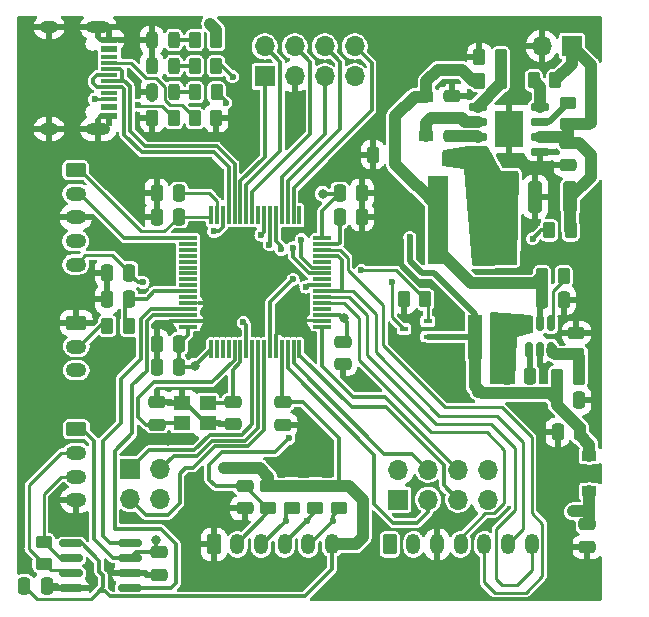
<source format=gtl>
G04 #@! TF.GenerationSoftware,KiCad,Pcbnew,(6.0.7-1)-1*
G04 #@! TF.CreationDate,2022-12-05T10:56:52+01:00*
G04 #@! TF.ProjectId,ESC-logic,4553432d-6c6f-4676-9963-2e6b69636164,rev?*
G04 #@! TF.SameCoordinates,Original*
G04 #@! TF.FileFunction,Copper,L1,Top*
G04 #@! TF.FilePolarity,Positive*
%FSLAX46Y46*%
G04 Gerber Fmt 4.6, Leading zero omitted, Abs format (unit mm)*
G04 Created by KiCad (PCBNEW (6.0.7-1)-1) date 2022-12-05 10:56:52*
%MOMM*%
%LPD*%
G01*
G04 APERTURE LIST*
G04 Aperture macros list*
%AMRoundRect*
0 Rectangle with rounded corners*
0 $1 Rounding radius*
0 $2 $3 $4 $5 $6 $7 $8 $9 X,Y pos of 4 corners*
0 Add a 4 corners polygon primitive as box body*
4,1,4,$2,$3,$4,$5,$6,$7,$8,$9,$2,$3,0*
0 Add four circle primitives for the rounded corners*
1,1,$1+$1,$2,$3*
1,1,$1+$1,$4,$5*
1,1,$1+$1,$6,$7*
1,1,$1+$1,$8,$9*
0 Add four rect primitives between the rounded corners*
20,1,$1+$1,$2,$3,$4,$5,0*
20,1,$1+$1,$4,$5,$6,$7,0*
20,1,$1+$1,$6,$7,$8,$9,0*
20,1,$1+$1,$8,$9,$2,$3,0*%
%AMFreePoly0*
4,1,9,3.862500,-0.866500,0.737500,-0.866500,0.737500,-0.450000,-0.737500,-0.450000,-0.737500,0.450000,0.737500,0.450000,0.737500,0.866500,3.862500,0.866500,3.862500,-0.866500,3.862500,-0.866500,$1*%
G04 Aperture macros list end*
G04 #@! TA.AperFunction,ComponentPad*
%ADD10O,1.700000X1.700000*%
G04 #@! TD*
G04 #@! TA.AperFunction,ComponentPad*
%ADD11R,1.700000X1.700000*%
G04 #@! TD*
G04 #@! TA.AperFunction,ComponentPad*
%ADD12RoundRect,0.250000X-0.350000X-0.625000X0.350000X-0.625000X0.350000X0.625000X-0.350000X0.625000X0*%
G04 #@! TD*
G04 #@! TA.AperFunction,ComponentPad*
%ADD13O,1.200000X1.750000*%
G04 #@! TD*
G04 #@! TA.AperFunction,ComponentPad*
%ADD14RoundRect,0.250000X-0.625000X0.350000X-0.625000X-0.350000X0.625000X-0.350000X0.625000X0.350000X0*%
G04 #@! TD*
G04 #@! TA.AperFunction,ComponentPad*
%ADD15O,1.750000X1.200000*%
G04 #@! TD*
G04 #@! TA.AperFunction,SMDPad,CuDef*
%ADD16RoundRect,0.075000X0.075000X-0.700000X0.075000X0.700000X-0.075000X0.700000X-0.075000X-0.700000X0*%
G04 #@! TD*
G04 #@! TA.AperFunction,SMDPad,CuDef*
%ADD17RoundRect,0.075000X0.700000X-0.075000X0.700000X0.075000X-0.700000X0.075000X-0.700000X-0.075000X0*%
G04 #@! TD*
G04 #@! TA.AperFunction,SMDPad,CuDef*
%ADD18RoundRect,0.250000X0.262500X0.450000X-0.262500X0.450000X-0.262500X-0.450000X0.262500X-0.450000X0*%
G04 #@! TD*
G04 #@! TA.AperFunction,SMDPad,CuDef*
%ADD19RoundRect,0.250000X-0.475000X0.250000X-0.475000X-0.250000X0.475000X-0.250000X0.475000X0.250000X0*%
G04 #@! TD*
G04 #@! TA.AperFunction,SMDPad,CuDef*
%ADD20RoundRect,0.250000X0.475000X-0.250000X0.475000X0.250000X-0.475000X0.250000X-0.475000X-0.250000X0*%
G04 #@! TD*
G04 #@! TA.AperFunction,SMDPad,CuDef*
%ADD21RoundRect,0.250000X-0.262500X-0.450000X0.262500X-0.450000X0.262500X0.450000X-0.262500X0.450000X0*%
G04 #@! TD*
G04 #@! TA.AperFunction,SMDPad,CuDef*
%ADD22RoundRect,0.250000X0.450000X-0.262500X0.450000X0.262500X-0.450000X0.262500X-0.450000X-0.262500X0*%
G04 #@! TD*
G04 #@! TA.AperFunction,SMDPad,CuDef*
%ADD23RoundRect,0.150000X0.150000X-0.512500X0.150000X0.512500X-0.150000X0.512500X-0.150000X-0.512500X0*%
G04 #@! TD*
G04 #@! TA.AperFunction,SMDPad,CuDef*
%ADD24RoundRect,0.243750X-0.243750X-0.456250X0.243750X-0.456250X0.243750X0.456250X-0.243750X0.456250X0*%
G04 #@! TD*
G04 #@! TA.AperFunction,SMDPad,CuDef*
%ADD25RoundRect,0.150000X0.650000X0.150000X-0.650000X0.150000X-0.650000X-0.150000X0.650000X-0.150000X0*%
G04 #@! TD*
G04 #@! TA.AperFunction,SMDPad,CuDef*
%ADD26R,2.410000X3.100000*%
G04 #@! TD*
G04 #@! TA.AperFunction,SMDPad,CuDef*
%ADD27RoundRect,0.250000X-0.250000X-0.475000X0.250000X-0.475000X0.250000X0.475000X-0.250000X0.475000X0*%
G04 #@! TD*
G04 #@! TA.AperFunction,SMDPad,CuDef*
%ADD28RoundRect,0.250000X0.250000X0.475000X-0.250000X0.475000X-0.250000X-0.475000X0.250000X-0.475000X0*%
G04 #@! TD*
G04 #@! TA.AperFunction,SMDPad,CuDef*
%ADD29R,1.800000X7.500000*%
G04 #@! TD*
G04 #@! TA.AperFunction,SMDPad,CuDef*
%ADD30R,1.300000X0.900000*%
G04 #@! TD*
G04 #@! TA.AperFunction,SMDPad,CuDef*
%ADD31FreePoly0,180.000000*%
G04 #@! TD*
G04 #@! TA.AperFunction,SMDPad,CuDef*
%ADD32R,1.200000X3.700000*%
G04 #@! TD*
G04 #@! TA.AperFunction,SMDPad,CuDef*
%ADD33R,1.200000X0.900000*%
G04 #@! TD*
G04 #@! TA.AperFunction,SMDPad,CuDef*
%ADD34R,1.400000X1.200000*%
G04 #@! TD*
G04 #@! TA.AperFunction,SMDPad,CuDef*
%ADD35RoundRect,0.150000X0.825000X0.150000X-0.825000X0.150000X-0.825000X-0.150000X0.825000X-0.150000X0*%
G04 #@! TD*
G04 #@! TA.AperFunction,SMDPad,CuDef*
%ADD36R,0.700000X0.450000*%
G04 #@! TD*
G04 #@! TA.AperFunction,SMDPad,CuDef*
%ADD37RoundRect,0.250000X0.325000X1.100000X-0.325000X1.100000X-0.325000X-1.100000X0.325000X-1.100000X0*%
G04 #@! TD*
G04 #@! TA.AperFunction,SMDPad,CuDef*
%ADD38R,1.450000X0.600000*%
G04 #@! TD*
G04 #@! TA.AperFunction,SMDPad,CuDef*
%ADD39R,1.450000X0.300000*%
G04 #@! TD*
G04 #@! TA.AperFunction,ComponentPad*
%ADD40O,1.600000X1.000000*%
G04 #@! TD*
G04 #@! TA.AperFunction,ComponentPad*
%ADD41O,2.100000X1.000000*%
G04 #@! TD*
G04 #@! TA.AperFunction,ViaPad*
%ADD42C,0.600000*%
G04 #@! TD*
G04 #@! TA.AperFunction,ViaPad*
%ADD43C,0.800000*%
G04 #@! TD*
G04 #@! TA.AperFunction,Conductor*
%ADD44C,0.250000*%
G04 #@! TD*
G04 #@! TA.AperFunction,Conductor*
%ADD45C,0.500000*%
G04 #@! TD*
G04 #@! TA.AperFunction,Conductor*
%ADD46C,0.300000*%
G04 #@! TD*
G04 #@! TA.AperFunction,Conductor*
%ADD47C,1.000000*%
G04 #@! TD*
G04 APERTURE END LIST*
D10*
X126820000Y-70835000D03*
X126820000Y-73375000D03*
X124280000Y-70835000D03*
X124280000Y-73375000D03*
X121740000Y-70835000D03*
X121740000Y-73375000D03*
X119200000Y-70835000D03*
D11*
X119200000Y-73375000D03*
D12*
X129800000Y-113000000D03*
D13*
X131800000Y-113000000D03*
X133800000Y-113000000D03*
X135800000Y-113000000D03*
X137800000Y-113000000D03*
X139800000Y-113000000D03*
X141800000Y-113000000D03*
D14*
X103250000Y-103250000D03*
D15*
X103250000Y-105250000D03*
X103250000Y-107250000D03*
X103250000Y-109250000D03*
D14*
X103200000Y-81300000D03*
D15*
X103200000Y-83300000D03*
X103200000Y-85300000D03*
X103200000Y-87300000D03*
X103200000Y-89300000D03*
D14*
X103250000Y-94250000D03*
D15*
X103250000Y-96250000D03*
X103250000Y-98250000D03*
D12*
X114900000Y-113000000D03*
D13*
X116900000Y-113000000D03*
X118900000Y-113000000D03*
X120900000Y-113000000D03*
X122900000Y-113000000D03*
X124900000Y-113000000D03*
D16*
X114650000Y-96475000D03*
X115150000Y-96475000D03*
X115650000Y-96475000D03*
X116150000Y-96475000D03*
X116650000Y-96475000D03*
X117150000Y-96475000D03*
X117650000Y-96475000D03*
X118150000Y-96475000D03*
X118650000Y-96475000D03*
X119150000Y-96475000D03*
X119650000Y-96475000D03*
X120150000Y-96475000D03*
X120650000Y-96475000D03*
X121150000Y-96475000D03*
X121650000Y-96475000D03*
X122150000Y-96475000D03*
D17*
X124075000Y-94550000D03*
X124075000Y-94050000D03*
X124075000Y-93550000D03*
X124075000Y-93050000D03*
X124075000Y-92550000D03*
X124075000Y-92050000D03*
X124075000Y-91550000D03*
X124075000Y-91050000D03*
X124075000Y-90550000D03*
X124075000Y-90050000D03*
X124075000Y-89550000D03*
X124075000Y-89050000D03*
X124075000Y-88550000D03*
X124075000Y-88050000D03*
X124075000Y-87550000D03*
X124075000Y-87050000D03*
D16*
X122150000Y-85125000D03*
X121650000Y-85125000D03*
X121150000Y-85125000D03*
X120650000Y-85125000D03*
X120150000Y-85125000D03*
X119650000Y-85125000D03*
X119150000Y-85125000D03*
X118650000Y-85125000D03*
X118150000Y-85125000D03*
X117650000Y-85125000D03*
X117150000Y-85125000D03*
X116650000Y-85125000D03*
X116150000Y-85125000D03*
X115650000Y-85125000D03*
X115150000Y-85125000D03*
X114650000Y-85125000D03*
D17*
X112725000Y-87050000D03*
X112725000Y-87550000D03*
X112725000Y-88050000D03*
X112725000Y-88550000D03*
X112725000Y-89050000D03*
X112725000Y-89550000D03*
X112725000Y-90050000D03*
X112725000Y-90550000D03*
X112725000Y-91050000D03*
X112725000Y-91550000D03*
X112725000Y-92050000D03*
X112725000Y-92550000D03*
X112725000Y-93050000D03*
X112725000Y-93550000D03*
X112725000Y-94050000D03*
X112725000Y-94550000D03*
D18*
X115125000Y-74700000D03*
X113300000Y-74700000D03*
D19*
X125800000Y-95850000D03*
X125800000Y-97750000D03*
D20*
X117500000Y-109950000D03*
X117500000Y-108050000D03*
D21*
X143987500Y-98800000D03*
X145812500Y-98800000D03*
D22*
X100500000Y-114612500D03*
X100500000Y-112787500D03*
D18*
X143812500Y-73700000D03*
X141987500Y-73700000D03*
D19*
X116550000Y-100940000D03*
X116550000Y-102840000D03*
D23*
X141550000Y-96537500D03*
X142500000Y-96537500D03*
X143450000Y-96537500D03*
X143450000Y-94262500D03*
X142500000Y-94262500D03*
X141550000Y-94262500D03*
D22*
X123500000Y-109912500D03*
X123500000Y-108087500D03*
D19*
X146500000Y-111300000D03*
X146500000Y-113200000D03*
D18*
X115100000Y-70300000D03*
X113275000Y-70300000D03*
D11*
X107825000Y-106625000D03*
D10*
X110365000Y-106625000D03*
X107825000Y-109165000D03*
X110365000Y-109165000D03*
D21*
X109687500Y-76900000D03*
X111512500Y-76900000D03*
D24*
X109687500Y-74700000D03*
X111562500Y-74700000D03*
D25*
X142550000Y-79730000D03*
X142550000Y-78460000D03*
X142550000Y-77190000D03*
X142550000Y-75920000D03*
X137250000Y-75920000D03*
X137250000Y-77190000D03*
X137250000Y-78460000D03*
X137250000Y-79730000D03*
D26*
X139900000Y-77825000D03*
D22*
X121500000Y-109912500D03*
X121500000Y-108087500D03*
D27*
X125550000Y-83250000D03*
X127450000Y-83250000D03*
D24*
X109650000Y-70300000D03*
X111525000Y-70300000D03*
D28*
X107750000Y-92250000D03*
X105850000Y-92250000D03*
D21*
X105887500Y-94500000D03*
X107712500Y-94500000D03*
D29*
X139500000Y-85500000D03*
X133900000Y-85500000D03*
D28*
X141650000Y-98700000D03*
X139750000Y-98700000D03*
D30*
X146700000Y-108500000D03*
D31*
X146612500Y-107000000D03*
D30*
X146700000Y-105500000D03*
D20*
X135100000Y-76900000D03*
X135100000Y-75000000D03*
D21*
X137387500Y-73725000D03*
X139212500Y-73725000D03*
D28*
X145900000Y-103500000D03*
X144000000Y-103500000D03*
X111950000Y-96000000D03*
X110050000Y-96000000D03*
D27*
X142650000Y-92300000D03*
X144550000Y-92300000D03*
D18*
X132812500Y-92250000D03*
X130987500Y-92250000D03*
D22*
X119500000Y-109912500D03*
X119500000Y-108087500D03*
D18*
X139212500Y-71750000D03*
X137387500Y-71750000D03*
D22*
X125500000Y-109912500D03*
X125500000Y-108087500D03*
D19*
X144900000Y-79000000D03*
X144900000Y-80900000D03*
D32*
X139800000Y-95400000D03*
X137000000Y-95400000D03*
D24*
X109652500Y-72500000D03*
X111527500Y-72500000D03*
D19*
X110250000Y-113650000D03*
X110250000Y-115550000D03*
D33*
X132900000Y-78400000D03*
X132900000Y-75100000D03*
D34*
X112200000Y-102750000D03*
X114400000Y-102750000D03*
X114400000Y-101050000D03*
X112200000Y-101050000D03*
D21*
X142687500Y-90300000D03*
X144512500Y-90300000D03*
D35*
X107775000Y-116705000D03*
X107775000Y-115435000D03*
X107775000Y-114165000D03*
X107775000Y-112895000D03*
X102825000Y-112895000D03*
X102825000Y-114165000D03*
X102825000Y-115435000D03*
X102825000Y-116705000D03*
D36*
X133000000Y-95400000D03*
X133000000Y-94100000D03*
X131000000Y-94750000D03*
D37*
X145075000Y-83600000D03*
X142125000Y-83600000D03*
D18*
X115102500Y-72505000D03*
X113277500Y-72505000D03*
D27*
X98850000Y-116500000D03*
X100750000Y-116500000D03*
D22*
X144900000Y-77412500D03*
X144900000Y-75587500D03*
D20*
X110100000Y-102850000D03*
X110100000Y-100950000D03*
D28*
X111950000Y-85250000D03*
X110050000Y-85250000D03*
D22*
X145600000Y-96912500D03*
X145600000Y-95087500D03*
D19*
X135100000Y-78400000D03*
X135100000Y-80300000D03*
D28*
X130250000Y-80000000D03*
X128350000Y-80000000D03*
X107750000Y-90000000D03*
X105850000Y-90000000D03*
X111950000Y-83250000D03*
X110050000Y-83250000D03*
D18*
X115112500Y-76900000D03*
X113287500Y-76900000D03*
D27*
X125550000Y-85250000D03*
X127450000Y-85250000D03*
D28*
X111950000Y-98000000D03*
X110050000Y-98000000D03*
D18*
X145112500Y-86400000D03*
X143287500Y-86400000D03*
D19*
X120750000Y-102850000D03*
X120750000Y-100950000D03*
D38*
X106045000Y-70250000D03*
X106045000Y-71050000D03*
D39*
X106045000Y-72250000D03*
X106045000Y-73250000D03*
X106045000Y-73750000D03*
X106045000Y-74750000D03*
D38*
X106045000Y-75950000D03*
X106045000Y-76750000D03*
X106045000Y-76750000D03*
X106045000Y-75950000D03*
D39*
X106045000Y-75250000D03*
X106045000Y-74250000D03*
X106045000Y-72750000D03*
X106045000Y-71750000D03*
D38*
X106045000Y-71050000D03*
X106045000Y-70250000D03*
D40*
X100950000Y-77820000D03*
D41*
X105130000Y-77820000D03*
X105130000Y-69180000D03*
D40*
X100950000Y-69180000D03*
D27*
X143950000Y-100800000D03*
X145850000Y-100800000D03*
D11*
X145200000Y-70800000D03*
D10*
X142660000Y-70800000D03*
D11*
X130500000Y-109200000D03*
D10*
X130500000Y-106660000D03*
X133040000Y-109200000D03*
X133040000Y-106660000D03*
X135580000Y-109200000D03*
X135580000Y-106660000D03*
X138120000Y-109200000D03*
X138120000Y-106660000D03*
D42*
X130000000Y-90750000D03*
X131500000Y-87000000D03*
X129750000Y-87250000D03*
X115500000Y-99750000D03*
D43*
X145300000Y-110200000D03*
X138100000Y-90900000D03*
X115725000Y-106525000D03*
D42*
X114750000Y-94250000D03*
D43*
X111000000Y-104250000D03*
D42*
X108400000Y-73900000D03*
D43*
X106100000Y-114900000D03*
D42*
X120700000Y-94700000D03*
X134300000Y-74000000D03*
X133200000Y-98300000D03*
X142800000Y-98000000D03*
D43*
X123000000Y-103500000D03*
X104450500Y-115900000D03*
D42*
X126700000Y-98900000D03*
D43*
X125900000Y-93800000D03*
X114600000Y-68900000D03*
X113262500Y-97862500D03*
X124100000Y-83300000D03*
X137300000Y-100100000D03*
X110000000Y-112600000D03*
D42*
X122700000Y-91200000D03*
X121250000Y-104000000D03*
X108900000Y-90800000D03*
X117400000Y-94200000D03*
X121000000Y-111000000D03*
X118900000Y-86800000D03*
X119599924Y-87625613D03*
X122750000Y-111000000D03*
X125000000Y-111000000D03*
X120600000Y-88000000D03*
X114900000Y-86500000D03*
X122300000Y-87200000D03*
X116500000Y-73400000D03*
X115900000Y-75600000D03*
X121600000Y-87900000D03*
X108500000Y-75800000D03*
X104800000Y-75300000D03*
X141900000Y-87100000D03*
X121606777Y-90550500D03*
X127400000Y-89800000D03*
D44*
X130000000Y-93750000D02*
X130000000Y-90750000D01*
X131000000Y-94750000D02*
X130000000Y-93750000D01*
X137800000Y-113000000D02*
X137800000Y-116200000D01*
X137800000Y-116200000D02*
X138700000Y-117100000D01*
X141300000Y-117100000D02*
X142725000Y-115675000D01*
X138700000Y-117100000D02*
X141300000Y-117100000D01*
X142725000Y-115675000D02*
X142725000Y-111225000D01*
X142725000Y-111225000D02*
X141800000Y-110300000D01*
X141800000Y-110300000D02*
X141800000Y-103900000D01*
X141800000Y-103900000D02*
X139300000Y-101400000D01*
X139300000Y-101400000D02*
X134500000Y-101400000D01*
X134500000Y-101400000D02*
X129250000Y-96150000D01*
X129250000Y-96150000D02*
X129250000Y-92750000D01*
X129250000Y-92750000D02*
X126225000Y-89725000D01*
X126225000Y-89725000D02*
X126225000Y-88703248D01*
X126225000Y-88703248D02*
X125571752Y-88050000D01*
X125571752Y-88050000D02*
X124075000Y-88050000D01*
X132812500Y-92250000D02*
X130362500Y-89800000D01*
X130362500Y-89800000D02*
X127400000Y-89800000D01*
X133000000Y-94100000D02*
X133000000Y-92437500D01*
X133000000Y-92437500D02*
X132812500Y-92250000D01*
D45*
X137000000Y-95400000D02*
X133000000Y-95400000D01*
D44*
X111950000Y-85250000D02*
X110700000Y-86500000D01*
X110700000Y-86500000D02*
X108750000Y-86500000D01*
X108750000Y-86500000D02*
X103550000Y-81300000D01*
X103550000Y-81300000D02*
X103200000Y-81300000D01*
D46*
X112725000Y-87050000D02*
X107300000Y-87050000D01*
X107300000Y-87050000D02*
X103550000Y-83300000D01*
X103550000Y-83300000D02*
X103000000Y-83300000D01*
D44*
X111950000Y-85250000D02*
X114525000Y-85250000D01*
X114525000Y-85250000D02*
X114650000Y-85125000D01*
X111950000Y-83250000D02*
X114500000Y-83250000D01*
X114500000Y-83250000D02*
X115150000Y-83900000D01*
X115150000Y-83900000D02*
X115150000Y-85125000D01*
D46*
X124075000Y-87550000D02*
X125450000Y-87550000D01*
X125450000Y-87550000D02*
X125550000Y-87450000D01*
X125550000Y-87450000D02*
X125550000Y-85250000D01*
X125550000Y-83250000D02*
X125500000Y-83300000D01*
X124075000Y-87050000D02*
X124075000Y-84725000D01*
X125500000Y-83300000D02*
X124100000Y-83300000D01*
X124075000Y-84725000D02*
X125550000Y-83250000D01*
X121650000Y-85125000D02*
X121650000Y-82850000D01*
X121650000Y-82850000D02*
X128250000Y-76250000D01*
X128250000Y-76250000D02*
X128250000Y-72265000D01*
X128250000Y-72265000D02*
X126820000Y-70835000D01*
X125600000Y-77800000D02*
X125600000Y-72155000D01*
X125600000Y-72155000D02*
X124280000Y-70835000D01*
X124280000Y-78220000D02*
X124280000Y-73375000D01*
D45*
X131500000Y-89000000D02*
X131500000Y-87000000D01*
D46*
X123080000Y-78220000D02*
X123080000Y-72175000D01*
X123080000Y-72175000D02*
X121740000Y-70835000D01*
X117650000Y-82550000D02*
X120500000Y-79700000D01*
X120500000Y-79700000D02*
X120500000Y-72135000D01*
X120500000Y-72135000D02*
X119200000Y-70835000D01*
X119200000Y-80200000D02*
X119200000Y-73375000D01*
X120750000Y-100950000D02*
X122450000Y-100950000D01*
X122450000Y-100950000D02*
X125500000Y-104000000D01*
X125500000Y-104000000D02*
X125500000Y-108087500D01*
X120650000Y-96475000D02*
X120650000Y-100850000D01*
X120650000Y-100850000D02*
X120750000Y-100950000D01*
X121250000Y-104000000D02*
X120050000Y-105200000D01*
X120050000Y-105200000D02*
X115550000Y-105200000D01*
X115550000Y-105200000D02*
X114500000Y-106250000D01*
X114500000Y-106250000D02*
X114500000Y-107500000D01*
X114500000Y-107500000D02*
X115050000Y-108050000D01*
X115050000Y-108050000D02*
X117500000Y-108050000D01*
X114400000Y-102750000D02*
X114400000Y-102850000D01*
X110100000Y-100950000D02*
X112100000Y-100950000D01*
X112100000Y-100950000D02*
X112200000Y-101050000D01*
X116650000Y-96475000D02*
X116650000Y-97351041D01*
X114751041Y-99250000D02*
X109850000Y-99250000D01*
X109850000Y-99250000D02*
X108500000Y-100600000D01*
X116650000Y-97351041D02*
X114751041Y-99250000D01*
X108500000Y-100600000D02*
X108500000Y-102200000D01*
X108500000Y-102200000D02*
X109150000Y-102850000D01*
X109150000Y-102850000D02*
X110100000Y-102850000D01*
D45*
X133500000Y-90000000D02*
X137000000Y-93500000D01*
X137000000Y-93500000D02*
X137000000Y-95400000D01*
X131500000Y-89000000D02*
X132500000Y-90000000D01*
X132500000Y-90000000D02*
X133500000Y-90000000D01*
D46*
X112725000Y-94050000D02*
X114550000Y-94050000D01*
X114550000Y-94050000D02*
X114750000Y-94250000D01*
X111200000Y-94050000D02*
X111000000Y-94250000D01*
X112725000Y-94050000D02*
X111200000Y-94050000D01*
X111000000Y-94250000D02*
X111000000Y-94500000D01*
X110000000Y-113400000D02*
X110250000Y-113650000D01*
X108290000Y-113650000D02*
X107775000Y-114165000D01*
X110250000Y-113650000D02*
X108290000Y-113650000D01*
X110000000Y-112600000D02*
X110000000Y-113400000D01*
D47*
X146700000Y-110200000D02*
X146700000Y-111100000D01*
X146700000Y-110200000D02*
X145300000Y-110200000D01*
X146700000Y-108500000D02*
X146700000Y-110200000D01*
X146700000Y-111100000D02*
X146500000Y-111300000D01*
X138100000Y-90900000D02*
X142087500Y-90900000D01*
D46*
X107775000Y-116705000D02*
X111295000Y-116705000D01*
X111295000Y-116705000D02*
X111700000Y-116300000D01*
X111700000Y-116300000D02*
X111700000Y-113000000D01*
X111700000Y-113000000D02*
X110400000Y-111700000D01*
X110400000Y-111700000D02*
X106500000Y-111700000D01*
X106500000Y-111700000D02*
X106500000Y-105100000D01*
X106500000Y-105100000D02*
X108000000Y-103600000D01*
X108000000Y-103600000D02*
X108000000Y-99500000D01*
X108000000Y-99500000D02*
X109200000Y-98300000D01*
X109200000Y-98300000D02*
X109200000Y-94107106D01*
X109200000Y-94107106D02*
X109757106Y-93550000D01*
X109757106Y-93550000D02*
X112725000Y-93550000D01*
X108700000Y-93900000D02*
X108700000Y-97300000D01*
X109550000Y-93050000D02*
X108700000Y-93900000D01*
X112725000Y-93050000D02*
X109550000Y-93050000D01*
X108700000Y-97300000D02*
X107000000Y-99000000D01*
X107000000Y-99000000D02*
X107000000Y-102750000D01*
X107000000Y-102750000D02*
X105500000Y-104250000D01*
X105500000Y-104250000D02*
X105500000Y-112300000D01*
X105500000Y-112300000D02*
X106095000Y-112895000D01*
X106095000Y-112895000D02*
X107775000Y-112895000D01*
X104750000Y-104250000D02*
X103750000Y-103250000D01*
X103750000Y-103250000D02*
X103250000Y-103250000D01*
X107775000Y-114165000D02*
X106365000Y-114165000D01*
X104750000Y-112550000D02*
X104750000Y-104250000D01*
X106365000Y-114165000D02*
X104750000Y-112550000D01*
X119000000Y-113000000D02*
X118900000Y-113000000D01*
X119500000Y-109912500D02*
X119500000Y-110250000D01*
X119500000Y-110250000D02*
X117000000Y-112750000D01*
X117000000Y-112750000D02*
X117000000Y-112900000D01*
X123000000Y-113000000D02*
X122900000Y-113000000D01*
X117000000Y-112900000D02*
X116900000Y-113000000D01*
D47*
X126900000Y-113000000D02*
X124900000Y-113000000D01*
D46*
X123500000Y-110250000D02*
X121000000Y-112750000D01*
X123500000Y-109912500D02*
X123500000Y-110250000D01*
X121000000Y-112750000D02*
X121000000Y-112900000D01*
X121000000Y-112900000D02*
X120900000Y-113000000D01*
X125000000Y-111000000D02*
X123000000Y-113000000D01*
D47*
X125500000Y-108087500D02*
X126337500Y-108087500D01*
X126337500Y-108087500D02*
X127500000Y-109250000D01*
X127500000Y-109250000D02*
X127500000Y-112400000D01*
D46*
X121000000Y-111000000D02*
X119000000Y-113000000D01*
D47*
X127500000Y-112400000D02*
X126900000Y-113000000D01*
D46*
X105150000Y-116950000D02*
X105650000Y-116950000D01*
X105650000Y-116950000D02*
X106100000Y-117400000D01*
X106100000Y-117400000D02*
X122600000Y-117400000D01*
X122600000Y-117400000D02*
X124900000Y-115100000D01*
X124900000Y-115100000D02*
X124900000Y-113000000D01*
X125000000Y-111000000D02*
X125000000Y-110600000D01*
X125000000Y-110600000D02*
X125500000Y-110100000D01*
X125500000Y-110100000D02*
X125500000Y-109912500D01*
X121000000Y-111000000D02*
X121000000Y-110412500D01*
X121000000Y-110412500D02*
X121500000Y-109912500D01*
D47*
X119500000Y-108087500D02*
X119500000Y-107250000D01*
X118775000Y-106525000D02*
X115725000Y-106525000D01*
X119500000Y-107250000D02*
X118775000Y-106525000D01*
X121500000Y-108087500D02*
X119500000Y-108087500D01*
X123500000Y-108087500D02*
X121500000Y-108087500D01*
X125500000Y-108087500D02*
X123500000Y-108087500D01*
D46*
X119500000Y-109912500D02*
X119362500Y-109912500D01*
X119362500Y-109912500D02*
X117500000Y-108050000D01*
X133040000Y-110260000D02*
X132100000Y-111200000D01*
X132100000Y-111200000D02*
X130100000Y-111200000D01*
X133040000Y-109200000D02*
X133040000Y-110260000D01*
X130100000Y-111200000D02*
X128500000Y-109600000D01*
X128500000Y-109600000D02*
X128500000Y-105400000D01*
X128500000Y-105400000D02*
X121150000Y-98050000D01*
X121150000Y-98050000D02*
X121150000Y-96475000D01*
X119150000Y-96475000D02*
X119150000Y-103307106D01*
X119150000Y-103307106D02*
X117757106Y-104700000D01*
X114964212Y-104700000D02*
X113164212Y-106500000D01*
X112000000Y-109500000D02*
X111000000Y-110500000D01*
X111000000Y-110500000D02*
X109160000Y-110500000D01*
X113164212Y-106500000D02*
X112500000Y-106500000D01*
X117757106Y-104700000D02*
X114964212Y-104700000D01*
X112500000Y-106500000D02*
X112000000Y-107000000D01*
X109160000Y-110500000D02*
X107825000Y-109165000D01*
X112000000Y-107000000D02*
X112000000Y-109500000D01*
X118650000Y-96475000D02*
X118650000Y-103100000D01*
X118650000Y-103100000D02*
X117550000Y-104200000D01*
X117550000Y-104200000D02*
X114757106Y-104200000D01*
X114757106Y-104200000D02*
X113457106Y-105500000D01*
X113457106Y-105500000D02*
X111490000Y-105500000D01*
X111490000Y-105500000D02*
X110365000Y-106625000D01*
X118150000Y-96475000D02*
X118150000Y-102813528D01*
X118150000Y-102813528D02*
X117273528Y-103690000D01*
X113250000Y-105000000D02*
X109450000Y-105000000D01*
X115816472Y-103700000D02*
X114550000Y-103700000D01*
X114550000Y-103700000D02*
X113250000Y-105000000D01*
X117273528Y-103690000D02*
X115826472Y-103690000D01*
X115826472Y-103690000D02*
X115816472Y-103700000D01*
X109450000Y-105000000D02*
X107825000Y-106625000D01*
D44*
X99250000Y-113362500D02*
X99250000Y-108000000D01*
X100500000Y-114612500D02*
X99250000Y-113362500D01*
X99250000Y-108000000D02*
X102000000Y-105250000D01*
X102000000Y-105250000D02*
X103250000Y-105250000D01*
X100500000Y-112787500D02*
X100500000Y-108750000D01*
X100500000Y-108750000D02*
X102000000Y-107250000D01*
X102000000Y-107250000D02*
X103250000Y-107250000D01*
D47*
X146800000Y-80000000D02*
X146800000Y-81875000D01*
X145800000Y-79000000D02*
X146800000Y-80000000D01*
X145200000Y-70800000D02*
X145200000Y-72312500D01*
X145075000Y-86362500D02*
X145112500Y-86400000D01*
X144900000Y-78500000D02*
X144900000Y-77412500D01*
X145200000Y-70800000D02*
X146800000Y-72400000D01*
X146800000Y-77300000D02*
X146687500Y-77412500D01*
X144860000Y-78460000D02*
X144900000Y-78500000D01*
X146687500Y-77412500D02*
X144900000Y-77412500D01*
X144900000Y-79000000D02*
X144900000Y-78500000D01*
X146800000Y-72400000D02*
X146800000Y-77300000D01*
X146800000Y-81875000D02*
X145075000Y-83600000D01*
X145200000Y-72312500D02*
X143812500Y-73700000D01*
X144900000Y-79000000D02*
X145800000Y-79000000D01*
X142550000Y-78460000D02*
X144860000Y-78460000D01*
X145075000Y-83600000D02*
X145075000Y-86362500D01*
D46*
X121150000Y-82250000D02*
X121150000Y-85125000D01*
X125600000Y-77800000D02*
X121150000Y-82250000D01*
X124280000Y-78220000D02*
X120650000Y-81850000D01*
X120650000Y-81850000D02*
X120650000Y-85125000D01*
X118150000Y-83150000D02*
X123080000Y-78220000D01*
X118150000Y-85125000D02*
X118150000Y-83150000D01*
X117650000Y-85125000D02*
X117650000Y-82550000D01*
X119200000Y-80200000D02*
X117150000Y-82250000D01*
X117150000Y-82250000D02*
X117150000Y-85125000D01*
X112500000Y-101050000D02*
X112200000Y-101050000D01*
X114400000Y-102750000D02*
X114200000Y-102750000D01*
X120700000Y-94700000D02*
X120150000Y-95250000D01*
X114200000Y-102750000D02*
X112500000Y-101050000D01*
X120150000Y-95250000D02*
X120150000Y-96475000D01*
X126200000Y-94200000D02*
X126050000Y-94050000D01*
D47*
X114600000Y-68900000D02*
X115100000Y-69400000D01*
D44*
X99950000Y-117600000D02*
X104500000Y-117600000D01*
D46*
X102825000Y-112895000D02*
X103695000Y-112895000D01*
X125900000Y-93800000D02*
X125800000Y-93800000D01*
X111950000Y-98000000D02*
X111950000Y-96000000D01*
X112725000Y-94550000D02*
X112725000Y-95225000D01*
D44*
X104500000Y-117600000D02*
X105150000Y-116950000D01*
D46*
X126200000Y-95850000D02*
X126200000Y-94200000D01*
X105500000Y-116600000D02*
X105150000Y-116950000D01*
X103695000Y-112895000D02*
X105200000Y-114400000D01*
X105500000Y-115600000D02*
X105500000Y-116600000D01*
X113125000Y-98000000D02*
X113262500Y-97862500D01*
X111950000Y-98000000D02*
X113125000Y-98000000D01*
X105200000Y-114400000D02*
X105200000Y-115300000D01*
X112725000Y-95225000D02*
X111950000Y-96000000D01*
X105200000Y-115300000D02*
X105500000Y-115600000D01*
X113262500Y-97862500D02*
X114650000Y-96475000D01*
D47*
X115100000Y-69400000D02*
X115100000Y-70300000D01*
D46*
X125550000Y-93550000D02*
X125800000Y-93800000D01*
X125800000Y-93800000D02*
X126050000Y-94050000D01*
D44*
X98850000Y-116500000D02*
X99950000Y-117600000D01*
D46*
X124075000Y-93550000D02*
X125550000Y-93550000D01*
D47*
X137300000Y-100100000D02*
X137300000Y-99900000D01*
X137600000Y-100200000D02*
X143350000Y-100200000D01*
X145900000Y-103100000D02*
X143950000Y-101150000D01*
X137000000Y-95400000D02*
X137000000Y-99600000D01*
X143950000Y-101150000D02*
X143950000Y-100800000D01*
X143350000Y-100200000D02*
X143950000Y-100800000D01*
X146700000Y-104550000D02*
X146700000Y-105500000D01*
X143987500Y-98800000D02*
X143987500Y-100762500D01*
X145900000Y-103500000D02*
X145900000Y-103100000D01*
X145900000Y-103750000D02*
X146700000Y-104550000D01*
X143987500Y-100762500D02*
X143950000Y-100800000D01*
X137000000Y-99600000D02*
X137600000Y-100200000D01*
X137300000Y-99900000D02*
X137000000Y-99600000D01*
X145900000Y-103500000D02*
X145900000Y-103750000D01*
X136700000Y-90900000D02*
X133900000Y-88100000D01*
X136700000Y-90900000D02*
X138100000Y-90900000D01*
X130250000Y-76750000D02*
X131900000Y-75100000D01*
X132150000Y-82650000D02*
X132100000Y-82650000D01*
X136825000Y-73725000D02*
X137387500Y-73725000D01*
X131900000Y-75100000D02*
X132900000Y-75100000D01*
X142687500Y-92262500D02*
X142650000Y-92300000D01*
D45*
X142500000Y-94262500D02*
X142500000Y-92450000D01*
D47*
X133900000Y-72800000D02*
X135900000Y-72800000D01*
X132100000Y-82650000D02*
X130250000Y-80800000D01*
X130250000Y-80800000D02*
X130250000Y-80000000D01*
X142687500Y-90300000D02*
X142687500Y-92262500D01*
X135900000Y-72800000D02*
X136825000Y-73725000D01*
X142087500Y-90900000D02*
X142687500Y-90300000D01*
X133900000Y-85500000D02*
X133900000Y-84400000D01*
X133900000Y-88100000D02*
X133900000Y-85500000D01*
X133900000Y-84400000D02*
X132150000Y-82650000D01*
X132900000Y-73800000D02*
X133900000Y-72800000D01*
D45*
X142500000Y-92450000D02*
X142650000Y-92300000D01*
D47*
X130250000Y-80000000D02*
X130250000Y-76750000D01*
X132900000Y-75100000D02*
X132900000Y-73800000D01*
D45*
X141650000Y-98700000D02*
X141650000Y-96637500D01*
X141650000Y-96637500D02*
X141550000Y-96537500D01*
D47*
X133300000Y-76900000D02*
X135100000Y-76900000D01*
X136190000Y-77190000D02*
X135900000Y-76900000D01*
X132900000Y-78400000D02*
X132900000Y-77300000D01*
X137250000Y-77190000D02*
X136190000Y-77190000D01*
X135900000Y-76900000D02*
X135100000Y-76900000D01*
X132900000Y-77300000D02*
X133300000Y-76900000D01*
X135100000Y-78400000D02*
X137190000Y-78400000D01*
X137190000Y-78400000D02*
X137250000Y-78460000D01*
D46*
X124075000Y-97875000D02*
X124075000Y-94550000D01*
X135580000Y-106660000D02*
X129420000Y-100500000D01*
X129420000Y-100500000D02*
X126700000Y-100500000D01*
X126700000Y-100500000D02*
X124075000Y-97875000D01*
X122850000Y-91050000D02*
X124075000Y-91050000D01*
X122700000Y-91200000D02*
X122850000Y-91050000D01*
D44*
X104000000Y-88500000D02*
X106300000Y-88500000D01*
X107750000Y-89950000D02*
X107750000Y-90100000D01*
D46*
X108450000Y-90800000D02*
X107750000Y-90100000D01*
X108900000Y-90800000D02*
X108450000Y-90800000D01*
D44*
X106300000Y-88500000D02*
X107750000Y-89950000D01*
D46*
X117650000Y-94450000D02*
X117650000Y-95700000D01*
D44*
X103200000Y-89300000D02*
X104000000Y-88500000D01*
D46*
X117400000Y-94200000D02*
X117650000Y-94450000D01*
X111525000Y-70300000D02*
X113275000Y-70300000D01*
X113272500Y-72500000D02*
X113277500Y-72505000D01*
X111527500Y-72500000D02*
X113272500Y-72500000D01*
X111562500Y-74700000D02*
X113300000Y-74700000D01*
D44*
X101877500Y-114165000D02*
X100500000Y-112787500D01*
X102825000Y-114165000D02*
X101877500Y-114165000D01*
X102825000Y-115435000D02*
X102590000Y-115200000D01*
X101087500Y-115200000D02*
X100500000Y-114612500D01*
X102590000Y-115200000D02*
X101087500Y-115200000D01*
D46*
X109100000Y-79300000D02*
X107800000Y-78000000D01*
X116650000Y-80750000D02*
X115200000Y-79300000D01*
X106950000Y-72750000D02*
X106045000Y-72750000D01*
X107327106Y-73750000D02*
X107150000Y-73750000D01*
X107800000Y-74222894D02*
X107327106Y-73750000D01*
X116650000Y-85125000D02*
X116650000Y-80750000D01*
X107800000Y-78000000D02*
X107800000Y-74222894D01*
X107150000Y-72950000D02*
X106950000Y-72750000D01*
X107150000Y-73750000D02*
X107150000Y-72950000D01*
X115200000Y-79300000D02*
X109100000Y-79300000D01*
X107150000Y-73750000D02*
X106045000Y-73750000D01*
X114900000Y-79800000D02*
X108800000Y-79800000D01*
X107120000Y-74250000D02*
X106045000Y-74250000D01*
X116150000Y-81050000D02*
X114900000Y-79800000D01*
X116150000Y-85125000D02*
X116150000Y-81050000D01*
X108800000Y-79800000D02*
X107300000Y-78300000D01*
X104660000Y-73610000D02*
X104660000Y-73900000D01*
X106045000Y-73250000D02*
X105020000Y-73250000D01*
X107300000Y-74430000D02*
X107120000Y-74250000D01*
X105020000Y-73250000D02*
X104660000Y-73610000D01*
X104660000Y-73900000D02*
X105010000Y-74250000D01*
X105010000Y-74250000D02*
X106045000Y-74250000D01*
X107300000Y-78300000D02*
X107300000Y-74430000D01*
X119150000Y-86550000D02*
X119150000Y-85125000D01*
X118900000Y-86800000D02*
X119150000Y-86550000D01*
X119650000Y-87575537D02*
X119650000Y-85125000D01*
X119599924Y-87625613D02*
X119650000Y-87575537D01*
X120150000Y-87280261D02*
X120150000Y-85125000D01*
X120600000Y-87730261D02*
X120150000Y-87280261D01*
X120600000Y-88000000D02*
X120600000Y-87730261D01*
D44*
X139500000Y-105000000D02*
X138000000Y-103500000D01*
X127200000Y-93800000D02*
X125950000Y-92550000D01*
X135800000Y-113000000D02*
X135800000Y-112450000D01*
X138606701Y-110375000D02*
X139500000Y-109481701D01*
X127200000Y-97400000D02*
X127200000Y-93800000D01*
X139500000Y-109481701D02*
X139500000Y-105000000D01*
X137875000Y-110375000D02*
X138606701Y-110375000D01*
X138000000Y-103500000D02*
X133300000Y-103500000D01*
X125950000Y-92550000D02*
X124075000Y-92550000D01*
X135800000Y-112450000D02*
X137875000Y-110375000D01*
X133300000Y-103500000D02*
X127200000Y-97400000D01*
X128600000Y-96700000D02*
X128600000Y-93500000D01*
X128600000Y-93500000D02*
X126650000Y-91550000D01*
D46*
X124075000Y-88550000D02*
X125400000Y-88550000D01*
D44*
X141100000Y-111700000D02*
X141100000Y-104300000D01*
X138900000Y-102100000D02*
X134000000Y-102100000D01*
X139800000Y-113000000D02*
X141100000Y-111700000D01*
X126650000Y-91550000D02*
X125750000Y-91550000D01*
X134000000Y-102100000D02*
X128600000Y-96700000D01*
D46*
X125400000Y-88550000D02*
X125750000Y-88900000D01*
X125750000Y-88900000D02*
X125750000Y-91550000D01*
X125750000Y-91550000D02*
X124075000Y-91550000D01*
D44*
X141100000Y-104300000D02*
X138900000Y-102100000D01*
X126350000Y-92050000D02*
X124075000Y-92050000D01*
X127900000Y-97000000D02*
X127900000Y-93600000D01*
X138400000Y-102800000D02*
X133700000Y-102800000D01*
X140592110Y-116407890D02*
X139307890Y-116407890D01*
X141800000Y-115200000D02*
X140592110Y-116407890D01*
X127900000Y-93600000D02*
X126350000Y-92050000D01*
X139307890Y-116407890D02*
X138811054Y-115911054D01*
X140400000Y-104800000D02*
X138400000Y-102800000D01*
X138811054Y-115911054D02*
X138811054Y-111688946D01*
X140400000Y-110100000D02*
X140400000Y-104800000D01*
X133700000Y-102800000D02*
X127900000Y-97000000D01*
X138811054Y-111688946D02*
X140400000Y-110100000D01*
X141800000Y-113000000D02*
X141800000Y-115200000D01*
D46*
X103587500Y-96200000D02*
X105587500Y-94200000D01*
X115650000Y-86150000D02*
X115300000Y-86500000D01*
X115300000Y-86500000D02*
X114900000Y-86500000D01*
X115650000Y-85125000D02*
X115650000Y-86150000D01*
X123198959Y-89550000D02*
X122300000Y-88651041D01*
X116500000Y-73400000D02*
X115605000Y-72505000D01*
X115605000Y-72505000D02*
X115102500Y-72505000D01*
X124075000Y-89550000D02*
X123198959Y-89550000D01*
X122300000Y-88651041D02*
X122300000Y-87200000D01*
X115900000Y-75600000D02*
X115900000Y-75475000D01*
X115900000Y-75475000D02*
X115125000Y-74700000D01*
X122991853Y-90050000D02*
X121600000Y-88658147D01*
X121600000Y-88658147D02*
X121600000Y-87900000D01*
X124075000Y-90050000D02*
X122991853Y-90050000D01*
D45*
X143297500Y-77190000D02*
X142550000Y-77190000D01*
X144900000Y-75587500D02*
X143297500Y-77190000D01*
D47*
X142550000Y-74262500D02*
X142550000Y-75920000D01*
X141987500Y-73700000D02*
X142550000Y-74262500D01*
D44*
X143600000Y-94112500D02*
X143450000Y-94262500D01*
X143600000Y-91500000D02*
X143600000Y-94112500D01*
X144512500Y-90587500D02*
X143600000Y-91500000D01*
X144512500Y-90300000D02*
X144512500Y-90587500D01*
D47*
X139212500Y-71750000D02*
X139212500Y-73725000D01*
X139212500Y-73725000D02*
X139212500Y-73957500D01*
X139212500Y-73957500D02*
X137250000Y-75920000D01*
X143500000Y-96587500D02*
X143500000Y-96537500D01*
X145812500Y-97125000D02*
X145600000Y-96912500D01*
X143825000Y-96912500D02*
X143500000Y-96587500D01*
X145600000Y-96912500D02*
X143825000Y-96912500D01*
X145812500Y-98800000D02*
X145812500Y-97125000D01*
D46*
X131680000Y-105300000D02*
X129300000Y-105300000D01*
X121650000Y-97650000D02*
X121650000Y-96475000D01*
X129300000Y-105300000D02*
X121650000Y-97650000D01*
X133040000Y-106660000D02*
X131680000Y-105300000D01*
X126600000Y-101400000D02*
X129477057Y-101400000D01*
X134380000Y-106302943D02*
X134380000Y-108000000D01*
X129477057Y-101400000D02*
X134380000Y-106302943D01*
X134380000Y-108000000D02*
X135580000Y-109200000D01*
X122150000Y-96950000D02*
X126600000Y-101400000D01*
X122150000Y-96475000D02*
X122150000Y-96950000D01*
X110200000Y-102750000D02*
X110100000Y-102850000D01*
X112200000Y-102750000D02*
X110200000Y-102750000D01*
X117150000Y-96475000D02*
X117150000Y-97558147D01*
X116440000Y-101050000D02*
X116550000Y-100940000D01*
X114400000Y-101050000D02*
X116440000Y-101050000D01*
X116500000Y-100890000D02*
X116550000Y-100940000D01*
X117150000Y-97558147D02*
X116500000Y-98208147D01*
X116500000Y-98208147D02*
X116500000Y-100890000D01*
X112725000Y-91550000D02*
X109850000Y-91550000D01*
X109200000Y-92200000D02*
X107750000Y-92200000D01*
X107412500Y-94200000D02*
X107412500Y-92537500D01*
X109850000Y-91550000D02*
X109200000Y-92200000D01*
X107412500Y-92537500D02*
X107750000Y-92200000D01*
D44*
X107898166Y-72250000D02*
X106045000Y-72250000D01*
X109173166Y-73525000D02*
X107898166Y-72250000D01*
X110750000Y-75391834D02*
X110750000Y-74250000D01*
X110750000Y-74250000D02*
X110025000Y-73525000D01*
X110025000Y-73525000D02*
X109173166Y-73525000D01*
X112187500Y-75800000D02*
X111158166Y-75800000D01*
X113287500Y-76900000D02*
X112187500Y-75800000D01*
X111158166Y-75800000D02*
X110750000Y-75391834D01*
X108500000Y-75800000D02*
X108575000Y-75875000D01*
X108575000Y-75875000D02*
X110487500Y-75875000D01*
X110487500Y-75875000D02*
X111512500Y-76900000D01*
X105995000Y-75300000D02*
X106045000Y-75250000D01*
X104800000Y-75300000D02*
X105995000Y-75300000D01*
D46*
X143287500Y-86400000D02*
X142600000Y-86400000D01*
X142600000Y-86400000D02*
X141900000Y-87100000D01*
X119650000Y-92507277D02*
X121606777Y-90550500D01*
X119650000Y-96475000D02*
X119650000Y-92507277D01*
G04 #@! TA.AperFunction,Conductor*
G36*
X143053405Y-100974502D02*
G01*
X143074379Y-100991404D01*
X143156705Y-101073729D01*
X143190730Y-101136041D01*
X143193195Y-101152611D01*
X143195085Y-101175849D01*
X143195500Y-101186063D01*
X143195500Y-101322756D01*
X143195869Y-101326152D01*
X143195869Y-101326153D01*
X143201122Y-101374502D01*
X143202202Y-101384448D01*
X143204974Y-101391841D01*
X143204974Y-101391843D01*
X143218939Y-101429094D01*
X143252929Y-101519764D01*
X143258309Y-101526943D01*
X143258311Y-101526946D01*
X143298448Y-101580500D01*
X143339596Y-101635404D01*
X143364650Y-101654181D01*
X143447298Y-101716122D01*
X143460828Y-101727853D01*
X143785071Y-102052096D01*
X143819097Y-102114408D01*
X143814032Y-102185223D01*
X143771485Y-102242059D01*
X143702482Y-102267023D01*
X143696390Y-102267338D01*
X143600794Y-102277257D01*
X143587400Y-102280149D01*
X143433216Y-102331588D01*
X143420038Y-102337761D01*
X143282193Y-102423063D01*
X143270792Y-102432099D01*
X143156261Y-102546829D01*
X143147249Y-102558240D01*
X143062184Y-102696243D01*
X143056037Y-102709424D01*
X143004862Y-102863710D01*
X143001995Y-102877086D01*
X142992328Y-102971438D01*
X142992000Y-102977855D01*
X142992000Y-103227885D01*
X142996475Y-103243124D01*
X142997865Y-103244329D01*
X143005548Y-103246000D01*
X144128000Y-103246000D01*
X144196121Y-103266002D01*
X144242614Y-103319658D01*
X144254000Y-103372000D01*
X144254000Y-104714884D01*
X144258475Y-104730123D01*
X144259865Y-104731328D01*
X144267548Y-104732999D01*
X144297095Y-104732999D01*
X144303614Y-104732662D01*
X144399206Y-104722743D01*
X144412600Y-104719851D01*
X144566784Y-104668412D01*
X144579962Y-104662239D01*
X144717807Y-104576937D01*
X144729208Y-104567901D01*
X144843739Y-104453171D01*
X144852751Y-104441760D01*
X144937816Y-104303757D01*
X144943964Y-104290574D01*
X144965717Y-104224990D01*
X145006147Y-104166630D01*
X145071712Y-104139393D01*
X145141593Y-104151926D01*
X145195830Y-104204147D01*
X145199777Y-104211357D01*
X145202929Y-104219764D01*
X145208314Y-104226949D01*
X145208315Y-104226951D01*
X145255998Y-104290574D01*
X145289596Y-104335404D01*
X145296776Y-104340785D01*
X145398054Y-104416689D01*
X145398057Y-104416691D01*
X145405236Y-104422071D01*
X145490963Y-104454208D01*
X145539338Y-104472343D01*
X145584204Y-104501229D01*
X145734544Y-104651568D01*
X145826632Y-104743656D01*
X145860657Y-104805969D01*
X145855593Y-104876784D01*
X145842302Y-104902754D01*
X145830356Y-104920633D01*
X145810266Y-104950699D01*
X145795500Y-105024933D01*
X145795501Y-105975066D01*
X145798094Y-105988102D01*
X145806817Y-106031959D01*
X145810266Y-106049301D01*
X145817161Y-106059621D01*
X145817162Y-106059622D01*
X145843550Y-106099114D01*
X145866516Y-106133484D01*
X145950699Y-106189734D01*
X146024933Y-106204500D01*
X146404409Y-106204500D01*
X146440931Y-106209909D01*
X146558475Y-106245509D01*
X146558480Y-106245510D01*
X146565480Y-106247630D01*
X146741080Y-106258524D01*
X146748296Y-106257284D01*
X146748298Y-106257284D01*
X146907262Y-106229969D01*
X146907264Y-106229968D01*
X146914477Y-106228729D01*
X146947781Y-106214558D01*
X146997114Y-106204499D01*
X147375066Y-106204499D01*
X147410818Y-106197388D01*
X147437126Y-106192156D01*
X147437128Y-106192155D01*
X147449301Y-106189734D01*
X147459621Y-106182839D01*
X147459622Y-106182838D01*
X147523168Y-106140377D01*
X147533484Y-106133484D01*
X147535615Y-106130295D01*
X147592717Y-106099114D01*
X147663532Y-106104179D01*
X147720368Y-106146726D01*
X147745179Y-106213246D01*
X147745500Y-106222235D01*
X147745500Y-107777765D01*
X147725498Y-107845886D01*
X147671842Y-107892379D01*
X147601568Y-107902483D01*
X147538170Y-107873529D01*
X147533484Y-107866516D01*
X147449301Y-107810266D01*
X147375067Y-107795500D01*
X146995591Y-107795500D01*
X146959069Y-107790091D01*
X146841525Y-107754491D01*
X146841520Y-107754490D01*
X146834520Y-107752370D01*
X146658920Y-107741476D01*
X146651704Y-107742716D01*
X146651702Y-107742716D01*
X146492738Y-107770031D01*
X146492736Y-107770032D01*
X146485523Y-107771271D01*
X146478172Y-107774399D01*
X146452219Y-107785442D01*
X146402886Y-107795501D01*
X146024934Y-107795501D01*
X145989182Y-107802612D01*
X145962874Y-107807844D01*
X145962872Y-107807845D01*
X145950699Y-107810266D01*
X145940379Y-107817161D01*
X145940378Y-107817162D01*
X145889447Y-107851194D01*
X145866516Y-107866516D01*
X145810266Y-107950699D01*
X145795500Y-108024933D01*
X145795501Y-108975066D01*
X145810266Y-109049301D01*
X145817161Y-109059621D01*
X145817162Y-109059622D01*
X145823826Y-109069595D01*
X145866516Y-109133484D01*
X145889504Y-109148844D01*
X145935030Y-109203321D01*
X145945500Y-109253608D01*
X145945500Y-109319500D01*
X145925498Y-109387621D01*
X145871842Y-109434114D01*
X145819500Y-109445500D01*
X145255947Y-109445500D01*
X145164050Y-109456214D01*
X145132518Y-109459890D01*
X145132516Y-109459890D01*
X145125246Y-109460738D01*
X145118369Y-109463234D01*
X145118366Y-109463235D01*
X144970128Y-109517043D01*
X144959866Y-109520768D01*
X144953749Y-109524778D01*
X144953746Y-109524780D01*
X144927047Y-109542285D01*
X144812732Y-109617234D01*
X144691736Y-109744960D01*
X144603368Y-109897096D01*
X144552370Y-110065480D01*
X144541476Y-110241080D01*
X144542716Y-110248296D01*
X144542716Y-110248298D01*
X144570031Y-110407262D01*
X144571271Y-110414477D01*
X144640156Y-110576368D01*
X144744437Y-110718071D01*
X144878520Y-110831982D01*
X144909139Y-110847617D01*
X145028695Y-110908666D01*
X145028700Y-110908668D01*
X145035212Y-110911993D01*
X145042318Y-110913732D01*
X145042321Y-110913733D01*
X145121718Y-110933161D01*
X145206108Y-110953811D01*
X145211710Y-110954159D01*
X145211713Y-110954159D01*
X145215275Y-110954380D01*
X145215284Y-110954380D01*
X145217214Y-110954500D01*
X145394500Y-110954500D01*
X145462621Y-110974502D01*
X145509114Y-111028158D01*
X145520500Y-111080500D01*
X145520500Y-111597756D01*
X145520869Y-111601152D01*
X145520869Y-111601153D01*
X145526292Y-111651067D01*
X145527202Y-111659448D01*
X145577929Y-111794764D01*
X145583309Y-111801943D01*
X145583311Y-111801946D01*
X145632753Y-111867916D01*
X145664596Y-111910404D01*
X145780236Y-111997071D01*
X145788645Y-112000223D01*
X145795874Y-112004181D01*
X145846021Y-112054438D01*
X145861036Y-112123829D01*
X145836152Y-112190322D01*
X145775243Y-112234226D01*
X145708216Y-112256588D01*
X145695038Y-112262761D01*
X145557193Y-112348063D01*
X145545792Y-112357099D01*
X145431261Y-112471829D01*
X145422249Y-112483240D01*
X145337184Y-112621243D01*
X145331037Y-112634424D01*
X145279862Y-112788710D01*
X145276995Y-112802086D01*
X145267328Y-112896438D01*
X145267000Y-112902855D01*
X145267000Y-112927885D01*
X145271475Y-112943124D01*
X145272865Y-112944329D01*
X145280548Y-112946000D01*
X146628000Y-112946000D01*
X146696121Y-112966002D01*
X146742614Y-113019658D01*
X146754000Y-113072000D01*
X146754000Y-114189884D01*
X146758475Y-114205123D01*
X146759865Y-114206328D01*
X146767548Y-114207999D01*
X147022095Y-114207999D01*
X147028614Y-114207662D01*
X147124206Y-114197743D01*
X147137600Y-114194851D01*
X147291784Y-114143412D01*
X147304962Y-114137239D01*
X147442807Y-114051937D01*
X147454208Y-114042901D01*
X147530327Y-113966650D01*
X147592610Y-113932571D01*
X147663430Y-113937574D01*
X147720303Y-113980072D01*
X147745171Y-114046570D01*
X147745500Y-114055668D01*
X147745500Y-117619500D01*
X147725498Y-117687621D01*
X147671842Y-117734114D01*
X147619500Y-117745500D01*
X123130740Y-117745500D01*
X123062619Y-117725498D01*
X123016126Y-117671842D01*
X123006022Y-117601568D01*
X123035516Y-117536988D01*
X123041645Y-117530405D01*
X125208535Y-115363515D01*
X125208538Y-115363511D01*
X125231326Y-115340723D01*
X125241457Y-115320840D01*
X125251787Y-115303983D01*
X125259076Y-115293950D01*
X125264904Y-115285929D01*
X125269592Y-115271502D01*
X125271801Y-115264705D01*
X125279365Y-115246443D01*
X125284995Y-115235394D01*
X125284996Y-115235390D01*
X125289498Y-115226555D01*
X125292988Y-115204517D01*
X125297605Y-115185286D01*
X125301435Y-115173499D01*
X125304500Y-115164066D01*
X125304500Y-114103746D01*
X125324502Y-114035625D01*
X125369061Y-113994742D01*
X125368956Y-113994587D01*
X125369989Y-113993891D01*
X125371732Y-113992291D01*
X125380648Y-113987590D01*
X125385857Y-113983188D01*
X125385860Y-113983186D01*
X125517240Y-113872161D01*
X125522454Y-113867755D01*
X125571222Y-113803969D01*
X125628486Y-113762003D01*
X125671317Y-113754500D01*
X126833235Y-113754500D01*
X126852185Y-113755933D01*
X126866255Y-113758074D01*
X126866259Y-113758074D01*
X126873489Y-113759174D01*
X126880780Y-113758581D01*
X126880783Y-113758581D01*
X126925848Y-113754915D01*
X126936063Y-113754500D01*
X126944053Y-113754500D01*
X126951302Y-113753655D01*
X126972113Y-113751229D01*
X126976487Y-113750796D01*
X127041549Y-113745504D01*
X127041552Y-113745503D01*
X127048847Y-113744910D01*
X127055809Y-113742655D01*
X127061677Y-113741482D01*
X127067484Y-113740110D01*
X127074754Y-113739262D01*
X127143060Y-113714468D01*
X127147163Y-113713060D01*
X127216222Y-113690688D01*
X127222479Y-113686891D01*
X127227926Y-113684398D01*
X127233254Y-113681730D01*
X127240134Y-113679232D01*
X127250012Y-113672756D01*
X128945500Y-113672756D01*
X128945869Y-113676152D01*
X128945869Y-113676153D01*
X128949990Y-113714082D01*
X128952202Y-113734448D01*
X128954974Y-113741841D01*
X128954974Y-113741843D01*
X128961059Y-113758074D01*
X129002929Y-113869764D01*
X129008309Y-113876943D01*
X129008311Y-113876946D01*
X129065878Y-113953757D01*
X129089596Y-113985404D01*
X129096776Y-113990785D01*
X129198054Y-114066689D01*
X129198057Y-114066691D01*
X129205236Y-114072071D01*
X129288196Y-114103171D01*
X129333157Y-114120026D01*
X129333159Y-114120026D01*
X129340552Y-114122798D01*
X129348402Y-114123651D01*
X129348403Y-114123651D01*
X129398847Y-114129131D01*
X129402244Y-114129500D01*
X130197756Y-114129500D01*
X130201153Y-114129131D01*
X130251597Y-114123651D01*
X130251598Y-114123651D01*
X130259448Y-114122798D01*
X130266841Y-114120026D01*
X130266843Y-114120026D01*
X130311804Y-114103171D01*
X130394764Y-114072071D01*
X130401943Y-114066691D01*
X130401946Y-114066689D01*
X130503224Y-113990785D01*
X130510404Y-113985404D01*
X130534122Y-113953757D01*
X130591689Y-113876946D01*
X130591691Y-113876943D01*
X130597071Y-113869764D01*
X130638941Y-113758074D01*
X130645026Y-113741843D01*
X130645026Y-113741841D01*
X130647798Y-113734448D01*
X130650011Y-113714082D01*
X130654131Y-113676153D01*
X130654131Y-113676152D01*
X130654500Y-113672756D01*
X130654500Y-113321385D01*
X130945500Y-113321385D01*
X130945869Y-113324781D01*
X130945869Y-113324782D01*
X130947132Y-113336405D01*
X130960512Y-113459573D01*
X130986030Y-113535397D01*
X131016354Y-113625502D01*
X131019730Y-113635535D01*
X131115351Y-113794677D01*
X131120039Y-113799634D01*
X131120041Y-113799637D01*
X131231790Y-113917807D01*
X131242916Y-113929572D01*
X131396471Y-114033928D01*
X131402805Y-114036461D01*
X131402808Y-114036463D01*
X131562516Y-114100342D01*
X131562521Y-114100343D01*
X131568853Y-114102876D01*
X131575580Y-114103990D01*
X131575585Y-114103991D01*
X131745282Y-114132084D01*
X131745285Y-114132084D01*
X131752019Y-114133199D01*
X131758836Y-114132842D01*
X131758840Y-114132842D01*
X131909920Y-114124923D01*
X131937424Y-114123482D01*
X131943996Y-114121672D01*
X131944001Y-114121671D01*
X132109835Y-114075992D01*
X132116417Y-114074179D01*
X132280648Y-113987590D01*
X132422454Y-113867755D01*
X132426602Y-113862330D01*
X132531075Y-113725685D01*
X132531077Y-113725681D01*
X132535219Y-113720264D01*
X132544381Y-113700617D01*
X132591299Y-113647333D01*
X132659577Y-113627873D01*
X132727536Y-113648416D01*
X132770591Y-113696177D01*
X132860619Y-113870978D01*
X132867069Y-113881024D01*
X132990262Y-114037857D01*
X132998499Y-114046506D01*
X133149123Y-114177212D01*
X133158847Y-114184147D01*
X133331467Y-114284010D01*
X133342331Y-114288984D01*
X133530727Y-114354407D01*
X133531716Y-114354648D01*
X133542008Y-114353180D01*
X133546000Y-114339615D01*
X133546000Y-111664598D01*
X133542027Y-111651067D01*
X133532601Y-111649712D01*
X133443463Y-111671194D01*
X133432168Y-111675083D01*
X133250618Y-111757629D01*
X133240276Y-111763576D01*
X133077603Y-111878968D01*
X133068575Y-111886761D01*
X132930658Y-112030831D01*
X132923262Y-112040196D01*
X132815079Y-112207741D01*
X132809583Y-112218345D01*
X132776845Y-112299579D01*
X132732830Y-112355285D01*
X132665685Y-112378352D01*
X132596729Y-112361455D01*
X132551976Y-112317375D01*
X132488165Y-112211175D01*
X132484649Y-112205323D01*
X132475960Y-112196134D01*
X132361773Y-112075386D01*
X132361771Y-112075384D01*
X132357084Y-112070428D01*
X132203529Y-111966072D01*
X132197194Y-111963538D01*
X132197192Y-111963537D01*
X132037484Y-111899658D01*
X132037477Y-111899656D01*
X132031147Y-111897124D01*
X132024420Y-111896010D01*
X132024415Y-111896009D01*
X131854718Y-111867916D01*
X131854715Y-111867916D01*
X131847981Y-111866801D01*
X131841164Y-111867158D01*
X131841160Y-111867158D01*
X131690080Y-111875077D01*
X131662576Y-111876518D01*
X131656004Y-111878328D01*
X131655999Y-111878329D01*
X131520018Y-111915785D01*
X131483583Y-111925821D01*
X131319352Y-112012410D01*
X131177546Y-112132245D01*
X131173399Y-112137668D01*
X131173398Y-112137670D01*
X131068925Y-112274315D01*
X131068923Y-112274319D01*
X131064781Y-112279736D01*
X131061899Y-112285916D01*
X131061898Y-112285918D01*
X130990287Y-112439489D01*
X130986318Y-112448000D01*
X130984832Y-112454648D01*
X130984831Y-112454651D01*
X130972097Y-112511621D01*
X130945818Y-112629188D01*
X130945500Y-112634876D01*
X130945500Y-113321385D01*
X130654500Y-113321385D01*
X130654500Y-112327244D01*
X130650011Y-112285919D01*
X130648651Y-112273403D01*
X130648651Y-112273402D01*
X130647798Y-112265552D01*
X130597071Y-112130236D01*
X130591691Y-112123057D01*
X130591689Y-112123054D01*
X130515785Y-112021776D01*
X130510404Y-112014596D01*
X130452976Y-111971556D01*
X130401946Y-111933311D01*
X130401943Y-111933309D01*
X130394764Y-111927929D01*
X130275088Y-111883065D01*
X130266843Y-111879974D01*
X130266841Y-111879974D01*
X130259448Y-111877202D01*
X130251598Y-111876349D01*
X130251597Y-111876349D01*
X130201153Y-111870869D01*
X130201152Y-111870869D01*
X130197756Y-111870500D01*
X129402244Y-111870500D01*
X129398848Y-111870869D01*
X129398847Y-111870869D01*
X129348403Y-111876349D01*
X129348402Y-111876349D01*
X129340552Y-111877202D01*
X129333159Y-111879974D01*
X129333157Y-111879974D01*
X129324912Y-111883065D01*
X129205236Y-111927929D01*
X129198057Y-111933309D01*
X129198054Y-111933311D01*
X129147024Y-111971556D01*
X129089596Y-112014596D01*
X129084215Y-112021776D01*
X129008311Y-112123054D01*
X129008309Y-112123057D01*
X129002929Y-112130236D01*
X128952202Y-112265552D01*
X128951349Y-112273402D01*
X128951349Y-112273403D01*
X128949989Y-112285919D01*
X128945500Y-112327244D01*
X128945500Y-113672756D01*
X127250012Y-113672756D01*
X127300849Y-113639426D01*
X127304559Y-113637085D01*
X127361838Y-113602327D01*
X127361840Y-113602325D01*
X127366633Y-113599417D01*
X127374974Y-113592051D01*
X127374996Y-113592076D01*
X127378041Y-113589376D01*
X127381146Y-113586780D01*
X127387268Y-113582766D01*
X127440199Y-113526891D01*
X127442575Y-113524450D01*
X127986303Y-112980721D01*
X128000717Y-112968334D01*
X128012177Y-112959901D01*
X128012180Y-112959898D01*
X128018071Y-112955563D01*
X128052091Y-112915519D01*
X128059006Y-112908019D01*
X128062073Y-112904952D01*
X128062079Y-112904945D01*
X128064662Y-112902362D01*
X128082214Y-112880178D01*
X128084981Y-112876804D01*
X128127243Y-112827058D01*
X128131982Y-112821480D01*
X128135309Y-112814964D01*
X128138626Y-112809991D01*
X128141764Y-112804910D01*
X128146307Y-112799168D01*
X128177071Y-112733343D01*
X128178979Y-112729443D01*
X128208663Y-112671312D01*
X128208667Y-112671302D01*
X128211993Y-112664788D01*
X128213732Y-112657680D01*
X128215826Y-112652049D01*
X128217703Y-112646407D01*
X128220801Y-112639779D01*
X128223202Y-112628238D01*
X128235588Y-112568686D01*
X128236559Y-112564397D01*
X128252476Y-112499347D01*
X128253811Y-112493892D01*
X128254500Y-112482786D01*
X128254534Y-112482788D01*
X128254777Y-112478729D01*
X128255137Y-112474695D01*
X128256628Y-112467527D01*
X128254546Y-112390585D01*
X128254500Y-112387177D01*
X128254500Y-110230740D01*
X128274502Y-110162619D01*
X128328158Y-110116126D01*
X128398432Y-110106022D01*
X128463012Y-110135516D01*
X128469595Y-110141645D01*
X129119356Y-110791405D01*
X129859277Y-111531326D01*
X129879160Y-111541457D01*
X129896013Y-111551784D01*
X129914071Y-111564905D01*
X129934815Y-111571645D01*
X129935295Y-111571801D01*
X129953561Y-111579366D01*
X129973445Y-111589498D01*
X129983238Y-111591049D01*
X129995487Y-111592989D01*
X130014713Y-111597605D01*
X130026500Y-111601435D01*
X130026502Y-111601435D01*
X130035934Y-111604500D01*
X132164066Y-111604500D01*
X132173498Y-111601435D01*
X132173500Y-111601435D01*
X132185287Y-111597605D01*
X132204513Y-111592989D01*
X132216762Y-111591049D01*
X132226555Y-111589498D01*
X132246439Y-111579366D01*
X132264705Y-111571801D01*
X132276496Y-111567970D01*
X132285929Y-111564905D01*
X132303989Y-111551784D01*
X132320846Y-111541454D01*
X132340723Y-111531326D01*
X132363511Y-111508538D01*
X132363515Y-111508535D01*
X133348535Y-110523514D01*
X133371326Y-110500723D01*
X133381457Y-110480840D01*
X133391784Y-110463987D01*
X133404905Y-110445929D01*
X133411801Y-110424704D01*
X133419367Y-110406438D01*
X133424997Y-110395388D01*
X133429498Y-110386555D01*
X133432989Y-110364513D01*
X133437605Y-110345287D01*
X133441435Y-110333500D01*
X133441435Y-110333498D01*
X133444500Y-110324066D01*
X133444500Y-110313317D01*
X133444786Y-110312344D01*
X133446051Y-110304355D01*
X133447083Y-110304519D01*
X133464502Y-110245196D01*
X133508934Y-110203383D01*
X133605504Y-110149301D01*
X133668276Y-110114147D01*
X133674475Y-110108992D01*
X133798873Y-110005530D01*
X133824345Y-109984345D01*
X133902299Y-109890616D01*
X133950453Y-109832718D01*
X133950455Y-109832715D01*
X133954147Y-109828276D01*
X134020589Y-109709636D01*
X134050510Y-109656208D01*
X134050511Y-109656206D01*
X134053334Y-109651165D01*
X134055190Y-109645698D01*
X134055192Y-109645693D01*
X134116728Y-109464414D01*
X134116729Y-109464409D01*
X134118584Y-109458945D01*
X134119412Y-109453236D01*
X134119413Y-109453231D01*
X134143138Y-109289596D01*
X134147712Y-109258053D01*
X134149232Y-109200000D01*
X134132325Y-109016002D01*
X134131187Y-109003613D01*
X134131186Y-109003610D01*
X134130658Y-108997859D01*
X134125826Y-108980727D01*
X134077125Y-108808046D01*
X134077124Y-108808044D01*
X134075557Y-108802487D01*
X134065192Y-108781467D01*
X133988331Y-108625609D01*
X133985776Y-108620428D01*
X133864320Y-108457779D01*
X133715258Y-108319987D01*
X133710375Y-108316906D01*
X133710371Y-108316903D01*
X133548464Y-108214748D01*
X133543581Y-108211667D01*
X133355039Y-108136446D01*
X133349379Y-108135320D01*
X133349375Y-108135319D01*
X133161613Y-108097971D01*
X133161610Y-108097971D01*
X133155946Y-108096844D01*
X133150171Y-108096768D01*
X133150167Y-108096768D01*
X133048793Y-108095441D01*
X132952971Y-108094187D01*
X132947274Y-108095166D01*
X132947273Y-108095166D01*
X132758607Y-108127585D01*
X132752910Y-108128564D01*
X132562463Y-108198824D01*
X132388010Y-108302612D01*
X132383670Y-108306418D01*
X132383666Y-108306421D01*
X132266615Y-108409073D01*
X132235392Y-108436455D01*
X132231817Y-108440990D01*
X132231816Y-108440991D01*
X132226601Y-108447606D01*
X132109720Y-108595869D01*
X132107031Y-108600980D01*
X132107029Y-108600983D01*
X132088873Y-108635492D01*
X132015203Y-108775515D01*
X131955007Y-108969378D01*
X131931148Y-109170964D01*
X131944424Y-109373522D01*
X131945845Y-109379118D01*
X131945846Y-109379123D01*
X131981186Y-109518271D01*
X131994392Y-109570269D01*
X131996809Y-109575512D01*
X132072475Y-109739644D01*
X132079377Y-109754616D01*
X132087615Y-109766272D01*
X132175492Y-109890616D01*
X132196533Y-109920389D01*
X132200675Y-109924424D01*
X132273637Y-109995500D01*
X132341938Y-110062035D01*
X132346742Y-110065245D01*
X132408492Y-110106505D01*
X132454020Y-110160982D01*
X132462868Y-110231425D01*
X132427585Y-110300366D01*
X132197988Y-110529962D01*
X131969354Y-110758596D01*
X131907042Y-110792621D01*
X131880259Y-110795500D01*
X130319739Y-110795500D01*
X130251618Y-110775498D01*
X130230644Y-110758595D01*
X129991644Y-110519595D01*
X129957618Y-110457283D01*
X129962683Y-110386468D01*
X130005230Y-110329632D01*
X130071750Y-110304821D01*
X130080739Y-110304500D01*
X131343191Y-110304499D01*
X131375066Y-110304499D01*
X131410818Y-110297388D01*
X131437126Y-110292156D01*
X131437128Y-110292155D01*
X131449301Y-110289734D01*
X131459621Y-110282839D01*
X131459622Y-110282838D01*
X131523168Y-110240377D01*
X131533484Y-110233484D01*
X131589734Y-110149301D01*
X131604500Y-110075067D01*
X131604499Y-108324934D01*
X131592595Y-108265083D01*
X131592156Y-108262874D01*
X131592155Y-108262872D01*
X131589734Y-108250699D01*
X131563654Y-108211667D01*
X131540377Y-108176832D01*
X131533484Y-108166516D01*
X131449301Y-108110266D01*
X131375067Y-108095500D01*
X131200334Y-108095500D01*
X131132213Y-108075498D01*
X131085720Y-108021842D01*
X131075616Y-107951568D01*
X131105110Y-107886988D01*
X131144902Y-107856348D01*
X131193100Y-107832736D01*
X131201945Y-107827464D01*
X131375328Y-107703792D01*
X131383200Y-107697139D01*
X131534052Y-107546812D01*
X131540730Y-107538965D01*
X131665003Y-107366020D01*
X131670313Y-107357183D01*
X131764670Y-107166267D01*
X131768469Y-107156672D01*
X131785066Y-107102047D01*
X131824007Y-107042683D01*
X131888862Y-107013796D01*
X131959038Y-107024558D01*
X132012256Y-107071551D01*
X132020048Y-107085922D01*
X132079377Y-107214616D01*
X132082710Y-107219332D01*
X132176410Y-107351915D01*
X132196533Y-107380389D01*
X132341938Y-107522035D01*
X132346742Y-107525245D01*
X132362019Y-107535453D01*
X132510720Y-107634812D01*
X132516023Y-107637090D01*
X132516026Y-107637092D01*
X132690401Y-107712009D01*
X132697228Y-107714942D01*
X132761561Y-107729499D01*
X132889579Y-107758467D01*
X132889584Y-107758468D01*
X132895216Y-107759742D01*
X132900987Y-107759969D01*
X132900989Y-107759969D01*
X132960756Y-107762317D01*
X133098053Y-107767712D01*
X133206989Y-107751917D01*
X133293231Y-107739413D01*
X133293236Y-107739412D01*
X133298945Y-107738584D01*
X133304409Y-107736729D01*
X133304414Y-107736728D01*
X133485693Y-107675192D01*
X133485698Y-107675190D01*
X133491165Y-107673334D01*
X133505374Y-107665377D01*
X133592181Y-107616762D01*
X133668276Y-107574147D01*
X133682728Y-107562128D01*
X133731764Y-107521344D01*
X133768931Y-107490433D01*
X133834094Y-107462252D01*
X133904149Y-107473775D01*
X133956854Y-107521344D01*
X133975500Y-107587307D01*
X133975500Y-108064066D01*
X133978565Y-108073498D01*
X133978565Y-108073500D01*
X133982395Y-108085287D01*
X133987011Y-108104513D01*
X133990502Y-108126555D01*
X133995003Y-108135388D01*
X134000633Y-108146438D01*
X134008199Y-108164704D01*
X134015095Y-108185929D01*
X134020925Y-108193953D01*
X134028216Y-108203989D01*
X134038545Y-108220844D01*
X134048674Y-108240723D01*
X134071462Y-108263511D01*
X134071465Y-108263515D01*
X134508100Y-108700150D01*
X134542126Y-108762462D01*
X134539338Y-108826609D01*
X134506364Y-108932804D01*
X134495007Y-108969378D01*
X134471148Y-109170964D01*
X134484424Y-109373522D01*
X134485845Y-109379118D01*
X134485846Y-109379123D01*
X134521186Y-109518271D01*
X134534392Y-109570269D01*
X134536809Y-109575512D01*
X134612475Y-109739644D01*
X134619377Y-109754616D01*
X134627615Y-109766272D01*
X134715492Y-109890616D01*
X134736533Y-109920389D01*
X134740675Y-109924424D01*
X134813637Y-109995500D01*
X134881938Y-110062035D01*
X134886742Y-110065245D01*
X134892182Y-110068880D01*
X135050720Y-110174812D01*
X135056023Y-110177090D01*
X135056026Y-110177092D01*
X135231921Y-110252662D01*
X135237228Y-110254942D01*
X135310244Y-110271464D01*
X135429579Y-110298467D01*
X135429584Y-110298468D01*
X135435216Y-110299742D01*
X135440987Y-110299969D01*
X135440989Y-110299969D01*
X135500756Y-110302317D01*
X135638053Y-110307712D01*
X135745341Y-110292156D01*
X135833231Y-110279413D01*
X135833236Y-110279412D01*
X135838945Y-110278584D01*
X135844409Y-110276729D01*
X135844414Y-110276728D01*
X136025693Y-110215192D01*
X136025698Y-110215190D01*
X136031165Y-110213334D01*
X136037360Y-110209865D01*
X136145504Y-110149301D01*
X136208276Y-110114147D01*
X136214475Y-110108992D01*
X136338873Y-110005530D01*
X136364345Y-109984345D01*
X136442299Y-109890616D01*
X136490453Y-109832718D01*
X136490455Y-109832715D01*
X136494147Y-109828276D01*
X136560589Y-109709636D01*
X136590510Y-109656208D01*
X136590511Y-109656206D01*
X136593334Y-109651165D01*
X136595720Y-109644135D01*
X136596170Y-109643496D01*
X136597541Y-109640416D01*
X136598146Y-109640685D01*
X136636553Y-109586059D01*
X136702305Y-109559278D01*
X136772098Y-109572295D01*
X136823773Y-109620980D01*
X136831777Y-109637229D01*
X136901770Y-109809603D01*
X136906413Y-109818794D01*
X137017694Y-110000388D01*
X137023777Y-110008699D01*
X137163213Y-110169667D01*
X137170580Y-110176882D01*
X137264118Y-110254539D01*
X137303753Y-110313441D01*
X137305251Y-110384422D01*
X137272728Y-110440578D01*
X135880624Y-111832682D01*
X135818312Y-111866708D01*
X135798124Y-111869414D01*
X135680703Y-111875568D01*
X135662576Y-111876518D01*
X135656003Y-111878329D01*
X135656000Y-111878329D01*
X135520018Y-111915785D01*
X135483583Y-111925821D01*
X135319352Y-112012410D01*
X135177546Y-112132245D01*
X135173399Y-112137668D01*
X135173398Y-112137670D01*
X135068925Y-112274315D01*
X135068923Y-112274319D01*
X135064781Y-112279736D01*
X135061898Y-112285919D01*
X135055619Y-112299383D01*
X135008701Y-112352667D01*
X134940423Y-112372127D01*
X134872464Y-112351584D01*
X134829409Y-112303823D01*
X134739381Y-112129022D01*
X134732931Y-112118976D01*
X134609738Y-111962143D01*
X134601501Y-111953494D01*
X134450877Y-111822788D01*
X134441153Y-111815853D01*
X134268533Y-111715990D01*
X134257669Y-111711016D01*
X134069273Y-111645593D01*
X134068284Y-111645352D01*
X134057992Y-111646820D01*
X134054000Y-111660385D01*
X134054000Y-114335402D01*
X134057973Y-114348933D01*
X134067399Y-114350288D01*
X134156537Y-114328806D01*
X134167832Y-114324917D01*
X134349382Y-114242371D01*
X134359724Y-114236424D01*
X134522397Y-114121032D01*
X134531425Y-114113239D01*
X134669342Y-113969169D01*
X134676738Y-113959804D01*
X134784921Y-113792259D01*
X134790417Y-113781655D01*
X134823155Y-113700421D01*
X134867170Y-113644715D01*
X134934315Y-113621648D01*
X135003271Y-113638545D01*
X135048024Y-113682625D01*
X135049089Y-113684398D01*
X135115351Y-113794677D01*
X135120039Y-113799634D01*
X135120041Y-113799637D01*
X135231790Y-113917807D01*
X135242916Y-113929572D01*
X135396471Y-114033928D01*
X135402805Y-114036461D01*
X135402808Y-114036463D01*
X135562516Y-114100342D01*
X135562521Y-114100343D01*
X135568853Y-114102876D01*
X135575580Y-114103990D01*
X135575585Y-114103991D01*
X135745282Y-114132084D01*
X135745285Y-114132084D01*
X135752019Y-114133199D01*
X135758836Y-114132842D01*
X135758840Y-114132842D01*
X135909920Y-114124923D01*
X135937424Y-114123482D01*
X135943996Y-114121672D01*
X135944001Y-114121671D01*
X136109835Y-114075992D01*
X136116417Y-114074179D01*
X136280648Y-113987590D01*
X136422454Y-113867755D01*
X136426602Y-113862330D01*
X136531075Y-113725685D01*
X136531077Y-113725681D01*
X136535219Y-113720264D01*
X136547959Y-113692943D01*
X136610802Y-113558177D01*
X136610803Y-113558174D01*
X136613682Y-113552000D01*
X136619295Y-113526892D01*
X136647846Y-113399156D01*
X136654182Y-113370812D01*
X136654500Y-113365124D01*
X136654500Y-112678615D01*
X136639488Y-112540427D01*
X136594974Y-112408157D01*
X136582448Y-112370936D01*
X136582447Y-112370934D01*
X136580270Y-112364465D01*
X136571652Y-112350122D01*
X136553712Y-112281434D01*
X136575757Y-112213947D01*
X136590560Y-112196134D01*
X137995289Y-110791405D01*
X138057601Y-110757379D01*
X138084384Y-110754500D01*
X138552781Y-110754500D01*
X138576729Y-110757049D01*
X138578394Y-110757128D01*
X138588577Y-110759320D01*
X138598918Y-110758096D01*
X138621924Y-110755373D01*
X138627855Y-110755023D01*
X138627847Y-110754928D01*
X138633025Y-110754500D01*
X138638225Y-110754500D01*
X138643354Y-110753646D01*
X138643357Y-110753646D01*
X138657266Y-110751331D01*
X138663144Y-110750494D01*
X138703702Y-110745694D01*
X138703703Y-110745694D01*
X138714042Y-110744470D01*
X138722294Y-110740507D01*
X138731327Y-110739004D01*
X138740496Y-110734057D01*
X138740498Y-110734056D01*
X138776433Y-110714666D01*
X138781726Y-110711969D01*
X138820783Y-110693215D01*
X138820787Y-110693212D01*
X138827933Y-110689781D01*
X138832209Y-110686186D01*
X138834132Y-110684263D01*
X138836064Y-110682491D01*
X138836143Y-110682448D01*
X138836256Y-110682572D01*
X138836796Y-110682096D01*
X138842515Y-110679010D01*
X138879118Y-110639413D01*
X138882547Y-110635848D01*
X139730216Y-109788179D01*
X139748964Y-109773037D01*
X139750189Y-109771922D01*
X139758940Y-109766272D01*
X139765387Y-109758094D01*
X139765389Y-109758092D01*
X139779729Y-109739901D01*
X139783676Y-109735459D01*
X139783603Y-109735397D01*
X139786961Y-109731434D01*
X139790638Y-109727757D01*
X139793660Y-109723529D01*
X139797024Y-109719558D01*
X139798476Y-109720788D01*
X139847852Y-109682082D01*
X139918538Y-109675443D01*
X139981591Y-109708074D01*
X140016994Y-109769613D01*
X140020500Y-109799129D01*
X140020500Y-109890616D01*
X140000498Y-109958737D01*
X139983595Y-109979711D01*
X138580838Y-111382468D01*
X138562090Y-111397610D01*
X138560865Y-111398725D01*
X138552114Y-111404375D01*
X138545667Y-111412553D01*
X138545665Y-111412555D01*
X138531325Y-111430746D01*
X138527379Y-111435187D01*
X138527452Y-111435249D01*
X138524093Y-111439213D01*
X138520416Y-111442890D01*
X138509162Y-111458638D01*
X138505656Y-111463308D01*
X138473898Y-111503593D01*
X138470866Y-111512227D01*
X138465540Y-111519680D01*
X138451099Y-111567969D01*
X138450853Y-111568790D01*
X138449018Y-111574438D01*
X138439637Y-111601153D01*
X138432036Y-111622797D01*
X138431554Y-111628362D01*
X138431554Y-111631070D01*
X138431440Y-111633704D01*
X138431411Y-111633802D01*
X138431247Y-111633795D01*
X138431203Y-111634499D01*
X138429341Y-111640724D01*
X138430210Y-111662839D01*
X138431457Y-111694581D01*
X138431554Y-111699528D01*
X138431554Y-111883065D01*
X138411552Y-111951186D01*
X138357896Y-111997679D01*
X138287622Y-112007783D01*
X138234731Y-111987277D01*
X138209172Y-111969907D01*
X138203529Y-111966072D01*
X138197194Y-111963538D01*
X138197192Y-111963537D01*
X138037484Y-111899658D01*
X138037477Y-111899656D01*
X138031147Y-111897124D01*
X138024420Y-111896010D01*
X138024415Y-111896009D01*
X137854718Y-111867916D01*
X137854715Y-111867916D01*
X137847981Y-111866801D01*
X137841164Y-111867158D01*
X137841160Y-111867158D01*
X137690080Y-111875077D01*
X137662576Y-111876518D01*
X137656004Y-111878328D01*
X137655999Y-111878329D01*
X137520018Y-111915785D01*
X137483583Y-111925821D01*
X137319352Y-112012410D01*
X137177546Y-112132245D01*
X137173399Y-112137668D01*
X137173398Y-112137670D01*
X137068925Y-112274315D01*
X137068923Y-112274319D01*
X137064781Y-112279736D01*
X137061899Y-112285916D01*
X137061898Y-112285918D01*
X136990287Y-112439489D01*
X136986318Y-112448000D01*
X136984832Y-112454648D01*
X136984831Y-112454651D01*
X136972097Y-112511621D01*
X136945818Y-112629188D01*
X136945500Y-112634876D01*
X136945500Y-113321385D01*
X136945869Y-113324781D01*
X136945869Y-113324782D01*
X136947132Y-113336405D01*
X136960512Y-113459573D01*
X136986030Y-113535397D01*
X137016354Y-113625502D01*
X137019730Y-113635535D01*
X137115351Y-113794677D01*
X137120039Y-113799634D01*
X137120041Y-113799637D01*
X137231790Y-113917807D01*
X137242916Y-113929572D01*
X137269673Y-113947756D01*
X137365323Y-114012760D01*
X137410421Y-114067593D01*
X137420500Y-114116972D01*
X137420500Y-116146080D01*
X137417951Y-116170028D01*
X137417872Y-116171693D01*
X137415680Y-116181876D01*
X137416904Y-116192217D01*
X137419627Y-116215223D01*
X137419977Y-116221154D01*
X137420072Y-116221146D01*
X137420500Y-116226324D01*
X137420500Y-116231524D01*
X137421354Y-116236653D01*
X137421354Y-116236656D01*
X137423669Y-116250565D01*
X137424506Y-116256443D01*
X137430530Y-116307341D01*
X137434493Y-116315593D01*
X137435996Y-116324626D01*
X137440943Y-116333795D01*
X137440944Y-116333797D01*
X137460334Y-116369732D01*
X137463031Y-116375025D01*
X137481785Y-116414082D01*
X137481788Y-116414086D01*
X137485219Y-116421232D01*
X137488814Y-116425508D01*
X137490737Y-116427431D01*
X137492509Y-116429363D01*
X137492552Y-116429442D01*
X137492428Y-116429555D01*
X137492904Y-116430095D01*
X137495990Y-116435814D01*
X137503635Y-116442881D01*
X137535586Y-116472416D01*
X137539152Y-116475846D01*
X138393522Y-117330216D01*
X138408664Y-117348964D01*
X138409779Y-117350189D01*
X138415429Y-117358940D01*
X138423607Y-117365387D01*
X138423609Y-117365389D01*
X138441800Y-117379729D01*
X138446244Y-117383678D01*
X138446306Y-117383604D01*
X138450263Y-117386957D01*
X138453944Y-117390638D01*
X138469654Y-117401865D01*
X138474380Y-117405413D01*
X138514647Y-117437156D01*
X138523284Y-117440189D01*
X138530734Y-117445513D01*
X138540710Y-117448497D01*
X138540711Y-117448497D01*
X138550719Y-117451490D01*
X138579849Y-117460202D01*
X138585486Y-117462034D01*
X138626199Y-117476331D01*
X138633851Y-117479018D01*
X138639416Y-117479500D01*
X138642124Y-117479500D01*
X138644758Y-117479614D01*
X138644856Y-117479643D01*
X138644849Y-117479807D01*
X138645553Y-117479851D01*
X138651778Y-117481713D01*
X138705635Y-117479597D01*
X138710582Y-117479500D01*
X141246080Y-117479500D01*
X141270028Y-117482049D01*
X141271693Y-117482128D01*
X141281876Y-117484320D01*
X141292217Y-117483096D01*
X141315223Y-117480373D01*
X141321154Y-117480023D01*
X141321146Y-117479928D01*
X141326324Y-117479500D01*
X141331524Y-117479500D01*
X141336653Y-117478646D01*
X141336656Y-117478646D01*
X141350565Y-117476331D01*
X141356443Y-117475494D01*
X141397001Y-117470694D01*
X141397002Y-117470694D01*
X141407341Y-117469470D01*
X141415593Y-117465507D01*
X141424626Y-117464004D01*
X141433795Y-117459057D01*
X141433797Y-117459056D01*
X141469732Y-117439666D01*
X141475025Y-117436969D01*
X141514082Y-117418215D01*
X141514086Y-117418212D01*
X141521232Y-117414781D01*
X141525508Y-117411186D01*
X141527431Y-117409263D01*
X141529363Y-117407491D01*
X141529442Y-117407448D01*
X141529555Y-117407572D01*
X141530095Y-117407096D01*
X141535814Y-117404010D01*
X141572417Y-117364413D01*
X141575846Y-117360848D01*
X142955216Y-115981478D01*
X142973964Y-115966336D01*
X142975189Y-115965221D01*
X142983940Y-115959571D01*
X142990387Y-115951393D01*
X142990389Y-115951391D01*
X143004729Y-115933200D01*
X143008678Y-115928756D01*
X143008604Y-115928694D01*
X143011957Y-115924737D01*
X143015638Y-115921056D01*
X143026865Y-115905346D01*
X143030421Y-115900609D01*
X143055708Y-115868532D01*
X143062156Y-115860353D01*
X143065189Y-115851716D01*
X143070513Y-115844266D01*
X143085202Y-115795151D01*
X143087034Y-115789514D01*
X143101390Y-115748633D01*
X143101390Y-115748632D01*
X143104018Y-115741149D01*
X143104500Y-115735584D01*
X143104500Y-115732876D01*
X143104614Y-115730242D01*
X143104643Y-115730144D01*
X143104807Y-115730151D01*
X143104851Y-115729447D01*
X143106713Y-115723222D01*
X143104597Y-115669365D01*
X143104500Y-115664418D01*
X143104500Y-113497095D01*
X145267001Y-113497095D01*
X145267338Y-113503614D01*
X145277257Y-113599206D01*
X145280149Y-113612600D01*
X145331588Y-113766784D01*
X145337761Y-113779962D01*
X145423063Y-113917807D01*
X145432099Y-113929208D01*
X145546829Y-114043739D01*
X145558240Y-114052751D01*
X145696243Y-114137816D01*
X145709424Y-114143963D01*
X145863710Y-114195138D01*
X145877086Y-114198005D01*
X145971438Y-114207672D01*
X145977854Y-114208000D01*
X146227885Y-114208000D01*
X146243124Y-114203525D01*
X146244329Y-114202135D01*
X146246000Y-114194452D01*
X146246000Y-113472115D01*
X146241525Y-113456876D01*
X146240135Y-113455671D01*
X146232452Y-113454000D01*
X145285116Y-113454000D01*
X145269877Y-113458475D01*
X145268672Y-113459865D01*
X145267001Y-113467548D01*
X145267001Y-113497095D01*
X143104500Y-113497095D01*
X143104500Y-111278925D01*
X143107050Y-111254967D01*
X143107128Y-111253308D01*
X143109321Y-111243124D01*
X143108097Y-111232782D01*
X143108097Y-111232779D01*
X143105374Y-111209779D01*
X143105024Y-111203848D01*
X143104928Y-111203856D01*
X143104500Y-111198680D01*
X143104500Y-111193476D01*
X143101327Y-111174412D01*
X143100496Y-111168566D01*
X143095694Y-111128001D01*
X143094470Y-111117659D01*
X143090507Y-111109407D01*
X143089004Y-111100374D01*
X143064656Y-111055248D01*
X143061982Y-111050002D01*
X143039781Y-111003769D01*
X143036187Y-110999493D01*
X143034247Y-110997553D01*
X143032493Y-110995641D01*
X143032445Y-110995552D01*
X143032568Y-110995440D01*
X143032095Y-110994904D01*
X143029010Y-110989186D01*
X142989413Y-110952583D01*
X142985848Y-110949154D01*
X142216405Y-110179711D01*
X142182379Y-110117399D01*
X142179500Y-110090616D01*
X142179500Y-104022095D01*
X142992001Y-104022095D01*
X142992338Y-104028614D01*
X143002257Y-104124206D01*
X143005149Y-104137600D01*
X143056588Y-104291784D01*
X143062761Y-104304962D01*
X143148063Y-104442807D01*
X143157099Y-104454208D01*
X143271829Y-104568739D01*
X143283240Y-104577751D01*
X143421243Y-104662816D01*
X143434424Y-104668963D01*
X143588710Y-104720138D01*
X143602086Y-104723005D01*
X143696438Y-104732672D01*
X143702854Y-104733000D01*
X143727885Y-104733000D01*
X143743124Y-104728525D01*
X143744329Y-104727135D01*
X143746000Y-104719452D01*
X143746000Y-103772115D01*
X143741525Y-103756876D01*
X143740135Y-103755671D01*
X143732452Y-103754000D01*
X143010116Y-103754000D01*
X142994877Y-103758475D01*
X142993672Y-103759865D01*
X142992001Y-103767548D01*
X142992001Y-104022095D01*
X142179500Y-104022095D01*
X142179500Y-103953920D01*
X142182049Y-103929972D01*
X142182128Y-103928307D01*
X142184320Y-103918124D01*
X142180373Y-103884777D01*
X142180023Y-103878846D01*
X142179928Y-103878854D01*
X142179500Y-103873676D01*
X142179500Y-103868476D01*
X142178646Y-103863344D01*
X142176331Y-103849435D01*
X142175494Y-103843557D01*
X142170694Y-103802999D01*
X142170694Y-103802998D01*
X142169470Y-103792659D01*
X142165507Y-103784407D01*
X142164004Y-103775374D01*
X142154262Y-103757318D01*
X142139666Y-103730268D01*
X142136969Y-103724975D01*
X142118215Y-103685918D01*
X142118212Y-103685914D01*
X142114781Y-103678768D01*
X142111186Y-103674492D01*
X142109263Y-103672569D01*
X142107491Y-103670637D01*
X142107448Y-103670558D01*
X142107572Y-103670445D01*
X142107096Y-103669905D01*
X142104010Y-103664186D01*
X142064413Y-103627583D01*
X142060848Y-103624154D01*
X139606478Y-101169784D01*
X139589712Y-101149022D01*
X139589590Y-101148833D01*
X139569451Y-101080753D01*
X139589316Y-101012592D01*
X139642879Y-100965992D01*
X139695451Y-100954500D01*
X142985284Y-100954500D01*
X143053405Y-100974502D01*
G37*
G04 #@! TD.AperFunction*
G04 #@! TA.AperFunction,Conductor*
G36*
X104263012Y-114035515D02*
G01*
X104269595Y-114041644D01*
X104758595Y-114530644D01*
X104792621Y-114592956D01*
X104795500Y-114619739D01*
X104795500Y-115364066D01*
X104798565Y-115373498D01*
X104798565Y-115373500D01*
X104802395Y-115385287D01*
X104807011Y-115404513D01*
X104810502Y-115426555D01*
X104819762Y-115444728D01*
X104820633Y-115446438D01*
X104828199Y-115464704D01*
X104835095Y-115485929D01*
X104840925Y-115493953D01*
X104848216Y-115503989D01*
X104858545Y-115520844D01*
X104868674Y-115540723D01*
X104891462Y-115563511D01*
X104891465Y-115563515D01*
X105058595Y-115730645D01*
X105092621Y-115792957D01*
X105095500Y-115819740D01*
X105095500Y-116380260D01*
X105075498Y-116448381D01*
X105058596Y-116469355D01*
X104947690Y-116580260D01*
X104841465Y-116686485D01*
X104841452Y-116686499D01*
X104818674Y-116709277D01*
X104808546Y-116729154D01*
X104798216Y-116746011D01*
X104785095Y-116764071D01*
X104782371Y-116772456D01*
X104759845Y-116803459D01*
X104514985Y-117048319D01*
X104452673Y-117082345D01*
X104381858Y-117077280D01*
X104325022Y-117034733D01*
X104300211Y-116968213D01*
X104299993Y-116962337D01*
X104292630Y-116959000D01*
X101428000Y-116959000D01*
X101359879Y-116938998D01*
X101313386Y-116885342D01*
X101302000Y-116833000D01*
X101302000Y-116772115D01*
X101297525Y-116756876D01*
X101296135Y-116755671D01*
X101288452Y-116754000D01*
X100622000Y-116754000D01*
X100553879Y-116733998D01*
X100507386Y-116680342D01*
X100496000Y-116628000D01*
X100496000Y-116372000D01*
X100516002Y-116303879D01*
X100569658Y-116257386D01*
X100622000Y-116246000D01*
X101672000Y-116246000D01*
X101740121Y-116266002D01*
X101786614Y-116319658D01*
X101798000Y-116372000D01*
X101798000Y-116432885D01*
X101802475Y-116448124D01*
X101803865Y-116449329D01*
X101811548Y-116451000D01*
X104286878Y-116451000D01*
X104300409Y-116447027D01*
X104301544Y-116439129D01*
X104260893Y-116299210D01*
X104254648Y-116284779D01*
X104178089Y-116155322D01*
X104168449Y-116142896D01*
X104062104Y-116036551D01*
X104049677Y-116026911D01*
X104017475Y-116007867D01*
X103969022Y-115955974D01*
X103956317Y-115886123D01*
X103978418Y-115828631D01*
X103981326Y-115825723D01*
X104039498Y-115711555D01*
X104054500Y-115616834D01*
X104054500Y-115253166D01*
X104039498Y-115158445D01*
X103981326Y-115044277D01*
X103890723Y-114953674D01*
X103809458Y-114912267D01*
X103757843Y-114863518D01*
X103740777Y-114794603D01*
X103763678Y-114727402D01*
X103809458Y-114687733D01*
X103815313Y-114684750D01*
X103890723Y-114646326D01*
X103981326Y-114555723D01*
X104039498Y-114441555D01*
X104054500Y-114346834D01*
X104054500Y-114130739D01*
X104074502Y-114062618D01*
X104128158Y-114016125D01*
X104198432Y-114006021D01*
X104263012Y-114035515D01*
G37*
G04 #@! TD.AperFunction*
G04 #@! TA.AperFunction,Conductor*
G36*
X114013532Y-106326896D02*
G01*
X114070368Y-106369443D01*
X114095179Y-106435963D01*
X114095500Y-106444952D01*
X114095500Y-107564066D01*
X114098565Y-107573498D01*
X114098565Y-107573500D01*
X114102395Y-107585287D01*
X114107011Y-107604513D01*
X114110502Y-107626555D01*
X114118271Y-107641803D01*
X114120633Y-107646438D01*
X114128199Y-107664704D01*
X114135095Y-107685929D01*
X114145265Y-107699927D01*
X114148216Y-107703989D01*
X114158545Y-107720844D01*
X114168674Y-107740723D01*
X114191452Y-107763501D01*
X114191465Y-107763515D01*
X114718674Y-108290723D01*
X114809277Y-108381326D01*
X114829164Y-108391459D01*
X114846022Y-108401791D01*
X114864071Y-108414904D01*
X114873506Y-108417969D01*
X114873507Y-108417970D01*
X114885296Y-108421801D01*
X114903560Y-108429366D01*
X114923445Y-108439498D01*
X114944969Y-108442907D01*
X114945493Y-108442990D01*
X114964718Y-108447606D01*
X114974133Y-108450665D01*
X114985934Y-108454499D01*
X115018162Y-108454499D01*
X115018166Y-108454500D01*
X116456763Y-108454500D01*
X116524884Y-108474502D01*
X116571377Y-108528158D01*
X116574744Y-108536269D01*
X116574777Y-108536358D01*
X116574779Y-108536362D01*
X116577929Y-108544764D01*
X116583309Y-108551943D01*
X116583311Y-108551946D01*
X116625956Y-108608847D01*
X116664596Y-108660404D01*
X116780236Y-108747071D01*
X116788645Y-108750223D01*
X116795874Y-108754181D01*
X116846021Y-108804438D01*
X116861036Y-108873829D01*
X116836152Y-108940322D01*
X116775243Y-108984226D01*
X116708216Y-109006588D01*
X116695038Y-109012761D01*
X116557193Y-109098063D01*
X116545792Y-109107099D01*
X116431261Y-109221829D01*
X116422249Y-109233240D01*
X116337184Y-109371243D01*
X116331037Y-109384424D01*
X116279862Y-109538710D01*
X116276995Y-109552086D01*
X116267328Y-109646432D01*
X116267000Y-109652855D01*
X116267000Y-109677885D01*
X116271475Y-109693124D01*
X116272865Y-109694329D01*
X116280548Y-109696000D01*
X117628000Y-109696000D01*
X117696121Y-109716002D01*
X117742614Y-109769658D01*
X117754000Y-109822000D01*
X117754000Y-110939884D01*
X117758475Y-110955123D01*
X117759865Y-110956328D01*
X117767548Y-110957999D01*
X117915761Y-110957999D01*
X117983882Y-110978001D01*
X118030375Y-111031657D01*
X118040479Y-111101931D01*
X118010985Y-111166511D01*
X118004856Y-111173094D01*
X117296810Y-111881140D01*
X117234498Y-111915166D01*
X117160925Y-111909034D01*
X117131147Y-111897124D01*
X117124420Y-111896010D01*
X117124415Y-111896009D01*
X116954718Y-111867916D01*
X116954715Y-111867916D01*
X116947981Y-111866801D01*
X116941164Y-111867158D01*
X116941160Y-111867158D01*
X116790080Y-111875077D01*
X116762576Y-111876518D01*
X116756004Y-111878328D01*
X116755999Y-111878329D01*
X116620018Y-111915785D01*
X116583583Y-111925821D01*
X116419352Y-112012410D01*
X116277546Y-112132245D01*
X116273399Y-112137668D01*
X116273398Y-112137670D01*
X116206502Y-112225167D01*
X116149238Y-112267135D01*
X116078374Y-112271480D01*
X116016411Y-112236824D01*
X115986882Y-112188514D01*
X115943412Y-112058216D01*
X115937239Y-112045038D01*
X115851937Y-111907193D01*
X115842901Y-111895792D01*
X115728171Y-111781261D01*
X115716760Y-111772249D01*
X115578757Y-111687184D01*
X115565576Y-111681037D01*
X115411290Y-111629862D01*
X115397914Y-111626995D01*
X115303562Y-111617328D01*
X115297145Y-111617000D01*
X115172115Y-111617000D01*
X115156876Y-111621475D01*
X115155671Y-111622865D01*
X115154000Y-111630548D01*
X115154000Y-114364884D01*
X115158475Y-114380123D01*
X115159865Y-114381328D01*
X115167548Y-114382999D01*
X115297095Y-114382999D01*
X115303614Y-114382662D01*
X115399206Y-114372743D01*
X115412600Y-114369851D01*
X115566784Y-114318412D01*
X115579962Y-114312239D01*
X115717807Y-114226937D01*
X115729208Y-114217901D01*
X115843739Y-114103171D01*
X115852751Y-114091760D01*
X115937816Y-113953757D01*
X115943964Y-113940574D01*
X115985328Y-113815865D01*
X116025759Y-113757505D01*
X116091323Y-113730268D01*
X116161204Y-113742801D01*
X116206272Y-113784484D01*
X116207711Y-113783392D01*
X116211835Y-113788825D01*
X116215351Y-113794677D01*
X116220039Y-113799634D01*
X116220041Y-113799637D01*
X116331790Y-113917807D01*
X116342916Y-113929572D01*
X116496471Y-114033928D01*
X116502805Y-114036461D01*
X116502808Y-114036463D01*
X116662516Y-114100342D01*
X116662521Y-114100343D01*
X116668853Y-114102876D01*
X116675580Y-114103990D01*
X116675585Y-114103991D01*
X116845282Y-114132084D01*
X116845285Y-114132084D01*
X116852019Y-114133199D01*
X116858836Y-114132842D01*
X116858840Y-114132842D01*
X117009920Y-114124923D01*
X117037424Y-114123482D01*
X117043996Y-114121672D01*
X117044001Y-114121671D01*
X117209835Y-114075992D01*
X117216417Y-114074179D01*
X117380648Y-113987590D01*
X117522454Y-113867755D01*
X117526602Y-113862330D01*
X117631075Y-113725685D01*
X117631077Y-113725681D01*
X117635219Y-113720264D01*
X117647959Y-113692943D01*
X117710802Y-113558177D01*
X117710803Y-113558174D01*
X117713682Y-113552000D01*
X117719295Y-113526892D01*
X117747846Y-113399156D01*
X117754182Y-113370812D01*
X117754500Y-113365124D01*
X117754500Y-112678615D01*
X117754131Y-112675218D01*
X117754131Y-112675213D01*
X117750137Y-112638446D01*
X117762666Y-112568564D01*
X117786305Y-112535745D01*
X117840756Y-112481294D01*
X117903068Y-112447268D01*
X117973883Y-112452333D01*
X118030719Y-112494880D01*
X118055530Y-112561400D01*
X118052817Y-112597874D01*
X118046944Y-112624148D01*
X118046944Y-112624151D01*
X118045818Y-112629188D01*
X118045500Y-112634876D01*
X118045500Y-113321385D01*
X118045869Y-113324781D01*
X118045869Y-113324782D01*
X118047132Y-113336405D01*
X118060512Y-113459573D01*
X118086030Y-113535397D01*
X118116354Y-113625502D01*
X118119730Y-113635535D01*
X118215351Y-113794677D01*
X118220039Y-113799634D01*
X118220041Y-113799637D01*
X118331790Y-113917807D01*
X118342916Y-113929572D01*
X118496471Y-114033928D01*
X118502805Y-114036461D01*
X118502808Y-114036463D01*
X118662516Y-114100342D01*
X118662521Y-114100343D01*
X118668853Y-114102876D01*
X118675580Y-114103990D01*
X118675585Y-114103991D01*
X118845282Y-114132084D01*
X118845285Y-114132084D01*
X118852019Y-114133199D01*
X118858836Y-114132842D01*
X118858840Y-114132842D01*
X119009920Y-114124923D01*
X119037424Y-114123482D01*
X119043996Y-114121672D01*
X119044001Y-114121671D01*
X119209835Y-114075992D01*
X119216417Y-114074179D01*
X119380648Y-113987590D01*
X119522454Y-113867755D01*
X119526602Y-113862330D01*
X119631075Y-113725685D01*
X119631077Y-113725681D01*
X119635219Y-113720264D01*
X119647959Y-113692943D01*
X119710802Y-113558177D01*
X119710803Y-113558174D01*
X119713682Y-113552000D01*
X119719295Y-113526892D01*
X119747846Y-113399156D01*
X119754182Y-113370812D01*
X119754500Y-113365124D01*
X119754500Y-112869740D01*
X119774502Y-112801619D01*
X119791405Y-112780645D01*
X119830405Y-112741645D01*
X119892717Y-112707619D01*
X119963532Y-112712684D01*
X120020368Y-112755231D01*
X120045179Y-112821751D01*
X120045500Y-112830740D01*
X120045500Y-113321385D01*
X120045869Y-113324781D01*
X120045869Y-113324782D01*
X120047132Y-113336405D01*
X120060512Y-113459573D01*
X120086030Y-113535397D01*
X120116354Y-113625502D01*
X120119730Y-113635535D01*
X120215351Y-113794677D01*
X120220039Y-113799634D01*
X120220041Y-113799637D01*
X120331790Y-113917807D01*
X120342916Y-113929572D01*
X120496471Y-114033928D01*
X120502805Y-114036461D01*
X120502808Y-114036463D01*
X120662516Y-114100342D01*
X120662521Y-114100343D01*
X120668853Y-114102876D01*
X120675580Y-114103990D01*
X120675585Y-114103991D01*
X120845282Y-114132084D01*
X120845285Y-114132084D01*
X120852019Y-114133199D01*
X120858836Y-114132842D01*
X120858840Y-114132842D01*
X121009920Y-114124923D01*
X121037424Y-114123482D01*
X121043996Y-114121672D01*
X121044001Y-114121671D01*
X121209835Y-114075992D01*
X121216417Y-114074179D01*
X121380648Y-113987590D01*
X121522454Y-113867755D01*
X121526602Y-113862330D01*
X121631075Y-113725685D01*
X121631077Y-113725681D01*
X121635219Y-113720264D01*
X121647959Y-113692943D01*
X121710802Y-113558177D01*
X121710803Y-113558174D01*
X121713682Y-113552000D01*
X121719295Y-113526892D01*
X121747846Y-113399156D01*
X121754182Y-113370812D01*
X121754500Y-113365124D01*
X121754500Y-112678615D01*
X121754131Y-112675218D01*
X121754131Y-112675213D01*
X121750137Y-112638446D01*
X121762666Y-112568564D01*
X121786305Y-112535745D01*
X121840756Y-112481294D01*
X121903068Y-112447268D01*
X121973883Y-112452333D01*
X122030719Y-112494880D01*
X122055530Y-112561400D01*
X122052817Y-112597874D01*
X122046944Y-112624148D01*
X122046944Y-112624151D01*
X122045818Y-112629188D01*
X122045500Y-112634876D01*
X122045500Y-113321385D01*
X122045869Y-113324781D01*
X122045869Y-113324782D01*
X122047132Y-113336405D01*
X122060512Y-113459573D01*
X122086030Y-113535397D01*
X122116354Y-113625502D01*
X122119730Y-113635535D01*
X122215351Y-113794677D01*
X122220039Y-113799634D01*
X122220041Y-113799637D01*
X122331790Y-113917807D01*
X122342916Y-113929572D01*
X122496471Y-114033928D01*
X122502805Y-114036461D01*
X122502808Y-114036463D01*
X122662516Y-114100342D01*
X122662521Y-114100343D01*
X122668853Y-114102876D01*
X122675580Y-114103990D01*
X122675585Y-114103991D01*
X122845282Y-114132084D01*
X122845285Y-114132084D01*
X122852019Y-114133199D01*
X122858836Y-114132842D01*
X122858840Y-114132842D01*
X123009920Y-114124923D01*
X123037424Y-114123482D01*
X123043996Y-114121672D01*
X123044001Y-114121671D01*
X123209835Y-114075992D01*
X123216417Y-114074179D01*
X123380648Y-113987590D01*
X123522454Y-113867755D01*
X123526602Y-113862330D01*
X123631075Y-113725685D01*
X123631077Y-113725681D01*
X123635219Y-113720264D01*
X123647959Y-113692943D01*
X123710802Y-113558177D01*
X123710803Y-113558174D01*
X123713682Y-113552000D01*
X123719295Y-113526892D01*
X123747846Y-113399156D01*
X123754182Y-113370812D01*
X123754500Y-113365124D01*
X123754500Y-112869740D01*
X123774502Y-112801619D01*
X123791405Y-112780645D01*
X123830405Y-112741645D01*
X123892717Y-112707619D01*
X123963532Y-112712684D01*
X124020368Y-112755231D01*
X124045179Y-112821751D01*
X124045500Y-112830740D01*
X124045500Y-113321385D01*
X124045869Y-113324781D01*
X124045869Y-113324782D01*
X124047132Y-113336405D01*
X124060512Y-113459573D01*
X124086030Y-113535397D01*
X124116354Y-113625502D01*
X124119730Y-113635535D01*
X124215351Y-113794677D01*
X124220039Y-113799634D01*
X124220041Y-113799637D01*
X124331790Y-113917807D01*
X124342916Y-113929572D01*
X124369673Y-113947756D01*
X124440323Y-113995770D01*
X124485421Y-114050603D01*
X124495500Y-114099982D01*
X124495500Y-114880260D01*
X124475498Y-114948381D01*
X124458595Y-114969355D01*
X122469355Y-116958595D01*
X122407043Y-116992621D01*
X122380260Y-116995500D01*
X111880741Y-116995500D01*
X111812620Y-116975498D01*
X111766127Y-116921842D01*
X111756023Y-116851568D01*
X111785517Y-116786988D01*
X111791645Y-116780405D01*
X112008534Y-116563515D01*
X112031326Y-116540723D01*
X112041459Y-116520836D01*
X112051791Y-116503977D01*
X112059073Y-116493955D01*
X112059074Y-116493953D01*
X112064904Y-116485929D01*
X112068754Y-116474079D01*
X112071801Y-116464704D01*
X112079367Y-116446437D01*
X112083785Y-116437768D01*
X112089498Y-116426555D01*
X112092990Y-116404507D01*
X112097606Y-116385282D01*
X112101433Y-116373502D01*
X112104499Y-116364066D01*
X112104499Y-116331840D01*
X112104500Y-116331834D01*
X112104500Y-113672095D01*
X113792001Y-113672095D01*
X113792338Y-113678614D01*
X113802257Y-113774206D01*
X113805149Y-113787600D01*
X113856588Y-113941784D01*
X113862761Y-113954962D01*
X113948063Y-114092807D01*
X113957099Y-114104208D01*
X114071829Y-114218739D01*
X114083240Y-114227751D01*
X114221243Y-114312816D01*
X114234424Y-114318963D01*
X114388710Y-114370138D01*
X114402086Y-114373005D01*
X114496438Y-114382672D01*
X114502854Y-114383000D01*
X114627885Y-114383000D01*
X114643124Y-114378525D01*
X114644329Y-114377135D01*
X114646000Y-114369452D01*
X114646000Y-113272115D01*
X114641525Y-113256876D01*
X114640135Y-113255671D01*
X114632452Y-113254000D01*
X113810116Y-113254000D01*
X113794877Y-113258475D01*
X113793672Y-113259865D01*
X113792001Y-113267548D01*
X113792001Y-113672095D01*
X112104500Y-113672095D01*
X112104500Y-112935934D01*
X112097605Y-112914713D01*
X112092989Y-112895487D01*
X112091049Y-112883238D01*
X112089498Y-112873445D01*
X112079366Y-112853561D01*
X112071801Y-112835295D01*
X112070321Y-112830740D01*
X112064905Y-112814071D01*
X112051784Y-112796013D01*
X112041455Y-112779157D01*
X112035826Y-112768109D01*
X112031326Y-112759277D01*
X111999934Y-112727885D01*
X113792000Y-112727885D01*
X113796475Y-112743124D01*
X113797865Y-112744329D01*
X113805548Y-112746000D01*
X114627885Y-112746000D01*
X114643124Y-112741525D01*
X114644329Y-112740135D01*
X114646000Y-112732452D01*
X114646000Y-111635116D01*
X114641525Y-111619877D01*
X114640135Y-111618672D01*
X114632452Y-111617001D01*
X114502905Y-111617001D01*
X114496386Y-111617338D01*
X114400794Y-111627257D01*
X114387400Y-111630149D01*
X114233216Y-111681588D01*
X114220038Y-111687761D01*
X114082193Y-111773063D01*
X114070792Y-111782099D01*
X113956261Y-111896829D01*
X113947249Y-111908240D01*
X113862184Y-112046243D01*
X113856037Y-112059424D01*
X113804862Y-112213710D01*
X113801995Y-112227086D01*
X113792328Y-112321438D01*
X113792000Y-112327855D01*
X113792000Y-112727885D01*
X111999934Y-112727885D01*
X111940723Y-112668674D01*
X110663515Y-111391465D01*
X110663511Y-111391462D01*
X110640723Y-111368674D01*
X110620844Y-111358545D01*
X110603989Y-111348216D01*
X110593953Y-111340925D01*
X110585929Y-111335095D01*
X110564704Y-111328199D01*
X110546438Y-111320633D01*
X110526555Y-111310502D01*
X110504513Y-111307011D01*
X110485287Y-111302395D01*
X110473500Y-111298565D01*
X110473498Y-111298565D01*
X110464066Y-111295500D01*
X107030500Y-111295500D01*
X106962379Y-111275498D01*
X106915886Y-111221842D01*
X106904500Y-111169500D01*
X106904500Y-110108992D01*
X106924502Y-110040871D01*
X106978158Y-109994378D01*
X107048432Y-109984274D01*
X107113012Y-110013768D01*
X107118419Y-110018736D01*
X107126938Y-110027035D01*
X107131742Y-110030245D01*
X107189563Y-110068880D01*
X107295720Y-110139812D01*
X107301023Y-110142090D01*
X107301026Y-110142092D01*
X107451816Y-110206876D01*
X107482228Y-110219942D01*
X107532976Y-110231425D01*
X107674579Y-110263467D01*
X107674584Y-110263468D01*
X107680216Y-110264742D01*
X107685987Y-110264969D01*
X107685989Y-110264969D01*
X107745756Y-110267317D01*
X107883053Y-110272712D01*
X108008390Y-110254539D01*
X108078223Y-110244414D01*
X108078227Y-110244413D01*
X108083945Y-110243584D01*
X108089417Y-110241726D01*
X108089419Y-110241726D01*
X108126392Y-110229175D01*
X108194596Y-110206023D01*
X108265529Y-110203066D01*
X108324191Y-110236241D01*
X108896485Y-110808535D01*
X108896489Y-110808538D01*
X108919277Y-110831326D01*
X108939154Y-110841454D01*
X108956011Y-110851784D01*
X108974071Y-110864905D01*
X108983504Y-110867970D01*
X108995295Y-110871801D01*
X109013561Y-110879366D01*
X109033445Y-110889498D01*
X109043238Y-110891049D01*
X109055487Y-110892989D01*
X109074713Y-110897605D01*
X109086500Y-110901435D01*
X109086502Y-110901435D01*
X109095934Y-110904500D01*
X111064066Y-110904500D01*
X111073498Y-110901435D01*
X111073500Y-110901435D01*
X111085287Y-110897605D01*
X111104513Y-110892989D01*
X111116762Y-110891049D01*
X111126555Y-110889498D01*
X111146439Y-110879366D01*
X111164705Y-110871801D01*
X111176496Y-110867970D01*
X111185929Y-110864905D01*
X111203989Y-110851784D01*
X111220846Y-110841454D01*
X111240723Y-110831326D01*
X111263511Y-110808538D01*
X111263515Y-110808535D01*
X111824954Y-110247095D01*
X116267001Y-110247095D01*
X116267338Y-110253614D01*
X116277257Y-110349206D01*
X116280149Y-110362600D01*
X116331588Y-110516784D01*
X116337761Y-110529962D01*
X116423063Y-110667807D01*
X116432099Y-110679208D01*
X116546829Y-110793739D01*
X116558240Y-110802751D01*
X116696243Y-110887816D01*
X116709424Y-110893963D01*
X116863710Y-110945138D01*
X116877086Y-110948005D01*
X116971438Y-110957672D01*
X116977854Y-110958000D01*
X117227885Y-110958000D01*
X117243124Y-110953525D01*
X117244329Y-110952135D01*
X117246000Y-110944452D01*
X117246000Y-110222115D01*
X117241525Y-110206876D01*
X117240135Y-110205671D01*
X117232452Y-110204000D01*
X116285116Y-110204000D01*
X116269877Y-110208475D01*
X116268672Y-110209865D01*
X116267001Y-110217548D01*
X116267001Y-110247095D01*
X111824954Y-110247095D01*
X112308535Y-109763514D01*
X112331326Y-109740723D01*
X112341456Y-109720842D01*
X112351787Y-109703983D01*
X112359077Y-109693950D01*
X112359078Y-109693948D01*
X112364905Y-109685928D01*
X112367969Y-109676499D01*
X112367971Y-109676494D01*
X112371803Y-109664700D01*
X112379370Y-109646432D01*
X112384995Y-109635393D01*
X112384996Y-109635391D01*
X112389498Y-109626555D01*
X112392989Y-109604513D01*
X112397605Y-109585287D01*
X112401435Y-109573500D01*
X112401435Y-109573498D01*
X112404500Y-109564066D01*
X112404500Y-107219740D01*
X112424502Y-107151619D01*
X112441405Y-107130645D01*
X112630645Y-106941405D01*
X112692957Y-106907379D01*
X112719740Y-106904500D01*
X113228278Y-106904500D01*
X113237710Y-106901435D01*
X113237712Y-106901435D01*
X113249499Y-106897605D01*
X113268725Y-106892989D01*
X113280974Y-106891049D01*
X113290767Y-106889498D01*
X113310651Y-106879366D01*
X113328917Y-106871801D01*
X113334239Y-106870072D01*
X113350141Y-106864905D01*
X113368201Y-106851784D01*
X113385058Y-106841454D01*
X113389633Y-106839123D01*
X113404935Y-106831326D01*
X113427713Y-106808548D01*
X113427728Y-106808534D01*
X113880405Y-106355857D01*
X113942717Y-106321832D01*
X114013532Y-106326896D01*
G37*
G04 #@! TD.AperFunction*
G04 #@! TA.AperFunction,Conductor*
G36*
X105782515Y-114159195D02*
G01*
X105805009Y-114177059D01*
X106101485Y-114473535D01*
X106101489Y-114473538D01*
X106124277Y-114496326D01*
X106144154Y-114506454D01*
X106161011Y-114516784D01*
X106179071Y-114529905D01*
X106188504Y-114532970D01*
X106200295Y-114536801D01*
X106218561Y-114544366D01*
X106238445Y-114554498D01*
X106248238Y-114556049D01*
X106260487Y-114557989D01*
X106279713Y-114562605D01*
X106291500Y-114566435D01*
X106291502Y-114566435D01*
X106300934Y-114569500D01*
X106430757Y-114569500D01*
X106498878Y-114589502D01*
X106545371Y-114643158D01*
X106555475Y-114713432D01*
X106525981Y-114778012D01*
X106519852Y-114784595D01*
X106431551Y-114872896D01*
X106421911Y-114885322D01*
X106345352Y-115014779D01*
X106339107Y-115029210D01*
X106300061Y-115163605D01*
X106300101Y-115177706D01*
X106307370Y-115181000D01*
X109175230Y-115181000D01*
X109243351Y-115201002D01*
X109289844Y-115254658D01*
X109296126Y-115271502D01*
X109302475Y-115293124D01*
X109303865Y-115294329D01*
X109311548Y-115296000D01*
X110378000Y-115296000D01*
X110446121Y-115316002D01*
X110492614Y-115369658D01*
X110504000Y-115422000D01*
X110504000Y-115678000D01*
X110483998Y-115746121D01*
X110430342Y-115792614D01*
X110378000Y-115804000D01*
X109099770Y-115804000D01*
X109031649Y-115783998D01*
X108985156Y-115730342D01*
X108978874Y-115713498D01*
X108972525Y-115691876D01*
X108971135Y-115690671D01*
X108963452Y-115689000D01*
X106313122Y-115689000D01*
X106299591Y-115692973D01*
X106298456Y-115700871D01*
X106339107Y-115840790D01*
X106345352Y-115855221D01*
X106421911Y-115984678D01*
X106431551Y-115997104D01*
X106537896Y-116103449D01*
X106550323Y-116113089D01*
X106582525Y-116132133D01*
X106630978Y-116184026D01*
X106643683Y-116253877D01*
X106621582Y-116311369D01*
X106618674Y-116314277D01*
X106560502Y-116428445D01*
X106545500Y-116523166D01*
X106545500Y-116869500D01*
X106525498Y-116937621D01*
X106471842Y-116984114D01*
X106419500Y-116995500D01*
X106319740Y-116995500D01*
X106251619Y-116975498D01*
X106230645Y-116958595D01*
X105941405Y-116669355D01*
X105907379Y-116607043D01*
X105904500Y-116580260D01*
X105904500Y-115535934D01*
X105899569Y-115520756D01*
X105897605Y-115514713D01*
X105892989Y-115495487D01*
X105891049Y-115483238D01*
X105889498Y-115473445D01*
X105879366Y-115453561D01*
X105871801Y-115435295D01*
X105867970Y-115423504D01*
X105864905Y-115414071D01*
X105851784Y-115396011D01*
X105841454Y-115379154D01*
X105838573Y-115373500D01*
X105831326Y-115359277D01*
X105808538Y-115336489D01*
X105808535Y-115336485D01*
X105641405Y-115169355D01*
X105607379Y-115107043D01*
X105604500Y-115080260D01*
X105604500Y-114368166D01*
X105604499Y-114368160D01*
X105604499Y-114335934D01*
X105597606Y-114314718D01*
X105592990Y-114295493D01*
X105591465Y-114285864D01*
X105600565Y-114215453D01*
X105646287Y-114161139D01*
X105714116Y-114140167D01*
X105782515Y-114159195D01*
G37*
G04 #@! TD.AperFunction*
G04 #@! TA.AperFunction,Conductor*
G36*
X99907808Y-68274502D02*
G01*
X99954301Y-68328158D01*
X99964405Y-68398432D01*
X99935860Y-68460934D01*
X99936292Y-68461292D01*
X99934963Y-68462899D01*
X99934911Y-68463012D01*
X99934544Y-68463405D01*
X99814216Y-68608856D01*
X99807356Y-68619027D01*
X99719196Y-68782076D01*
X99714444Y-68793381D01*
X99678750Y-68908692D01*
X99678544Y-68922795D01*
X99685299Y-68926000D01*
X102207924Y-68926000D01*
X102221455Y-68922027D01*
X102222575Y-68914232D01*
X102190862Y-68806479D01*
X102186269Y-68795111D01*
X102100393Y-68630846D01*
X102093679Y-68620585D01*
X101977532Y-68476127D01*
X101970218Y-68468658D01*
X101936847Y-68405993D01*
X101942653Y-68335234D01*
X101985792Y-68278847D01*
X102052568Y-68254734D01*
X102060241Y-68254500D01*
X103769687Y-68254500D01*
X103837808Y-68274502D01*
X103884301Y-68328158D01*
X103894405Y-68398432D01*
X103865860Y-68460934D01*
X103866292Y-68461292D01*
X103864963Y-68462899D01*
X103864911Y-68463012D01*
X103864544Y-68463405D01*
X103744216Y-68608856D01*
X103737356Y-68619027D01*
X103649196Y-68782076D01*
X103644444Y-68793381D01*
X103608750Y-68908692D01*
X103608544Y-68922795D01*
X103615299Y-68926000D01*
X106637924Y-68926000D01*
X106651455Y-68922027D01*
X106652575Y-68914232D01*
X106620862Y-68806479D01*
X106616269Y-68795111D01*
X106530393Y-68630846D01*
X106523679Y-68620585D01*
X106407532Y-68476127D01*
X106400218Y-68468658D01*
X106366847Y-68405993D01*
X106372653Y-68335234D01*
X106415792Y-68278847D01*
X106482568Y-68254734D01*
X106490241Y-68254500D01*
X113888920Y-68254500D01*
X113957041Y-68274502D01*
X114003534Y-68328158D01*
X114013638Y-68398432D01*
X113991817Y-68453219D01*
X113933053Y-68536369D01*
X113867287Y-68699552D01*
X113866186Y-68706789D01*
X113841926Y-68866255D01*
X113841926Y-68866259D01*
X113840826Y-68873489D01*
X113841419Y-68880780D01*
X113841419Y-68880783D01*
X113846087Y-68938170D01*
X113855090Y-69048847D01*
X113857347Y-69055814D01*
X113891815Y-69162210D01*
X113909312Y-69216222D01*
X113912880Y-69222102D01*
X113923026Y-69292187D01*
X113893595Y-69356796D01*
X113833905Y-69395237D01*
X113762909Y-69395305D01*
X113754069Y-69392359D01*
X113678252Y-69363937D01*
X113654343Y-69354974D01*
X113654341Y-69354974D01*
X113646948Y-69352202D01*
X113639098Y-69351349D01*
X113639097Y-69351349D01*
X113588653Y-69345869D01*
X113588652Y-69345869D01*
X113585256Y-69345500D01*
X112964744Y-69345500D01*
X112961348Y-69345869D01*
X112961347Y-69345869D01*
X112910903Y-69351349D01*
X112910902Y-69351349D01*
X112903052Y-69352202D01*
X112895659Y-69354974D01*
X112895657Y-69354974D01*
X112871748Y-69363937D01*
X112767736Y-69402929D01*
X112760557Y-69408309D01*
X112760554Y-69408311D01*
X112703184Y-69451308D01*
X112652096Y-69489596D01*
X112646715Y-69496776D01*
X112570811Y-69598054D01*
X112570809Y-69598057D01*
X112565429Y-69605236D01*
X112546263Y-69656363D01*
X112526056Y-69710266D01*
X112514702Y-69740552D01*
X112513849Y-69748400D01*
X112513849Y-69748402D01*
X112513070Y-69755575D01*
X112485828Y-69821137D01*
X112427464Y-69861562D01*
X112356510Y-69864017D01*
X112295492Y-69827722D01*
X112263784Y-69764199D01*
X112262544Y-69755572D01*
X112261235Y-69743516D01*
X112261234Y-69743512D01*
X112260381Y-69735658D01*
X112253448Y-69717162D01*
X112213435Y-69610426D01*
X112210283Y-69602018D01*
X112192226Y-69577924D01*
X112130071Y-69494992D01*
X112124689Y-69487811D01*
X112108998Y-69476051D01*
X112017666Y-69407601D01*
X112017665Y-69407601D01*
X112010482Y-69402217D01*
X111992044Y-69395305D01*
X111884240Y-69354892D01*
X111884238Y-69354891D01*
X111876842Y-69352119D01*
X111815915Y-69345500D01*
X111525043Y-69345500D01*
X111234086Y-69345501D01*
X111230692Y-69345870D01*
X111230686Y-69345870D01*
X111181017Y-69351265D01*
X111181014Y-69351266D01*
X111173158Y-69352119D01*
X111165756Y-69354894D01*
X111165755Y-69354894D01*
X111057956Y-69395305D01*
X111039518Y-69402217D01*
X111032335Y-69407601D01*
X111032334Y-69407601D01*
X110941002Y-69476051D01*
X110925311Y-69487811D01*
X110839717Y-69602018D01*
X110836565Y-69610426D01*
X110833469Y-69616082D01*
X110783212Y-69666230D01*
X110713822Y-69681246D01*
X110647328Y-69656363D01*
X110603424Y-69595454D01*
X110581466Y-69529640D01*
X110575290Y-69516457D01*
X110490756Y-69379851D01*
X110481720Y-69368450D01*
X110368021Y-69254949D01*
X110356610Y-69245937D01*
X110219846Y-69161635D01*
X110206668Y-69155491D01*
X110053760Y-69104773D01*
X110040394Y-69101907D01*
X109946899Y-69092328D01*
X109940484Y-69092000D01*
X109922115Y-69092000D01*
X109906876Y-69096475D01*
X109905671Y-69097865D01*
X109904000Y-69105548D01*
X109904000Y-71243126D01*
X109906500Y-71260514D01*
X109906500Y-73019500D01*
X109886498Y-73087621D01*
X109832842Y-73134114D01*
X109780500Y-73145500D01*
X109524500Y-73145500D01*
X109456379Y-73125498D01*
X109409886Y-73071842D01*
X109398500Y-73019500D01*
X109398500Y-71556874D01*
X109396000Y-71539486D01*
X109396000Y-70572115D01*
X109391525Y-70556876D01*
X109390135Y-70555671D01*
X109382452Y-70554000D01*
X108672616Y-70554000D01*
X108657377Y-70558475D01*
X108656172Y-70559865D01*
X108654501Y-70567548D01*
X108654501Y-70802933D01*
X108654838Y-70809452D01*
X108664666Y-70904170D01*
X108667558Y-70917564D01*
X108718536Y-71070365D01*
X108724710Y-71083543D01*
X108809244Y-71220149D01*
X108818280Y-71231550D01*
X108898907Y-71312037D01*
X108932986Y-71374320D01*
X108927983Y-71445140D01*
X108899062Y-71490228D01*
X108819949Y-71569479D01*
X108810937Y-71580890D01*
X108726635Y-71717654D01*
X108720491Y-71730832D01*
X108669773Y-71883740D01*
X108666907Y-71897106D01*
X108657328Y-71990601D01*
X108657000Y-71997016D01*
X108657000Y-72167950D01*
X108636998Y-72236071D01*
X108583342Y-72282564D01*
X108513068Y-72292668D01*
X108448488Y-72263174D01*
X108441905Y-72257045D01*
X108204644Y-72019784D01*
X108189502Y-72001036D01*
X108188387Y-71999811D01*
X108182737Y-71991060D01*
X108174559Y-71984613D01*
X108174557Y-71984611D01*
X108156366Y-71970271D01*
X108151925Y-71966325D01*
X108151863Y-71966398D01*
X108147899Y-71963039D01*
X108144222Y-71959362D01*
X108128474Y-71948108D01*
X108123804Y-71944602D01*
X108083519Y-71912844D01*
X108074885Y-71909812D01*
X108067432Y-71904486D01*
X108018316Y-71889797D01*
X108012674Y-71887964D01*
X107971799Y-71873610D01*
X107971798Y-71873610D01*
X107964315Y-71870982D01*
X107958750Y-71870500D01*
X107956042Y-71870500D01*
X107953408Y-71870386D01*
X107953310Y-71870357D01*
X107953317Y-71870193D01*
X107952613Y-71870149D01*
X107946388Y-71868287D01*
X107892531Y-71870403D01*
X107887584Y-71870500D01*
X107150500Y-71870500D01*
X107082379Y-71850498D01*
X107035886Y-71796842D01*
X107024500Y-71744501D01*
X107024499Y-71581123D01*
X107024499Y-71574934D01*
X107009734Y-71500699D01*
X107013934Y-71499864D01*
X107008843Y-71452676D01*
X107009828Y-71449320D01*
X107009734Y-71449301D01*
X107023293Y-71381135D01*
X107024500Y-71375067D01*
X107024500Y-71057174D01*
X107044501Y-70989056D01*
X107074934Y-70956349D01*
X107125727Y-70918282D01*
X107138285Y-70905724D01*
X107214786Y-70803649D01*
X107223324Y-70788054D01*
X107268478Y-70667606D01*
X107272105Y-70652351D01*
X107277631Y-70601486D01*
X107278000Y-70594672D01*
X107278000Y-70522115D01*
X107273525Y-70506876D01*
X107272135Y-70505671D01*
X107264452Y-70504000D01*
X106850210Y-70504000D01*
X106825629Y-70501579D01*
X106801135Y-70496707D01*
X106795067Y-70495500D01*
X106045122Y-70495500D01*
X105294934Y-70495501D01*
X105288862Y-70496709D01*
X105282706Y-70497315D01*
X105282558Y-70495816D01*
X105219290Y-70490156D01*
X105163222Y-70446604D01*
X105149010Y-70421122D01*
X105146902Y-70416033D01*
X105106192Y-70317750D01*
X105013304Y-70196696D01*
X105006758Y-70191673D01*
X105006754Y-70191669D01*
X104919107Y-70124415D01*
X104877240Y-70067077D01*
X104874671Y-70027885D01*
X108654500Y-70027885D01*
X108658975Y-70043124D01*
X108660365Y-70044329D01*
X108668048Y-70046000D01*
X109377885Y-70046000D01*
X109393124Y-70041525D01*
X109394329Y-70040135D01*
X109396000Y-70032452D01*
X109396000Y-69110116D01*
X109391525Y-69094877D01*
X109390135Y-69093672D01*
X109382452Y-69092001D01*
X109359567Y-69092001D01*
X109353048Y-69092338D01*
X109258330Y-69102166D01*
X109244936Y-69105058D01*
X109092135Y-69156036D01*
X109078957Y-69162210D01*
X108942351Y-69246744D01*
X108930950Y-69255780D01*
X108817449Y-69369479D01*
X108808437Y-69380890D01*
X108724135Y-69517654D01*
X108717991Y-69530832D01*
X108667273Y-69683740D01*
X108664407Y-69697106D01*
X108654828Y-69790601D01*
X108654500Y-69797016D01*
X108654500Y-70027885D01*
X104874671Y-70027885D01*
X104872690Y-69997672D01*
X104876000Y-69982455D01*
X104876000Y-69977885D01*
X105384000Y-69977885D01*
X105388475Y-69993124D01*
X105389865Y-69994329D01*
X105397548Y-69996000D01*
X105772885Y-69996000D01*
X105788124Y-69991525D01*
X105789329Y-69990135D01*
X105791000Y-69982452D01*
X105791000Y-69977885D01*
X106299000Y-69977885D01*
X106303475Y-69993124D01*
X106304865Y-69994329D01*
X106312548Y-69996000D01*
X107259884Y-69996000D01*
X107275123Y-69991525D01*
X107276328Y-69990135D01*
X107277999Y-69982452D01*
X107277999Y-69905331D01*
X107277629Y-69898510D01*
X107272105Y-69847648D01*
X107268479Y-69832396D01*
X107223324Y-69711946D01*
X107214786Y-69696351D01*
X107138285Y-69594276D01*
X107125724Y-69581715D01*
X107023649Y-69505214D01*
X107008054Y-69496676D01*
X106887606Y-69451522D01*
X106872351Y-69447895D01*
X106821486Y-69442369D01*
X106814672Y-69442000D01*
X106689934Y-69442000D01*
X106655892Y-69434335D01*
X106651648Y-69434000D01*
X106317115Y-69434000D01*
X106301876Y-69438475D01*
X106300671Y-69439865D01*
X106299000Y-69447548D01*
X106299000Y-69977885D01*
X105791000Y-69977885D01*
X105791000Y-69452115D01*
X105786525Y-69436876D01*
X105785135Y-69435671D01*
X105777452Y-69434000D01*
X105402115Y-69434000D01*
X105386876Y-69438475D01*
X105385671Y-69439865D01*
X105384000Y-69447548D01*
X105384000Y-69977885D01*
X104876000Y-69977885D01*
X104876000Y-69452115D01*
X104871525Y-69436876D01*
X104870135Y-69435671D01*
X104862452Y-69434000D01*
X103622076Y-69434000D01*
X103608545Y-69437973D01*
X103607425Y-69445768D01*
X103639138Y-69553521D01*
X103643731Y-69564889D01*
X103729607Y-69729154D01*
X103736321Y-69739415D01*
X103852468Y-69883873D01*
X103861046Y-69892632D01*
X104003039Y-70011778D01*
X104013152Y-70018702D01*
X104102669Y-70067915D01*
X104152728Y-70118261D01*
X104167621Y-70187678D01*
X104141931Y-70255033D01*
X104098837Y-70311195D01*
X104098834Y-70311199D01*
X104093808Y-70317750D01*
X104035416Y-70458720D01*
X104015500Y-70610000D01*
X104035416Y-70761280D01*
X104093808Y-70902250D01*
X104186696Y-71023304D01*
X104307750Y-71116192D01*
X104448720Y-71174584D01*
X104562020Y-71189500D01*
X104637980Y-71189500D01*
X104751280Y-71174584D01*
X104758907Y-71171425D01*
X104758910Y-71171424D01*
X104891283Y-71116593D01*
X104961873Y-71109004D01*
X105025360Y-71140783D01*
X105061587Y-71201841D01*
X105065501Y-71232999D01*
X105065501Y-71375066D01*
X105075568Y-71425680D01*
X105080266Y-71449301D01*
X105076066Y-71450136D01*
X105081157Y-71497324D01*
X105080172Y-71500680D01*
X105080266Y-71500699D01*
X105065500Y-71574933D01*
X105065501Y-71925066D01*
X105066708Y-71931133D01*
X105066708Y-71931136D01*
X105075516Y-71975419D01*
X105075516Y-72024579D01*
X105065500Y-72074933D01*
X105065501Y-72425066D01*
X105068048Y-72437872D01*
X105075516Y-72475419D01*
X105075516Y-72524579D01*
X105065500Y-72574933D01*
X105065501Y-72709277D01*
X105065501Y-72722102D01*
X105045499Y-72790223D01*
X104991844Y-72836716D01*
X104962701Y-72845500D01*
X104955934Y-72845500D01*
X104946501Y-72848565D01*
X104934713Y-72852395D01*
X104915487Y-72857011D01*
X104893445Y-72860502D01*
X104878606Y-72868063D01*
X104873562Y-72870633D01*
X104855296Y-72878199D01*
X104834071Y-72885095D01*
X104826047Y-72890925D01*
X104816011Y-72898216D01*
X104799156Y-72908545D01*
X104779277Y-72918674D01*
X104756489Y-72941462D01*
X104756485Y-72941465D01*
X104351465Y-73346485D01*
X104351462Y-73346489D01*
X104328674Y-73369277D01*
X104323170Y-73380079D01*
X104318546Y-73389154D01*
X104308216Y-73406011D01*
X104305265Y-73410073D01*
X104295095Y-73424071D01*
X104292030Y-73433504D01*
X104288199Y-73445295D01*
X104280634Y-73463561D01*
X104270502Y-73483445D01*
X104268951Y-73493238D01*
X104267011Y-73505487D01*
X104262395Y-73524713D01*
X104255500Y-73545934D01*
X104255500Y-73964066D01*
X104258565Y-73973498D01*
X104258565Y-73973500D01*
X104262395Y-73985287D01*
X104267011Y-74004513D01*
X104270502Y-74026555D01*
X104275003Y-74035388D01*
X104280633Y-74046438D01*
X104288199Y-74064704D01*
X104295095Y-74085929D01*
X104303706Y-74097781D01*
X104308216Y-74103989D01*
X104318545Y-74120844D01*
X104328674Y-74140723D01*
X104351452Y-74163501D01*
X104351465Y-74163515D01*
X104678674Y-74490723D01*
X104733029Y-74545078D01*
X104767054Y-74607391D01*
X104761990Y-74678206D01*
X104719443Y-74735042D01*
X104670938Y-74754797D01*
X104671409Y-74756557D01*
X104663432Y-74758694D01*
X104655246Y-74759772D01*
X104647619Y-74762931D01*
X104647620Y-74762931D01*
X104527986Y-74812485D01*
X104527984Y-74812486D01*
X104520358Y-74815645D01*
X104404526Y-74904526D01*
X104315645Y-75020358D01*
X104312486Y-75027984D01*
X104312485Y-75027986D01*
X104293817Y-75073054D01*
X104259772Y-75155246D01*
X104258695Y-75163430D01*
X104258694Y-75163432D01*
X104246054Y-75259448D01*
X104240715Y-75300000D01*
X104241793Y-75308188D01*
X104256756Y-75421842D01*
X104259772Y-75444754D01*
X104262931Y-75452380D01*
X104299664Y-75541060D01*
X104315645Y-75579642D01*
X104320673Y-75586195D01*
X104320675Y-75586198D01*
X104390882Y-75677694D01*
X104416483Y-75743914D01*
X104402218Y-75813463D01*
X104352617Y-75864259D01*
X104339137Y-75870807D01*
X104315382Y-75880646D01*
X104315378Y-75880648D01*
X104307750Y-75883808D01*
X104186696Y-75976696D01*
X104093808Y-76097750D01*
X104035416Y-76238720D01*
X104015500Y-76390000D01*
X104035416Y-76541280D01*
X104093808Y-76682250D01*
X104098835Y-76688801D01*
X104098838Y-76688806D01*
X104141943Y-76744982D01*
X104167544Y-76811202D01*
X104153279Y-76880751D01*
X104101134Y-76932937D01*
X104024931Y-76973455D01*
X104014706Y-76980249D01*
X103871067Y-77097397D01*
X103862363Y-77106041D01*
X103744216Y-77248856D01*
X103737356Y-77259027D01*
X103649196Y-77422076D01*
X103644444Y-77433381D01*
X103608750Y-77548692D01*
X103608544Y-77562795D01*
X103615299Y-77566000D01*
X104857885Y-77566000D01*
X104873124Y-77561525D01*
X104874329Y-77560135D01*
X104876000Y-77552452D01*
X104876000Y-77022117D01*
X104873147Y-77012400D01*
X104873148Y-76941403D01*
X104911533Y-76881677D01*
X104917340Y-76876941D01*
X105006754Y-76808331D01*
X105006758Y-76808327D01*
X105013304Y-76803304D01*
X105106192Y-76682250D01*
X105149010Y-76578879D01*
X105193559Y-76523599D01*
X105260923Y-76501178D01*
X105282678Y-76502929D01*
X105282702Y-76502686D01*
X105288865Y-76503293D01*
X105294933Y-76504500D01*
X105309706Y-76504500D01*
X106173001Y-76504499D01*
X106241121Y-76524501D01*
X106287614Y-76578157D01*
X106299000Y-76630499D01*
X106299000Y-77472000D01*
X106278998Y-77540121D01*
X106225342Y-77586614D01*
X106173000Y-77598000D01*
X105917000Y-77598000D01*
X105848879Y-77577998D01*
X105802386Y-77524342D01*
X105791000Y-77472000D01*
X105791000Y-77022115D01*
X105786525Y-77006876D01*
X105785135Y-77005671D01*
X105777452Y-77004000D01*
X105402115Y-77004000D01*
X105386876Y-77008475D01*
X105385671Y-77009865D01*
X105384000Y-77017548D01*
X105384000Y-78809885D01*
X105388475Y-78825124D01*
X105389865Y-78826329D01*
X105397548Y-78828000D01*
X105726657Y-78828000D01*
X105732805Y-78827699D01*
X105870603Y-78814188D01*
X105882638Y-78811805D01*
X106060076Y-78758233D01*
X106071416Y-78753559D01*
X106235077Y-78666540D01*
X106245294Y-78659751D01*
X106388933Y-78542603D01*
X106397637Y-78533959D01*
X106515784Y-78391144D01*
X106522644Y-78380973D01*
X106610804Y-78217924D01*
X106615556Y-78206619D01*
X106649135Y-78098143D01*
X106688386Y-78038983D01*
X106753390Y-78010436D01*
X106823509Y-78021564D01*
X106876481Y-78068836D01*
X106895500Y-78135402D01*
X106895500Y-78364066D01*
X106898565Y-78373498D01*
X106898565Y-78373500D01*
X106902395Y-78385287D01*
X106907011Y-78404513D01*
X106910502Y-78426555D01*
X106920633Y-78446438D01*
X106928199Y-78464704D01*
X106935095Y-78485929D01*
X106940925Y-78493953D01*
X106948216Y-78503989D01*
X106958545Y-78520844D01*
X106968674Y-78540723D01*
X106991462Y-78563511D01*
X106991465Y-78563515D01*
X108468674Y-80040723D01*
X108559277Y-80131326D01*
X108579164Y-80141459D01*
X108596022Y-80151791D01*
X108614071Y-80164904D01*
X108623506Y-80167969D01*
X108623507Y-80167970D01*
X108635296Y-80171801D01*
X108653560Y-80179366D01*
X108673445Y-80189498D01*
X108694969Y-80192907D01*
X108695493Y-80192990D01*
X108714718Y-80197606D01*
X108724133Y-80200665D01*
X108735934Y-80204499D01*
X108768162Y-80204499D01*
X108768166Y-80204500D01*
X114680260Y-80204500D01*
X114748381Y-80224502D01*
X114769355Y-80241405D01*
X115708595Y-81180645D01*
X115742621Y-81242957D01*
X115745500Y-81269740D01*
X115745500Y-83705549D01*
X115725498Y-83773670D01*
X115671842Y-83820163D01*
X115601568Y-83830267D01*
X115536988Y-83800773D01*
X115508613Y-83765382D01*
X115489666Y-83730268D01*
X115486969Y-83724975D01*
X115468213Y-83685913D01*
X115468209Y-83685907D01*
X115464781Y-83678768D01*
X115461187Y-83674492D01*
X115459248Y-83672553D01*
X115457492Y-83670638D01*
X115457445Y-83670552D01*
X115457567Y-83670439D01*
X115457095Y-83669904D01*
X115454010Y-83664186D01*
X115414439Y-83627607D01*
X115410873Y-83624178D01*
X115114580Y-83327885D01*
X114806476Y-83019782D01*
X114791339Y-83001039D01*
X114790221Y-82999810D01*
X114784571Y-82991060D01*
X114776393Y-82984613D01*
X114776391Y-82984611D01*
X114758200Y-82970271D01*
X114753759Y-82966325D01*
X114753697Y-82966398D01*
X114749733Y-82963039D01*
X114746056Y-82959362D01*
X114730308Y-82948108D01*
X114725638Y-82944602D01*
X114685353Y-82912844D01*
X114676719Y-82909812D01*
X114669266Y-82904486D01*
X114620150Y-82889797D01*
X114614508Y-82887964D01*
X114573633Y-82873610D01*
X114573632Y-82873610D01*
X114566149Y-82870982D01*
X114560584Y-82870500D01*
X114557876Y-82870500D01*
X114555242Y-82870386D01*
X114555144Y-82870357D01*
X114555151Y-82870193D01*
X114554447Y-82870149D01*
X114548222Y-82868287D01*
X114494365Y-82870403D01*
X114489418Y-82870500D01*
X112830500Y-82870500D01*
X112762379Y-82850498D01*
X112715886Y-82796842D01*
X112704500Y-82744500D01*
X112704500Y-82727244D01*
X112697798Y-82665552D01*
X112647071Y-82530236D01*
X112641691Y-82523057D01*
X112641689Y-82523054D01*
X112565785Y-82421776D01*
X112560404Y-82414596D01*
X112506909Y-82374504D01*
X112451946Y-82333311D01*
X112451943Y-82333309D01*
X112444764Y-82327929D01*
X112330215Y-82284987D01*
X112316843Y-82279974D01*
X112316841Y-82279974D01*
X112309448Y-82277202D01*
X112301598Y-82276349D01*
X112301597Y-82276349D01*
X112251153Y-82270869D01*
X112251152Y-82270869D01*
X112247756Y-82270500D01*
X111652244Y-82270500D01*
X111648848Y-82270869D01*
X111648847Y-82270869D01*
X111598403Y-82276349D01*
X111598402Y-82276349D01*
X111590552Y-82277202D01*
X111583159Y-82279974D01*
X111583157Y-82279974D01*
X111569785Y-82284987D01*
X111455236Y-82327929D01*
X111448057Y-82333309D01*
X111448054Y-82333311D01*
X111393091Y-82374504D01*
X111339596Y-82414596D01*
X111252929Y-82530236D01*
X111249779Y-82538640D01*
X111245819Y-82545874D01*
X111195562Y-82596021D01*
X111126171Y-82611036D01*
X111059678Y-82586152D01*
X111015774Y-82525243D01*
X110993412Y-82458216D01*
X110987239Y-82445038D01*
X110901937Y-82307193D01*
X110892901Y-82295792D01*
X110778171Y-82181261D01*
X110766760Y-82172249D01*
X110628757Y-82087184D01*
X110615576Y-82081037D01*
X110461290Y-82029862D01*
X110447914Y-82026995D01*
X110353562Y-82017328D01*
X110347145Y-82017000D01*
X110322115Y-82017000D01*
X110306876Y-82021475D01*
X110305671Y-82022865D01*
X110304000Y-82030548D01*
X110304000Y-85378000D01*
X110283998Y-85446121D01*
X110230342Y-85492614D01*
X110178000Y-85504000D01*
X109060116Y-85504000D01*
X109044877Y-85508475D01*
X109043672Y-85509865D01*
X109042001Y-85517548D01*
X109042001Y-85772095D01*
X109042338Y-85778614D01*
X109052257Y-85874206D01*
X109055150Y-85887603D01*
X109076809Y-85952526D01*
X109079393Y-86023475D01*
X109043209Y-86084559D01*
X108979744Y-86116383D01*
X108909149Y-86108844D01*
X108868190Y-86081496D01*
X107764579Y-84977885D01*
X109042000Y-84977885D01*
X109046475Y-84993124D01*
X109047865Y-84994329D01*
X109055548Y-84996000D01*
X109777885Y-84996000D01*
X109793124Y-84991525D01*
X109794329Y-84990135D01*
X109796000Y-84982452D01*
X109796000Y-83522115D01*
X109791525Y-83506876D01*
X109790135Y-83505671D01*
X109782452Y-83504000D01*
X109060116Y-83504000D01*
X109044877Y-83508475D01*
X109043672Y-83509865D01*
X109042001Y-83517548D01*
X109042001Y-83772095D01*
X109042338Y-83778614D01*
X109052257Y-83874206D01*
X109055149Y-83887600D01*
X109106588Y-84041784D01*
X109112761Y-84054962D01*
X109192352Y-84183578D01*
X109211190Y-84252030D01*
X109192468Y-84315997D01*
X109112184Y-84446243D01*
X109106037Y-84459424D01*
X109054862Y-84613710D01*
X109051995Y-84627086D01*
X109042328Y-84721438D01*
X109042000Y-84727855D01*
X109042000Y-84977885D01*
X107764579Y-84977885D01*
X105764579Y-82977885D01*
X109042000Y-82977885D01*
X109046475Y-82993124D01*
X109047865Y-82994329D01*
X109055548Y-82996000D01*
X109777885Y-82996000D01*
X109793124Y-82991525D01*
X109794329Y-82990135D01*
X109796000Y-82982452D01*
X109796000Y-82035116D01*
X109791525Y-82019877D01*
X109790135Y-82018672D01*
X109782452Y-82017001D01*
X109752905Y-82017001D01*
X109746386Y-82017338D01*
X109650794Y-82027257D01*
X109637400Y-82030149D01*
X109483216Y-82081588D01*
X109470038Y-82087761D01*
X109332193Y-82173063D01*
X109320792Y-82182099D01*
X109206261Y-82296829D01*
X109197249Y-82308240D01*
X109112184Y-82446243D01*
X109106037Y-82459424D01*
X109054862Y-82613710D01*
X109051995Y-82627086D01*
X109042328Y-82721438D01*
X109042000Y-82727855D01*
X109042000Y-82977885D01*
X105764579Y-82977885D01*
X104366405Y-81579711D01*
X104332379Y-81517399D01*
X104329500Y-81490616D01*
X104329500Y-80902244D01*
X104325733Y-80867567D01*
X104323651Y-80848403D01*
X104323651Y-80848402D01*
X104322798Y-80840552D01*
X104319199Y-80830950D01*
X104299181Y-80777554D01*
X104272071Y-80705236D01*
X104266691Y-80698057D01*
X104266689Y-80698054D01*
X104195871Y-80603562D01*
X104185404Y-80589596D01*
X104140645Y-80556051D01*
X104076946Y-80508311D01*
X104076943Y-80508309D01*
X104069764Y-80502929D01*
X103980046Y-80469296D01*
X103941843Y-80454974D01*
X103941841Y-80454974D01*
X103934448Y-80452202D01*
X103926598Y-80451349D01*
X103926597Y-80451349D01*
X103876153Y-80445869D01*
X103876152Y-80445869D01*
X103872756Y-80445500D01*
X102527244Y-80445500D01*
X102523848Y-80445869D01*
X102523847Y-80445869D01*
X102473403Y-80451349D01*
X102473402Y-80451349D01*
X102465552Y-80452202D01*
X102458159Y-80454974D01*
X102458157Y-80454974D01*
X102419954Y-80469296D01*
X102330236Y-80502929D01*
X102323057Y-80508309D01*
X102323054Y-80508311D01*
X102259355Y-80556051D01*
X102214596Y-80589596D01*
X102204129Y-80603562D01*
X102133311Y-80698054D01*
X102133309Y-80698057D01*
X102127929Y-80705236D01*
X102100819Y-80777554D01*
X102080802Y-80830950D01*
X102077202Y-80840552D01*
X102076349Y-80848402D01*
X102076349Y-80848403D01*
X102074267Y-80867567D01*
X102070500Y-80902244D01*
X102070500Y-81697756D01*
X102070869Y-81701152D01*
X102070869Y-81701153D01*
X102075307Y-81742000D01*
X102077202Y-81759448D01*
X102127929Y-81894764D01*
X102133309Y-81901943D01*
X102133311Y-81901946D01*
X102190857Y-81978729D01*
X102214596Y-82010404D01*
X102221776Y-82015785D01*
X102323054Y-82091689D01*
X102323057Y-82091691D01*
X102330236Y-82097071D01*
X102409667Y-82126848D01*
X102458157Y-82145026D01*
X102458159Y-82145026D01*
X102465552Y-82147798D01*
X102473402Y-82148651D01*
X102473403Y-82148651D01*
X102523847Y-82154131D01*
X102527244Y-82154500D01*
X103815616Y-82154500D01*
X103883737Y-82174502D01*
X103904711Y-82191405D01*
X104098664Y-82385358D01*
X104132690Y-82447670D01*
X104127625Y-82518485D01*
X104085078Y-82575321D01*
X104018558Y-82600132D01*
X103949184Y-82585041D01*
X103933040Y-82574549D01*
X103925685Y-82568925D01*
X103925681Y-82568923D01*
X103920264Y-82564781D01*
X103914084Y-82561899D01*
X103914082Y-82561898D01*
X103758177Y-82489198D01*
X103758174Y-82489197D01*
X103752000Y-82486318D01*
X103745352Y-82484832D01*
X103745349Y-82484831D01*
X103575849Y-82446944D01*
X103575850Y-82446944D01*
X103570812Y-82445818D01*
X103565124Y-82445500D01*
X102878615Y-82445500D01*
X102875219Y-82445869D01*
X102875218Y-82445869D01*
X102870459Y-82446386D01*
X102740427Y-82460512D01*
X102655189Y-82489198D01*
X102570936Y-82517552D01*
X102570934Y-82517553D01*
X102564465Y-82519730D01*
X102405323Y-82615351D01*
X102400366Y-82620039D01*
X102400363Y-82620041D01*
X102283387Y-82730661D01*
X102270428Y-82742916D01*
X102166072Y-82896471D01*
X102163539Y-82902805D01*
X102163537Y-82902808D01*
X102099658Y-83062516D01*
X102099657Y-83062521D01*
X102097124Y-83068853D01*
X102096010Y-83075580D01*
X102096009Y-83075585D01*
X102069623Y-83234970D01*
X102066801Y-83252019D01*
X102067158Y-83258836D01*
X102067158Y-83258840D01*
X102071830Y-83347981D01*
X102076518Y-83437424D01*
X102078328Y-83443996D01*
X102078329Y-83444001D01*
X102098588Y-83517548D01*
X102125821Y-83616417D01*
X102212410Y-83780648D01*
X102332245Y-83922454D01*
X102337668Y-83926601D01*
X102337670Y-83926602D01*
X102474315Y-84031075D01*
X102474319Y-84031077D01*
X102479736Y-84035219D01*
X102485919Y-84038102D01*
X102499383Y-84044381D01*
X102552667Y-84091299D01*
X102572127Y-84159577D01*
X102551584Y-84227536D01*
X102503823Y-84270591D01*
X102329022Y-84360619D01*
X102318976Y-84367069D01*
X102162143Y-84490262D01*
X102153494Y-84498499D01*
X102022788Y-84649123D01*
X102015853Y-84658847D01*
X101915990Y-84831467D01*
X101911016Y-84842331D01*
X101845593Y-85030727D01*
X101845352Y-85031716D01*
X101846820Y-85042008D01*
X101860385Y-85046000D01*
X104535402Y-85046000D01*
X104565653Y-85037118D01*
X104600124Y-85014965D01*
X104671120Y-85014965D01*
X104724716Y-85046766D01*
X107036485Y-87358535D01*
X107036489Y-87358538D01*
X107059277Y-87381326D01*
X107068829Y-87386193D01*
X107079154Y-87391454D01*
X107096011Y-87401784D01*
X107114071Y-87414905D01*
X107123504Y-87417970D01*
X107135295Y-87421801D01*
X107153561Y-87429366D01*
X107173445Y-87439498D01*
X107183238Y-87441049D01*
X107195487Y-87442989D01*
X107214713Y-87447605D01*
X107226500Y-87451435D01*
X107226502Y-87451435D01*
X107235934Y-87454500D01*
X111569500Y-87454500D01*
X111637621Y-87474502D01*
X111684114Y-87528158D01*
X111695500Y-87580500D01*
X111695500Y-87663608D01*
X111701818Y-87711596D01*
X111718211Y-87746752D01*
X111728872Y-87816942D01*
X111718212Y-87853246D01*
X111701818Y-87888404D01*
X111695500Y-87936392D01*
X111695500Y-88163608D01*
X111701818Y-88211596D01*
X111718211Y-88246752D01*
X111728872Y-88316942D01*
X111718212Y-88353246D01*
X111701818Y-88388404D01*
X111695500Y-88436392D01*
X111695500Y-88663608D01*
X111701818Y-88711596D01*
X111718211Y-88746752D01*
X111728872Y-88816942D01*
X111718212Y-88853246D01*
X111701818Y-88888404D01*
X111695500Y-88936392D01*
X111695500Y-89163608D01*
X111701818Y-89211596D01*
X111718211Y-89246752D01*
X111728872Y-89316942D01*
X111718212Y-89353246D01*
X111701818Y-89388404D01*
X111695500Y-89436392D01*
X111695500Y-89663608D01*
X111701818Y-89711596D01*
X111718211Y-89746752D01*
X111728872Y-89816942D01*
X111718212Y-89853246D01*
X111701818Y-89888404D01*
X111695500Y-89936392D01*
X111695500Y-90163608D01*
X111701818Y-90211596D01*
X111718211Y-90246752D01*
X111728872Y-90316942D01*
X111718212Y-90353246D01*
X111701818Y-90388404D01*
X111695500Y-90436392D01*
X111695500Y-90663608D01*
X111701818Y-90711596D01*
X111718211Y-90746752D01*
X111728872Y-90816942D01*
X111718212Y-90853246D01*
X111701818Y-90888404D01*
X111695500Y-90936392D01*
X111695500Y-91019500D01*
X111675498Y-91087621D01*
X111621842Y-91134114D01*
X111569500Y-91145500D01*
X109785934Y-91145500D01*
X109776502Y-91148565D01*
X109776500Y-91148565D01*
X109764713Y-91152395D01*
X109745487Y-91157011D01*
X109723445Y-91160502D01*
X109703562Y-91170633D01*
X109685296Y-91178199D01*
X109664071Y-91185095D01*
X109656047Y-91190925D01*
X109646011Y-91198216D01*
X109629156Y-91208545D01*
X109609277Y-91218674D01*
X109586489Y-91241462D01*
X109586485Y-91241465D01*
X109543416Y-91284534D01*
X109481104Y-91318560D01*
X109410289Y-91313495D01*
X109410067Y-91313329D01*
X109421219Y-91361810D01*
X109397202Y-91428621D01*
X109384537Y-91443413D01*
X109069355Y-91758595D01*
X109007043Y-91792621D01*
X108980260Y-91795500D01*
X108624968Y-91795500D01*
X108556847Y-91775498D01*
X108510354Y-91721842D01*
X108499705Y-91683107D01*
X108498651Y-91673403D01*
X108498651Y-91673402D01*
X108497798Y-91665552D01*
X108494379Y-91656430D01*
X108476472Y-91608664D01*
X108447071Y-91530236D01*
X108441691Y-91523057D01*
X108441689Y-91523054D01*
X108365785Y-91421776D01*
X108360404Y-91414596D01*
X108360738Y-91414346D01*
X108329578Y-91357283D01*
X108334643Y-91286468D01*
X108377190Y-91229632D01*
X108443710Y-91204821D01*
X108452699Y-91204500D01*
X108473518Y-91204500D01*
X108541639Y-91224502D01*
X108550222Y-91230538D01*
X108601883Y-91270179D01*
X108620357Y-91284355D01*
X108755246Y-91340228D01*
X108900000Y-91359285D01*
X108908188Y-91358207D01*
X108915891Y-91357193D01*
X109044754Y-91340228D01*
X109179643Y-91284355D01*
X109218739Y-91254355D01*
X109284958Y-91228755D01*
X109342086Y-91240471D01*
X109328642Y-91204428D01*
X109343733Y-91135054D01*
X109354358Y-91118735D01*
X109362710Y-91107850D01*
X109384355Y-91079642D01*
X109388519Y-91069591D01*
X109437069Y-90952380D01*
X109440228Y-90944754D01*
X109443084Y-90923065D01*
X109457055Y-90816942D01*
X109459285Y-90800000D01*
X109453780Y-90758188D01*
X109441306Y-90663432D01*
X109441305Y-90663430D01*
X109440228Y-90655246D01*
X109410902Y-90584448D01*
X109387515Y-90527986D01*
X109387514Y-90527984D01*
X109384355Y-90520358D01*
X109312921Y-90427263D01*
X109300501Y-90411077D01*
X109300500Y-90411076D01*
X109295474Y-90404526D01*
X109288924Y-90399500D01*
X109288921Y-90399497D01*
X109186196Y-90320673D01*
X109186194Y-90320672D01*
X109179643Y-90315645D01*
X109058933Y-90265645D01*
X109052383Y-90262932D01*
X109044754Y-90259772D01*
X109034903Y-90258475D01*
X108908188Y-90241793D01*
X108900000Y-90240715D01*
X108891812Y-90241793D01*
X108763432Y-90258694D01*
X108763430Y-90258695D01*
X108755246Y-90259772D01*
X108678719Y-90291471D01*
X108608129Y-90299060D01*
X108544642Y-90267281D01*
X108508414Y-90206223D01*
X108504500Y-90175062D01*
X108504500Y-89477244D01*
X108502869Y-89462231D01*
X108498651Y-89423403D01*
X108498651Y-89423402D01*
X108497798Y-89415552D01*
X108489979Y-89394693D01*
X108466622Y-89332390D01*
X108447071Y-89280236D01*
X108441691Y-89273057D01*
X108441689Y-89273054D01*
X108365785Y-89171776D01*
X108360404Y-89164596D01*
X108294347Y-89115089D01*
X108251946Y-89083311D01*
X108251943Y-89083309D01*
X108244764Y-89077929D01*
X108121572Y-89031747D01*
X108116843Y-89029974D01*
X108116841Y-89029974D01*
X108109448Y-89027202D01*
X108101598Y-89026349D01*
X108101597Y-89026349D01*
X108051153Y-89020869D01*
X108051152Y-89020869D01*
X108047756Y-89020500D01*
X107452244Y-89020500D01*
X107448850Y-89020869D01*
X107448845Y-89020869D01*
X107426522Y-89023294D01*
X107356640Y-89010766D01*
X107323820Y-88987126D01*
X106606478Y-88269784D01*
X106591336Y-88251036D01*
X106590221Y-88249811D01*
X106584571Y-88241060D01*
X106576393Y-88234613D01*
X106576391Y-88234611D01*
X106558200Y-88220271D01*
X106553759Y-88216325D01*
X106553697Y-88216398D01*
X106549733Y-88213039D01*
X106546056Y-88209362D01*
X106530308Y-88198108D01*
X106525638Y-88194602D01*
X106485353Y-88162844D01*
X106476719Y-88159812D01*
X106469266Y-88154486D01*
X106420150Y-88139797D01*
X106414508Y-88137964D01*
X106373633Y-88123610D01*
X106373632Y-88123610D01*
X106366149Y-88120982D01*
X106360584Y-88120500D01*
X106357876Y-88120500D01*
X106355242Y-88120386D01*
X106355144Y-88120357D01*
X106355151Y-88120193D01*
X106354447Y-88120149D01*
X106348222Y-88118287D01*
X106294365Y-88120403D01*
X106289418Y-88120500D01*
X104167641Y-88120500D01*
X104099520Y-88100498D01*
X104053027Y-88046842D01*
X104042923Y-87976568D01*
X104072417Y-87911988D01*
X104081068Y-87902952D01*
X104124614Y-87861773D01*
X104124616Y-87861771D01*
X104129572Y-87857084D01*
X104233928Y-87703529D01*
X104236463Y-87697192D01*
X104300342Y-87537484D01*
X104300343Y-87537479D01*
X104302876Y-87531147D01*
X104303990Y-87524420D01*
X104303991Y-87524415D01*
X104332084Y-87354718D01*
X104332084Y-87354715D01*
X104333199Y-87347981D01*
X104332819Y-87340715D01*
X104323839Y-87169389D01*
X104323482Y-87162576D01*
X104321672Y-87156004D01*
X104321671Y-87155999D01*
X104275992Y-86990165D01*
X104274179Y-86983583D01*
X104187590Y-86819352D01*
X104067755Y-86677546D01*
X104048641Y-86662932D01*
X103925685Y-86568925D01*
X103925681Y-86568923D01*
X103920264Y-86564781D01*
X103909522Y-86559772D01*
X103900617Y-86555619D01*
X103847333Y-86508701D01*
X103827873Y-86440423D01*
X103848416Y-86372464D01*
X103896177Y-86329409D01*
X104070978Y-86239381D01*
X104081024Y-86232931D01*
X104237857Y-86109738D01*
X104246506Y-86101501D01*
X104377212Y-85950877D01*
X104384147Y-85941153D01*
X104484010Y-85768533D01*
X104488984Y-85757669D01*
X104554407Y-85569273D01*
X104554648Y-85568284D01*
X104553180Y-85557992D01*
X104539615Y-85554000D01*
X101864598Y-85554000D01*
X101851067Y-85557973D01*
X101849712Y-85567399D01*
X101871194Y-85656537D01*
X101875083Y-85667832D01*
X101957629Y-85849382D01*
X101963576Y-85859724D01*
X102078968Y-86022397D01*
X102086761Y-86031425D01*
X102230831Y-86169342D01*
X102240196Y-86176738D01*
X102407741Y-86284921D01*
X102418345Y-86290417D01*
X102499579Y-86323155D01*
X102555285Y-86367170D01*
X102578352Y-86434315D01*
X102561455Y-86503271D01*
X102517375Y-86548024D01*
X102482590Y-86568925D01*
X102405323Y-86615351D01*
X102400366Y-86620039D01*
X102400363Y-86620041D01*
X102275386Y-86738227D01*
X102270428Y-86742916D01*
X102166072Y-86896471D01*
X102163539Y-86902805D01*
X102163537Y-86902808D01*
X102099658Y-87062516D01*
X102099657Y-87062521D01*
X102097124Y-87068853D01*
X102096010Y-87075580D01*
X102096009Y-87075585D01*
X102067916Y-87245282D01*
X102066801Y-87252019D01*
X102067158Y-87258836D01*
X102067158Y-87258840D01*
X102072384Y-87358542D01*
X102076518Y-87437424D01*
X102078328Y-87443996D01*
X102078329Y-87444001D01*
X102124008Y-87609835D01*
X102125821Y-87616417D01*
X102212410Y-87780648D01*
X102332245Y-87922454D01*
X102337668Y-87926601D01*
X102337670Y-87926602D01*
X102474315Y-88031075D01*
X102474319Y-88031077D01*
X102479736Y-88035219D01*
X102485916Y-88038101D01*
X102485918Y-88038102D01*
X102641823Y-88110802D01*
X102641826Y-88110803D01*
X102648000Y-88113682D01*
X102654648Y-88115168D01*
X102654651Y-88115169D01*
X102783620Y-88143996D01*
X102829188Y-88154182D01*
X102834876Y-88154500D01*
X103504616Y-88154500D01*
X103572737Y-88174502D01*
X103619230Y-88228158D01*
X103629334Y-88298432D01*
X103599840Y-88363012D01*
X103593711Y-88369595D01*
X103554711Y-88408595D01*
X103492399Y-88442621D01*
X103465616Y-88445500D01*
X102878615Y-88445500D01*
X102740427Y-88460512D01*
X102660190Y-88487515D01*
X102570936Y-88517552D01*
X102570934Y-88517553D01*
X102564465Y-88519730D01*
X102405323Y-88615351D01*
X102400366Y-88620039D01*
X102400363Y-88620041D01*
X102280681Y-88733220D01*
X102270428Y-88742916D01*
X102166072Y-88896471D01*
X102163539Y-88902805D01*
X102163537Y-88902808D01*
X102099658Y-89062516D01*
X102099657Y-89062521D01*
X102097124Y-89068853D01*
X102096010Y-89075580D01*
X102096009Y-89075585D01*
X102068909Y-89239284D01*
X102066801Y-89252019D01*
X102067158Y-89258836D01*
X102067158Y-89258840D01*
X102074450Y-89397960D01*
X102076518Y-89437424D01*
X102078328Y-89443996D01*
X102078329Y-89444001D01*
X102109387Y-89556754D01*
X102125821Y-89616417D01*
X102212410Y-89780648D01*
X102332245Y-89922454D01*
X102337668Y-89926601D01*
X102337670Y-89926602D01*
X102474315Y-90031075D01*
X102474319Y-90031077D01*
X102479736Y-90035219D01*
X102485916Y-90038101D01*
X102485918Y-90038102D01*
X102641823Y-90110802D01*
X102641826Y-90110803D01*
X102648000Y-90113682D01*
X102654648Y-90115168D01*
X102654651Y-90115169D01*
X102753711Y-90137311D01*
X102829188Y-90154182D01*
X102834876Y-90154500D01*
X103521385Y-90154500D01*
X103659573Y-90139488D01*
X103780210Y-90098889D01*
X103829064Y-90082448D01*
X103829066Y-90082447D01*
X103835535Y-90080270D01*
X103994677Y-89984649D01*
X103999634Y-89979961D01*
X103999637Y-89979959D01*
X104124614Y-89861773D01*
X104124616Y-89861771D01*
X104129572Y-89857084D01*
X104233928Y-89703529D01*
X104244377Y-89677405D01*
X104300342Y-89537484D01*
X104300343Y-89537479D01*
X104302876Y-89531147D01*
X104303990Y-89524420D01*
X104303991Y-89524415D01*
X104332084Y-89354718D01*
X104332084Y-89354715D01*
X104333199Y-89347981D01*
X104332771Y-89339805D01*
X104323839Y-89169389D01*
X104323482Y-89162576D01*
X104289432Y-89038959D01*
X104290626Y-88967974D01*
X104330008Y-88908902D01*
X104395076Y-88880499D01*
X104410908Y-88879500D01*
X104881744Y-88879500D01*
X104949865Y-88899502D01*
X104996358Y-88953158D01*
X105006462Y-89023432D01*
X104989004Y-89071616D01*
X104912184Y-89196243D01*
X104906037Y-89209424D01*
X104854862Y-89363710D01*
X104851995Y-89377086D01*
X104842328Y-89471438D01*
X104842000Y-89477855D01*
X104842000Y-89727885D01*
X104846475Y-89743124D01*
X104847865Y-89744329D01*
X104855548Y-89746000D01*
X105978000Y-89746000D01*
X106046121Y-89766002D01*
X106092614Y-89819658D01*
X106104000Y-89872000D01*
X106104000Y-92378000D01*
X106083998Y-92446121D01*
X106030342Y-92492614D01*
X105978000Y-92504000D01*
X104860116Y-92504000D01*
X104844877Y-92508475D01*
X104843672Y-92509865D01*
X104842001Y-92517548D01*
X104842001Y-92772095D01*
X104842338Y-92778614D01*
X104852257Y-92874206D01*
X104855149Y-92887600D01*
X104906588Y-93041784D01*
X104912761Y-93054962D01*
X104998063Y-93192807D01*
X105007099Y-93204208D01*
X105121829Y-93318739D01*
X105133240Y-93327751D01*
X105271243Y-93412816D01*
X105284431Y-93418966D01*
X105292244Y-93421558D01*
X105350602Y-93461991D01*
X105377837Y-93527556D01*
X105365300Y-93597437D01*
X105328137Y-93641975D01*
X105264596Y-93689596D01*
X105259215Y-93696776D01*
X105183311Y-93798054D01*
X105183309Y-93798057D01*
X105177929Y-93805236D01*
X105127202Y-93940552D01*
X105126349Y-93948402D01*
X105126349Y-93948403D01*
X105121664Y-93991525D01*
X105120500Y-94002244D01*
X105120500Y-94042760D01*
X105100498Y-94110881D01*
X105083595Y-94131855D01*
X104743663Y-94471787D01*
X104681351Y-94505813D01*
X104627784Y-94505812D01*
X104619455Y-94504000D01*
X101885116Y-94504000D01*
X101869877Y-94508475D01*
X101868672Y-94509865D01*
X101867001Y-94517548D01*
X101867001Y-94647095D01*
X101867338Y-94653614D01*
X101877257Y-94749206D01*
X101880149Y-94762600D01*
X101931588Y-94916784D01*
X101937761Y-94929962D01*
X102023063Y-95067807D01*
X102032099Y-95079208D01*
X102146829Y-95193739D01*
X102158240Y-95202751D01*
X102296243Y-95287816D01*
X102309426Y-95293964D01*
X102434135Y-95335328D01*
X102492495Y-95375759D01*
X102519732Y-95441323D01*
X102507199Y-95511204D01*
X102465516Y-95556272D01*
X102466608Y-95557711D01*
X102461174Y-95561835D01*
X102455323Y-95565351D01*
X102450366Y-95570039D01*
X102450363Y-95570041D01*
X102334434Y-95679671D01*
X102320428Y-95692916D01*
X102216072Y-95846471D01*
X102213539Y-95852805D01*
X102213537Y-95852808D01*
X102149658Y-96012516D01*
X102149657Y-96012521D01*
X102147124Y-96018853D01*
X102146010Y-96025580D01*
X102146009Y-96025585D01*
X102124088Y-96158000D01*
X102116801Y-96202019D01*
X102117158Y-96208836D01*
X102117158Y-96208840D01*
X102123842Y-96336360D01*
X102126518Y-96387424D01*
X102128328Y-96393996D01*
X102128329Y-96394001D01*
X102169009Y-96541685D01*
X102175821Y-96566417D01*
X102262410Y-96730648D01*
X102382245Y-96872454D01*
X102387668Y-96876601D01*
X102387670Y-96876602D01*
X102524315Y-96981075D01*
X102524319Y-96981077D01*
X102529736Y-96985219D01*
X102535916Y-96988101D01*
X102535918Y-96988102D01*
X102691823Y-97060802D01*
X102691826Y-97060803D01*
X102698000Y-97063682D01*
X102704648Y-97065168D01*
X102704651Y-97065169D01*
X102803711Y-97087311D01*
X102879188Y-97104182D01*
X102884876Y-97104500D01*
X103571385Y-97104500D01*
X103709573Y-97089488D01*
X103831339Y-97048509D01*
X103879064Y-97032448D01*
X103879066Y-97032447D01*
X103885535Y-97030270D01*
X104044677Y-96934649D01*
X104049634Y-96929961D01*
X104049637Y-96929959D01*
X104174614Y-96811773D01*
X104174616Y-96811771D01*
X104179572Y-96807084D01*
X104283928Y-96653529D01*
X104289582Y-96639393D01*
X104350342Y-96487484D01*
X104350343Y-96487479D01*
X104352876Y-96481147D01*
X104353990Y-96474420D01*
X104353991Y-96474415D01*
X104382084Y-96304718D01*
X104382084Y-96304715D01*
X104383199Y-96297981D01*
X104382441Y-96283500D01*
X104373839Y-96119389D01*
X104373482Y-96112576D01*
X104365635Y-96084088D01*
X104366829Y-96013104D01*
X104398016Y-95961534D01*
X105069535Y-95290015D01*
X105131847Y-95255989D01*
X105202662Y-95261054D01*
X105251869Y-95297870D01*
X105252865Y-95296874D01*
X105259215Y-95303224D01*
X105264596Y-95310404D01*
X105271776Y-95315785D01*
X105373054Y-95391689D01*
X105373057Y-95391691D01*
X105380236Y-95397071D01*
X105429535Y-95415552D01*
X105508157Y-95445026D01*
X105508159Y-95445026D01*
X105515552Y-95447798D01*
X105523402Y-95448651D01*
X105523403Y-95448651D01*
X105540976Y-95450560D01*
X105577244Y-95454500D01*
X106197756Y-95454500D01*
X106234024Y-95450560D01*
X106251597Y-95448651D01*
X106251598Y-95448651D01*
X106259448Y-95447798D01*
X106266841Y-95445026D01*
X106266843Y-95445026D01*
X106345465Y-95415552D01*
X106394764Y-95397071D01*
X106401943Y-95391691D01*
X106401946Y-95391689D01*
X106503224Y-95315785D01*
X106510404Y-95310404D01*
X106536756Y-95275243D01*
X106591689Y-95201946D01*
X106591691Y-95201943D01*
X106597071Y-95194764D01*
X106636642Y-95089207D01*
X106645026Y-95066843D01*
X106645026Y-95066841D01*
X106647798Y-95059448D01*
X106651787Y-95022734D01*
X106654131Y-95001153D01*
X106654131Y-95001152D01*
X106654500Y-94997756D01*
X106654500Y-94002244D01*
X106653336Y-93991525D01*
X106648651Y-93948403D01*
X106648651Y-93948402D01*
X106647798Y-93940552D01*
X106597071Y-93805236D01*
X106591691Y-93798057D01*
X106591689Y-93798054D01*
X106515785Y-93696776D01*
X106510404Y-93689596D01*
X106419123Y-93621185D01*
X106376608Y-93564326D01*
X106371582Y-93493508D01*
X106405642Y-93431214D01*
X106428384Y-93413215D01*
X106567810Y-93326934D01*
X106579208Y-93317901D01*
X106693739Y-93203171D01*
X106702751Y-93191760D01*
X106774740Y-93074971D01*
X106827512Y-93027478D01*
X106897583Y-93016054D01*
X106962707Y-93044328D01*
X107002207Y-93103322D01*
X107008000Y-93141087D01*
X107008000Y-93768868D01*
X106999982Y-93813097D01*
X106962979Y-93911805D01*
X106952202Y-93940552D01*
X106951349Y-93948402D01*
X106951349Y-93948403D01*
X106946664Y-93991525D01*
X106945500Y-94002244D01*
X106945500Y-94997756D01*
X106945869Y-95001152D01*
X106945869Y-95001153D01*
X106948214Y-95022734D01*
X106952202Y-95059448D01*
X106954974Y-95066841D01*
X106954974Y-95066843D01*
X106963358Y-95089207D01*
X107002929Y-95194764D01*
X107008309Y-95201943D01*
X107008311Y-95201946D01*
X107063244Y-95275243D01*
X107089596Y-95310404D01*
X107096776Y-95315785D01*
X107198054Y-95391689D01*
X107198057Y-95391691D01*
X107205236Y-95397071D01*
X107254535Y-95415552D01*
X107333157Y-95445026D01*
X107333159Y-95445026D01*
X107340552Y-95447798D01*
X107348402Y-95448651D01*
X107348403Y-95448651D01*
X107365976Y-95450560D01*
X107402244Y-95454500D01*
X108022756Y-95454500D01*
X108059024Y-95450560D01*
X108076597Y-95448651D01*
X108076598Y-95448651D01*
X108084448Y-95447798D01*
X108091843Y-95445026D01*
X108101720Y-95441323D01*
X108125272Y-95432494D01*
X108196077Y-95427311D01*
X108258446Y-95461232D01*
X108292576Y-95523487D01*
X108295500Y-95550476D01*
X108295500Y-97080260D01*
X108275498Y-97148381D01*
X108258595Y-97169355D01*
X106691465Y-98736485D01*
X106691462Y-98736489D01*
X106668674Y-98759277D01*
X106664171Y-98768115D01*
X106658546Y-98779154D01*
X106648216Y-98796011D01*
X106635095Y-98814071D01*
X106632030Y-98823504D01*
X106628199Y-98835295D01*
X106620634Y-98853561D01*
X106610502Y-98873445D01*
X106608951Y-98883238D01*
X106607011Y-98895487D01*
X106602395Y-98914713D01*
X106595500Y-98935934D01*
X106595500Y-102530261D01*
X106575498Y-102598382D01*
X106558595Y-102619356D01*
X105214093Y-103963857D01*
X105151783Y-103997882D01*
X105080968Y-103992817D01*
X105035905Y-103963856D01*
X104990723Y-103918674D01*
X104416405Y-103344355D01*
X104382379Y-103282043D01*
X104379500Y-103255260D01*
X104379500Y-102852244D01*
X104378682Y-102844714D01*
X104373651Y-102798403D01*
X104373651Y-102798402D01*
X104372798Y-102790552D01*
X104322071Y-102655236D01*
X104316691Y-102648057D01*
X104316689Y-102648054D01*
X104240785Y-102546776D01*
X104235404Y-102539596D01*
X104214977Y-102524287D01*
X104126946Y-102458311D01*
X104126943Y-102458309D01*
X104119764Y-102452929D01*
X104030046Y-102419296D01*
X103991843Y-102404974D01*
X103991841Y-102404974D01*
X103984448Y-102402202D01*
X103976598Y-102401349D01*
X103976597Y-102401349D01*
X103926153Y-102395869D01*
X103926152Y-102395869D01*
X103922756Y-102395500D01*
X102577244Y-102395500D01*
X102573848Y-102395869D01*
X102573847Y-102395869D01*
X102523403Y-102401349D01*
X102523402Y-102401349D01*
X102515552Y-102402202D01*
X102508159Y-102404974D01*
X102508157Y-102404974D01*
X102469954Y-102419296D01*
X102380236Y-102452929D01*
X102373057Y-102458309D01*
X102373054Y-102458311D01*
X102285023Y-102524287D01*
X102264596Y-102539596D01*
X102259215Y-102546776D01*
X102183311Y-102648054D01*
X102183309Y-102648057D01*
X102177929Y-102655236D01*
X102127202Y-102790552D01*
X102126349Y-102798402D01*
X102126349Y-102798403D01*
X102121318Y-102844714D01*
X102120500Y-102852244D01*
X102120500Y-103647756D01*
X102120869Y-103651152D01*
X102120869Y-103651153D01*
X102123405Y-103674492D01*
X102127202Y-103709448D01*
X102129974Y-103716841D01*
X102129974Y-103716843D01*
X102133023Y-103724975D01*
X102177929Y-103844764D01*
X102183309Y-103851943D01*
X102183311Y-103851946D01*
X102225159Y-103907783D01*
X102264596Y-103960404D01*
X102271776Y-103965785D01*
X102373054Y-104041689D01*
X102373057Y-104041691D01*
X102380236Y-104047071D01*
X102454748Y-104075004D01*
X102508157Y-104095026D01*
X102508159Y-104095026D01*
X102515552Y-104097798D01*
X102523402Y-104098651D01*
X102523403Y-104098651D01*
X102573847Y-104104131D01*
X102577244Y-104104500D01*
X103922756Y-104104500D01*
X103926153Y-104104131D01*
X103961685Y-104100271D01*
X104031568Y-104112799D01*
X104064388Y-104136438D01*
X104308595Y-104380644D01*
X104342620Y-104442957D01*
X104345500Y-104469740D01*
X104345500Y-104552735D01*
X104325498Y-104620856D01*
X104271842Y-104667349D01*
X104201568Y-104677453D01*
X104136988Y-104647959D01*
X104123260Y-104634060D01*
X104122163Y-104632762D01*
X104122162Y-104632761D01*
X104117755Y-104627546D01*
X104109005Y-104620856D01*
X103975685Y-104518925D01*
X103975681Y-104518923D01*
X103970264Y-104514781D01*
X103964084Y-104511899D01*
X103964082Y-104511898D01*
X103808177Y-104439198D01*
X103808174Y-104439197D01*
X103802000Y-104436318D01*
X103795352Y-104434832D01*
X103795349Y-104434831D01*
X103646764Y-104401619D01*
X103620812Y-104395818D01*
X103615124Y-104395500D01*
X102928615Y-104395500D01*
X102790427Y-104410512D01*
X102705189Y-104439198D01*
X102620936Y-104467552D01*
X102620934Y-104467553D01*
X102614465Y-104469730D01*
X102455323Y-104565351D01*
X102450366Y-104570039D01*
X102450363Y-104570041D01*
X102325386Y-104688227D01*
X102320428Y-104692916D01*
X102316594Y-104698558D01*
X102237240Y-104815323D01*
X102182407Y-104860421D01*
X102133028Y-104870500D01*
X102053920Y-104870500D01*
X102029973Y-104867951D01*
X102028307Y-104867872D01*
X102018124Y-104865680D01*
X102007782Y-104866904D01*
X102007779Y-104866904D01*
X101984787Y-104869626D01*
X101978846Y-104869977D01*
X101978854Y-104870072D01*
X101973674Y-104870500D01*
X101968476Y-104870500D01*
X101963354Y-104871353D01*
X101963349Y-104871353D01*
X101949427Y-104873671D01*
X101943550Y-104874508D01*
X101937049Y-104875277D01*
X101902997Y-104879307D01*
X101902995Y-104879308D01*
X101892659Y-104880531D01*
X101884410Y-104884492D01*
X101875374Y-104885996D01*
X101866205Y-104890943D01*
X101866203Y-104890944D01*
X101830240Y-104910348D01*
X101824951Y-104913043D01*
X101799772Y-104925134D01*
X101778768Y-104935220D01*
X101774492Y-104938814D01*
X101772552Y-104940754D01*
X101770641Y-104942507D01*
X101770551Y-104942556D01*
X101770439Y-104942433D01*
X101769904Y-104942905D01*
X101764186Y-104945990D01*
X101757119Y-104953635D01*
X101727584Y-104985586D01*
X101724154Y-104989152D01*
X99019784Y-107693522D01*
X99001036Y-107708664D01*
X98999811Y-107709779D01*
X98991060Y-107715429D01*
X98984613Y-107723607D01*
X98984611Y-107723609D01*
X98970271Y-107741800D01*
X98966325Y-107746241D01*
X98966398Y-107746303D01*
X98963039Y-107750267D01*
X98959362Y-107753944D01*
X98948108Y-107769692D01*
X98944602Y-107774362D01*
X98912844Y-107814647D01*
X98909812Y-107823281D01*
X98904486Y-107830734D01*
X98890769Y-107876602D01*
X98889799Y-107879844D01*
X98887964Y-107885492D01*
X98870982Y-107933851D01*
X98870500Y-107939416D01*
X98870500Y-107942124D01*
X98870386Y-107944758D01*
X98870357Y-107944856D01*
X98870193Y-107944849D01*
X98870149Y-107945553D01*
X98868287Y-107951778D01*
X98868696Y-107962183D01*
X98870403Y-108005635D01*
X98870500Y-108010582D01*
X98870500Y-113308580D01*
X98867951Y-113332528D01*
X98867872Y-113334193D01*
X98865680Y-113344376D01*
X98866904Y-113354717D01*
X98869627Y-113377723D01*
X98869977Y-113383654D01*
X98870072Y-113383646D01*
X98870500Y-113388824D01*
X98870500Y-113394024D01*
X98871354Y-113399153D01*
X98871354Y-113399156D01*
X98873669Y-113413065D01*
X98874506Y-113418943D01*
X98878996Y-113456876D01*
X98880530Y-113469841D01*
X98884493Y-113478093D01*
X98885996Y-113487126D01*
X98890943Y-113496295D01*
X98890944Y-113496297D01*
X98910334Y-113532232D01*
X98913031Y-113537525D01*
X98931785Y-113576582D01*
X98931788Y-113576586D01*
X98935219Y-113583732D01*
X98938814Y-113588008D01*
X98940737Y-113589931D01*
X98942509Y-113591863D01*
X98942552Y-113591942D01*
X98942428Y-113592055D01*
X98942904Y-113592595D01*
X98945990Y-113598314D01*
X98953635Y-113605381D01*
X98985586Y-113634916D01*
X98989152Y-113638346D01*
X99513351Y-114162545D01*
X99547377Y-114224857D01*
X99549519Y-114265248D01*
X99546233Y-114295493D01*
X99545500Y-114302244D01*
X99545500Y-114922756D01*
X99552202Y-114984448D01*
X99602929Y-115119764D01*
X99608309Y-115126943D01*
X99608311Y-115126946D01*
X99652035Y-115185286D01*
X99689596Y-115235404D01*
X99710023Y-115250713D01*
X99798054Y-115316689D01*
X99798057Y-115316691D01*
X99805236Y-115322071D01*
X99813640Y-115325222D01*
X99813641Y-115325222D01*
X99858944Y-115342205D01*
X99915709Y-115384845D01*
X99940410Y-115451407D01*
X99925203Y-115520756D01*
X99910281Y-115540674D01*
X99910799Y-115541083D01*
X99897249Y-115558240D01*
X99812184Y-115696243D01*
X99806036Y-115709426D01*
X99784283Y-115775010D01*
X99743853Y-115833370D01*
X99678288Y-115860607D01*
X99608407Y-115848074D01*
X99554170Y-115795853D01*
X99550223Y-115788643D01*
X99547071Y-115780236D01*
X99537564Y-115767550D01*
X99465785Y-115671776D01*
X99460404Y-115664596D01*
X99439977Y-115649287D01*
X99351946Y-115583311D01*
X99351943Y-115583309D01*
X99344764Y-115577929D01*
X99232741Y-115535934D01*
X99216843Y-115529974D01*
X99216841Y-115529974D01*
X99209448Y-115527202D01*
X99201598Y-115526349D01*
X99201597Y-115526349D01*
X99151153Y-115520869D01*
X99151152Y-115520869D01*
X99147756Y-115520500D01*
X98552244Y-115520500D01*
X98548848Y-115520869D01*
X98548847Y-115520869D01*
X98498403Y-115526349D01*
X98498402Y-115526349D01*
X98490552Y-115527202D01*
X98483161Y-115529973D01*
X98483160Y-115529973D01*
X98478060Y-115531885D01*
X98424727Y-115551878D01*
X98353922Y-115557061D01*
X98291553Y-115523140D01*
X98257424Y-115460885D01*
X98254500Y-115433896D01*
X98254500Y-98202019D01*
X102116801Y-98202019D01*
X102117158Y-98208836D01*
X102117158Y-98208840D01*
X102119232Y-98248402D01*
X102126518Y-98387424D01*
X102128328Y-98393996D01*
X102128329Y-98394001D01*
X102164840Y-98526550D01*
X102175821Y-98566417D01*
X102262410Y-98730648D01*
X102382245Y-98872454D01*
X102387668Y-98876601D01*
X102387670Y-98876602D01*
X102524315Y-98981075D01*
X102524319Y-98981077D01*
X102529736Y-98985219D01*
X102535916Y-98988101D01*
X102535918Y-98988102D01*
X102691823Y-99060802D01*
X102691826Y-99060803D01*
X102698000Y-99063682D01*
X102704648Y-99065168D01*
X102704651Y-99065169D01*
X102803711Y-99087311D01*
X102879188Y-99104182D01*
X102884876Y-99104500D01*
X103571385Y-99104500D01*
X103709573Y-99089488D01*
X103830210Y-99048889D01*
X103879064Y-99032448D01*
X103879066Y-99032447D01*
X103885535Y-99030270D01*
X104044677Y-98934649D01*
X104049634Y-98929961D01*
X104049637Y-98929959D01*
X104174614Y-98811773D01*
X104174616Y-98811771D01*
X104179572Y-98807084D01*
X104283928Y-98653529D01*
X104286463Y-98647192D01*
X104350342Y-98487484D01*
X104350343Y-98487479D01*
X104352876Y-98481147D01*
X104353990Y-98474420D01*
X104353991Y-98474415D01*
X104382084Y-98304718D01*
X104382084Y-98304715D01*
X104383199Y-98297981D01*
X104380298Y-98242614D01*
X104373839Y-98119389D01*
X104373482Y-98112576D01*
X104371672Y-98106004D01*
X104371671Y-98105999D01*
X104325992Y-97940165D01*
X104324179Y-97933583D01*
X104237590Y-97769352D01*
X104117755Y-97627546D01*
X104074219Y-97594260D01*
X103975685Y-97518925D01*
X103975681Y-97518923D01*
X103970264Y-97514781D01*
X103964084Y-97511899D01*
X103964082Y-97511898D01*
X103808177Y-97439198D01*
X103808174Y-97439197D01*
X103802000Y-97436318D01*
X103795352Y-97434832D01*
X103795349Y-97434831D01*
X103625849Y-97396944D01*
X103625850Y-97396944D01*
X103620812Y-97395818D01*
X103615124Y-97395500D01*
X102928615Y-97395500D01*
X102790427Y-97410512D01*
X102693553Y-97443114D01*
X102620936Y-97467552D01*
X102620934Y-97467553D01*
X102614465Y-97469730D01*
X102455323Y-97565351D01*
X102450366Y-97570039D01*
X102450363Y-97570041D01*
X102326648Y-97687034D01*
X102320428Y-97692916D01*
X102216072Y-97846471D01*
X102213539Y-97852805D01*
X102213537Y-97852808D01*
X102149658Y-98012516D01*
X102149657Y-98012521D01*
X102147124Y-98018853D01*
X102146010Y-98025580D01*
X102146009Y-98025585D01*
X102117916Y-98195282D01*
X102116801Y-98202019D01*
X98254500Y-98202019D01*
X98254500Y-93977885D01*
X101867000Y-93977885D01*
X101871475Y-93993124D01*
X101872865Y-93994329D01*
X101880548Y-93996000D01*
X102977885Y-93996000D01*
X102993124Y-93991525D01*
X102994329Y-93990135D01*
X102996000Y-93982452D01*
X102996000Y-93977885D01*
X103504000Y-93977885D01*
X103508475Y-93993124D01*
X103509865Y-93994329D01*
X103517548Y-93996000D01*
X104614884Y-93996000D01*
X104630123Y-93991525D01*
X104631328Y-93990135D01*
X104632999Y-93982452D01*
X104632999Y-93852905D01*
X104632662Y-93846386D01*
X104622743Y-93750794D01*
X104619851Y-93737400D01*
X104568412Y-93583216D01*
X104562239Y-93570038D01*
X104476937Y-93432193D01*
X104467901Y-93420792D01*
X104353171Y-93306261D01*
X104341760Y-93297249D01*
X104203757Y-93212184D01*
X104190576Y-93206037D01*
X104036290Y-93154862D01*
X104022914Y-93151995D01*
X103928562Y-93142328D01*
X103922145Y-93142000D01*
X103522115Y-93142000D01*
X103506876Y-93146475D01*
X103505671Y-93147865D01*
X103504000Y-93155548D01*
X103504000Y-93977885D01*
X102996000Y-93977885D01*
X102996000Y-93160116D01*
X102991525Y-93144877D01*
X102990135Y-93143672D01*
X102982452Y-93142001D01*
X102577905Y-93142001D01*
X102571386Y-93142338D01*
X102475794Y-93152257D01*
X102462400Y-93155149D01*
X102308216Y-93206588D01*
X102295038Y-93212761D01*
X102157193Y-93298063D01*
X102145792Y-93307099D01*
X102031261Y-93421829D01*
X102022249Y-93433240D01*
X101937184Y-93571243D01*
X101931037Y-93584424D01*
X101879862Y-93738710D01*
X101876995Y-93752086D01*
X101867328Y-93846438D01*
X101867000Y-93852855D01*
X101867000Y-93977885D01*
X98254500Y-93977885D01*
X98254500Y-91977885D01*
X104842000Y-91977885D01*
X104846475Y-91993124D01*
X104847865Y-91994329D01*
X104855548Y-91996000D01*
X105577885Y-91996000D01*
X105593124Y-91991525D01*
X105594329Y-91990135D01*
X105596000Y-91982452D01*
X105596000Y-90272115D01*
X105591525Y-90256876D01*
X105590135Y-90255671D01*
X105582452Y-90254000D01*
X104860116Y-90254000D01*
X104844877Y-90258475D01*
X104843672Y-90259865D01*
X104842001Y-90267548D01*
X104842001Y-90522095D01*
X104842338Y-90528614D01*
X104852257Y-90624206D01*
X104855149Y-90637600D01*
X104906588Y-90791784D01*
X104912761Y-90804962D01*
X104998063Y-90942807D01*
X105007099Y-90954208D01*
X105088817Y-91035784D01*
X105122896Y-91098067D01*
X105117893Y-91168887D01*
X105088971Y-91213975D01*
X105006265Y-91296824D01*
X104997249Y-91308240D01*
X104912184Y-91446243D01*
X104906037Y-91459424D01*
X104854862Y-91613710D01*
X104851995Y-91627086D01*
X104842328Y-91721438D01*
X104842000Y-91727855D01*
X104842000Y-91977885D01*
X98254500Y-91977885D01*
X98254500Y-78085768D01*
X99677425Y-78085768D01*
X99709138Y-78193521D01*
X99713731Y-78204889D01*
X99799607Y-78369154D01*
X99806321Y-78379415D01*
X99922468Y-78523873D01*
X99931046Y-78532632D01*
X100073039Y-78651778D01*
X100083159Y-78658708D01*
X100245585Y-78748002D01*
X100256858Y-78752834D01*
X100433538Y-78808880D01*
X100445532Y-78811430D01*
X100589761Y-78827607D01*
X100596785Y-78828000D01*
X100677885Y-78828000D01*
X100693124Y-78823525D01*
X100694329Y-78822135D01*
X100696000Y-78814452D01*
X100696000Y-78809885D01*
X101204000Y-78809885D01*
X101208475Y-78825124D01*
X101209865Y-78826329D01*
X101217548Y-78828000D01*
X101296657Y-78828000D01*
X101302805Y-78827699D01*
X101440603Y-78814188D01*
X101452638Y-78811805D01*
X101630076Y-78758233D01*
X101641416Y-78753559D01*
X101805077Y-78666540D01*
X101815294Y-78659751D01*
X101958933Y-78542603D01*
X101967637Y-78533959D01*
X102085784Y-78391144D01*
X102092644Y-78380973D01*
X102180804Y-78217924D01*
X102185556Y-78206619D01*
X102221250Y-78091308D01*
X102221331Y-78085768D01*
X103607425Y-78085768D01*
X103639138Y-78193521D01*
X103643731Y-78204889D01*
X103729607Y-78369154D01*
X103736321Y-78379415D01*
X103852468Y-78523873D01*
X103861046Y-78532632D01*
X104003039Y-78651778D01*
X104013159Y-78658708D01*
X104175585Y-78748002D01*
X104186858Y-78752834D01*
X104363538Y-78808880D01*
X104375532Y-78811430D01*
X104519761Y-78827607D01*
X104526785Y-78828000D01*
X104857885Y-78828000D01*
X104873124Y-78823525D01*
X104874329Y-78822135D01*
X104876000Y-78814452D01*
X104876000Y-78092115D01*
X104871525Y-78076876D01*
X104870135Y-78075671D01*
X104862452Y-78074000D01*
X103622076Y-78074000D01*
X103608545Y-78077973D01*
X103607425Y-78085768D01*
X102221331Y-78085768D01*
X102221456Y-78077205D01*
X102214701Y-78074000D01*
X101222115Y-78074000D01*
X101206876Y-78078475D01*
X101205671Y-78079865D01*
X101204000Y-78087548D01*
X101204000Y-78809885D01*
X100696000Y-78809885D01*
X100696000Y-78092115D01*
X100691525Y-78076876D01*
X100690135Y-78075671D01*
X100682452Y-78074000D01*
X99692076Y-78074000D01*
X99678545Y-78077973D01*
X99677425Y-78085768D01*
X98254500Y-78085768D01*
X98254500Y-77562795D01*
X99678544Y-77562795D01*
X99685299Y-77566000D01*
X100677885Y-77566000D01*
X100693124Y-77561525D01*
X100694329Y-77560135D01*
X100696000Y-77552452D01*
X100696000Y-77547885D01*
X101204000Y-77547885D01*
X101208475Y-77563124D01*
X101209865Y-77564329D01*
X101217548Y-77566000D01*
X102207924Y-77566000D01*
X102221455Y-77562027D01*
X102222575Y-77554232D01*
X102190862Y-77446479D01*
X102186269Y-77435111D01*
X102100393Y-77270846D01*
X102093679Y-77260585D01*
X101977532Y-77116127D01*
X101968954Y-77107368D01*
X101826961Y-76988222D01*
X101816841Y-76981292D01*
X101654415Y-76891998D01*
X101643142Y-76887166D01*
X101466462Y-76831120D01*
X101454468Y-76828570D01*
X101310239Y-76812393D01*
X101303215Y-76812000D01*
X101222115Y-76812000D01*
X101206876Y-76816475D01*
X101205671Y-76817865D01*
X101204000Y-76825548D01*
X101204000Y-77547885D01*
X100696000Y-77547885D01*
X100696000Y-76830115D01*
X100691525Y-76814876D01*
X100690135Y-76813671D01*
X100682452Y-76812000D01*
X100603343Y-76812000D01*
X100597195Y-76812301D01*
X100459397Y-76825812D01*
X100447362Y-76828195D01*
X100269924Y-76881767D01*
X100258584Y-76886441D01*
X100094923Y-76973460D01*
X100084706Y-76980249D01*
X99941067Y-77097397D01*
X99932363Y-77106041D01*
X99814216Y-77248856D01*
X99807356Y-77259027D01*
X99719196Y-77422076D01*
X99714444Y-77433381D01*
X99678750Y-77548692D01*
X99678544Y-77562795D01*
X98254500Y-77562795D01*
X98254500Y-69445768D01*
X99677425Y-69445768D01*
X99709138Y-69553521D01*
X99713731Y-69564889D01*
X99799607Y-69729154D01*
X99806321Y-69739415D01*
X99922468Y-69883873D01*
X99931046Y-69892632D01*
X100073039Y-70011778D01*
X100083159Y-70018708D01*
X100245585Y-70108002D01*
X100256858Y-70112834D01*
X100433538Y-70168880D01*
X100445532Y-70171430D01*
X100589761Y-70187607D01*
X100596785Y-70188000D01*
X100677885Y-70188000D01*
X100693124Y-70183525D01*
X100694329Y-70182135D01*
X100696000Y-70174452D01*
X100696000Y-70169885D01*
X101204000Y-70169885D01*
X101208475Y-70185124D01*
X101209865Y-70186329D01*
X101217548Y-70188000D01*
X101296657Y-70188000D01*
X101302805Y-70187699D01*
X101440603Y-70174188D01*
X101452638Y-70171805D01*
X101630076Y-70118233D01*
X101641416Y-70113559D01*
X101805077Y-70026540D01*
X101815294Y-70019751D01*
X101958933Y-69902603D01*
X101967637Y-69893959D01*
X102085784Y-69751144D01*
X102092644Y-69740973D01*
X102180804Y-69577924D01*
X102185556Y-69566619D01*
X102221250Y-69451308D01*
X102221456Y-69437205D01*
X102214701Y-69434000D01*
X101222115Y-69434000D01*
X101206876Y-69438475D01*
X101205671Y-69439865D01*
X101204000Y-69447548D01*
X101204000Y-70169885D01*
X100696000Y-70169885D01*
X100696000Y-69452115D01*
X100691525Y-69436876D01*
X100690135Y-69435671D01*
X100682452Y-69434000D01*
X99692076Y-69434000D01*
X99678545Y-69437973D01*
X99677425Y-69445768D01*
X98254500Y-69445768D01*
X98254500Y-68380500D01*
X98274502Y-68312379D01*
X98328158Y-68265886D01*
X98380500Y-68254500D01*
X99839687Y-68254500D01*
X99907808Y-68274502D01*
G37*
G04 #@! TD.AperFunction*
G04 #@! TA.AperFunction,Conductor*
G36*
X102204861Y-107685999D02*
G01*
X102261993Y-107731001D01*
X102262410Y-107730648D01*
X102382245Y-107872454D01*
X102387668Y-107876601D01*
X102387670Y-107876602D01*
X102524315Y-107981075D01*
X102524319Y-107981077D01*
X102529736Y-107985219D01*
X102535919Y-107988102D01*
X102549383Y-107994381D01*
X102602667Y-108041299D01*
X102622127Y-108109577D01*
X102601584Y-108177536D01*
X102553823Y-108220591D01*
X102379022Y-108310619D01*
X102368976Y-108317069D01*
X102212143Y-108440262D01*
X102203494Y-108448499D01*
X102072788Y-108599123D01*
X102065853Y-108608847D01*
X101965990Y-108781467D01*
X101961016Y-108792331D01*
X101895593Y-108980727D01*
X101895352Y-108981716D01*
X101896820Y-108992008D01*
X101910385Y-108996000D01*
X103378000Y-108996000D01*
X103446121Y-109016002D01*
X103492614Y-109069658D01*
X103504000Y-109122000D01*
X103504000Y-110339885D01*
X103508475Y-110355124D01*
X103509865Y-110356329D01*
X103517548Y-110358000D01*
X103574832Y-110358000D01*
X103580808Y-110357715D01*
X103729494Y-110343529D01*
X103741228Y-110341270D01*
X103932599Y-110285128D01*
X103943675Y-110280698D01*
X104120978Y-110189381D01*
X104131018Y-110182935D01*
X104141666Y-110174571D01*
X104207592Y-110148221D01*
X104277298Y-110161696D01*
X104328654Y-110210717D01*
X104345500Y-110273657D01*
X104345500Y-112614066D01*
X104348565Y-112623498D01*
X104348565Y-112623500D01*
X104352395Y-112635287D01*
X104357011Y-112654514D01*
X104358535Y-112664137D01*
X104349435Y-112734548D01*
X104303712Y-112788861D01*
X104235884Y-112809833D01*
X104167484Y-112790805D01*
X104144991Y-112772941D01*
X104077670Y-112705620D01*
X104042316Y-112636237D01*
X104041049Y-112628236D01*
X104041049Y-112628235D01*
X104039498Y-112618445D01*
X103981326Y-112504277D01*
X103890723Y-112413674D01*
X103776555Y-112355502D01*
X103681834Y-112340500D01*
X101968166Y-112340500D01*
X101873445Y-112355502D01*
X101759277Y-112413674D01*
X101668674Y-112504277D01*
X101667287Y-112502890D01*
X101620872Y-112538680D01*
X101550135Y-112544754D01*
X101487344Y-112511621D01*
X101452434Y-112449800D01*
X101449897Y-112434873D01*
X101448651Y-112423402D01*
X101448651Y-112423400D01*
X101447798Y-112415552D01*
X101438439Y-112390585D01*
X101425571Y-112356261D01*
X101397071Y-112280236D01*
X101391691Y-112273057D01*
X101391689Y-112273054D01*
X101315785Y-112171776D01*
X101310404Y-112164596D01*
X101267238Y-112132245D01*
X101201946Y-112083311D01*
X101201943Y-112083309D01*
X101194764Y-112077929D01*
X101070449Y-112031326D01*
X101066843Y-112029974D01*
X101066841Y-112029974D01*
X101059448Y-112027202D01*
X101051598Y-112026349D01*
X101051597Y-112026349D01*
X101043286Y-112025446D01*
X100997756Y-112020500D01*
X100997766Y-112020412D01*
X100931739Y-111997073D01*
X100888220Y-111940978D01*
X100879500Y-111894919D01*
X100879500Y-109517399D01*
X101899712Y-109517399D01*
X101921194Y-109606537D01*
X101925083Y-109617832D01*
X102007629Y-109799382D01*
X102013576Y-109809724D01*
X102128968Y-109972397D01*
X102136761Y-109981425D01*
X102280831Y-110119342D01*
X102290196Y-110126738D01*
X102457741Y-110234921D01*
X102468345Y-110240417D01*
X102653312Y-110314961D01*
X102664770Y-110318355D01*
X102861928Y-110356857D01*
X102870791Y-110357934D01*
X102873500Y-110358000D01*
X102977885Y-110358000D01*
X102993124Y-110353525D01*
X102994329Y-110352135D01*
X102996000Y-110344452D01*
X102996000Y-109522115D01*
X102991525Y-109506876D01*
X102990135Y-109505671D01*
X102982452Y-109504000D01*
X101914598Y-109504000D01*
X101901067Y-109507973D01*
X101899712Y-109517399D01*
X100879500Y-109517399D01*
X100879500Y-108959384D01*
X100899502Y-108891263D01*
X100916405Y-108870289D01*
X102071734Y-107714960D01*
X102134046Y-107680934D01*
X102204861Y-107685999D01*
G37*
G04 #@! TD.AperFunction*
G04 #@! TA.AperFunction,Conductor*
G36*
X122298381Y-101374502D02*
G01*
X122319355Y-101391405D01*
X125058595Y-104130644D01*
X125092621Y-104192956D01*
X125095500Y-104219739D01*
X125095500Y-107197316D01*
X125075498Y-107265437D01*
X125021842Y-107311930D01*
X124983109Y-107322579D01*
X124969414Y-107324067D01*
X124948402Y-107326349D01*
X124948400Y-107326349D01*
X124940552Y-107327202D01*
X124933929Y-107329685D01*
X124905659Y-107333000D01*
X124094341Y-107333000D01*
X124066071Y-107329685D01*
X124059448Y-107327202D01*
X124051600Y-107326349D01*
X124051598Y-107326349D01*
X124001153Y-107320869D01*
X124001152Y-107320869D01*
X123997756Y-107320500D01*
X123002244Y-107320500D01*
X122998848Y-107320869D01*
X122998847Y-107320869D01*
X122948402Y-107326349D01*
X122948400Y-107326349D01*
X122940552Y-107327202D01*
X122933929Y-107329685D01*
X122905659Y-107333000D01*
X122094341Y-107333000D01*
X122066071Y-107329685D01*
X122059448Y-107327202D01*
X122051600Y-107326349D01*
X122051598Y-107326349D01*
X122001153Y-107320869D01*
X122001152Y-107320869D01*
X121997756Y-107320500D01*
X121002244Y-107320500D01*
X120998848Y-107320869D01*
X120998847Y-107320869D01*
X120948402Y-107326349D01*
X120948400Y-107326349D01*
X120940552Y-107327202D01*
X120933929Y-107329685D01*
X120905659Y-107333000D01*
X120380500Y-107333000D01*
X120312379Y-107312998D01*
X120265886Y-107259342D01*
X120255847Y-107213191D01*
X120254712Y-107213257D01*
X120254500Y-107209611D01*
X120254500Y-107205947D01*
X120251980Y-107184332D01*
X120251229Y-107177887D01*
X120250796Y-107173513D01*
X120245504Y-107108451D01*
X120245503Y-107108448D01*
X120244910Y-107101153D01*
X120242655Y-107094193D01*
X120241481Y-107088316D01*
X120240109Y-107082513D01*
X120239262Y-107075246D01*
X120214476Y-107006963D01*
X120213073Y-107002876D01*
X120190689Y-106933778D01*
X120186890Y-106927517D01*
X120184395Y-106922068D01*
X120181728Y-106916742D01*
X120179232Y-106909866D01*
X120139421Y-106849145D01*
X120137074Y-106845424D01*
X120102332Y-106788170D01*
X120102329Y-106788166D01*
X120099417Y-106783367D01*
X120092051Y-106775027D01*
X120092077Y-106775004D01*
X120089377Y-106771961D01*
X120086782Y-106768857D01*
X120082766Y-106762732D01*
X120026854Y-106709766D01*
X120024413Y-106707389D01*
X119355724Y-106038700D01*
X119343337Y-106024287D01*
X119334904Y-106012828D01*
X119330563Y-106006929D01*
X119290521Y-105972911D01*
X119283005Y-105965981D01*
X119277362Y-105960338D01*
X119255202Y-105942806D01*
X119251816Y-105940030D01*
X119245483Y-105934649D01*
X119196480Y-105893018D01*
X119189960Y-105889689D01*
X119184982Y-105886369D01*
X119179909Y-105883236D01*
X119174167Y-105878693D01*
X119142604Y-105863941D01*
X119108383Y-105847947D01*
X119104449Y-105846024D01*
X119097972Y-105842717D01*
X119046400Y-105793926D01*
X119029392Y-105724996D01*
X119052351Y-105657814D01*
X119107986Y-105613709D01*
X119155272Y-105604500D01*
X120114066Y-105604500D01*
X120123498Y-105601435D01*
X120123500Y-105601435D01*
X120135287Y-105597605D01*
X120154513Y-105592989D01*
X120166762Y-105591049D01*
X120176555Y-105589498D01*
X120196439Y-105579366D01*
X120214705Y-105571801D01*
X120226496Y-105567970D01*
X120235929Y-105564905D01*
X120253989Y-105551784D01*
X120270846Y-105541454D01*
X120290723Y-105531326D01*
X120313511Y-105508538D01*
X120313515Y-105508535D01*
X121234456Y-104587594D01*
X121296768Y-104553568D01*
X121307099Y-104551768D01*
X121394754Y-104540228D01*
X121529643Y-104484355D01*
X121536196Y-104479327D01*
X121638921Y-104400503D01*
X121638924Y-104400500D01*
X121645474Y-104395474D01*
X121656854Y-104380644D01*
X121725038Y-104291784D01*
X121734355Y-104279642D01*
X121763258Y-104209866D01*
X121780786Y-104167549D01*
X121790228Y-104144754D01*
X121795528Y-104104500D01*
X121808207Y-104008188D01*
X121809285Y-104000000D01*
X121803127Y-103953224D01*
X121791306Y-103863432D01*
X121791305Y-103863430D01*
X121790228Y-103855246D01*
X121773173Y-103814071D01*
X121749665Y-103757318D01*
X121742076Y-103686729D01*
X121776901Y-103620082D01*
X121818739Y-103578171D01*
X121827751Y-103566760D01*
X121912816Y-103428757D01*
X121918963Y-103415576D01*
X121970138Y-103261290D01*
X121973005Y-103247914D01*
X121982672Y-103153562D01*
X121983000Y-103147146D01*
X121983000Y-103122115D01*
X121978525Y-103106876D01*
X121977135Y-103105671D01*
X121969452Y-103104000D01*
X120622000Y-103104000D01*
X120553879Y-103083998D01*
X120507386Y-103030342D01*
X120496000Y-102978000D01*
X120496000Y-102722000D01*
X120516002Y-102653879D01*
X120569658Y-102607386D01*
X120622000Y-102596000D01*
X121964884Y-102596000D01*
X121980123Y-102591525D01*
X121981328Y-102590135D01*
X121982999Y-102582452D01*
X121982999Y-102552905D01*
X121982662Y-102546386D01*
X121972743Y-102450794D01*
X121969851Y-102437400D01*
X121918412Y-102283216D01*
X121912239Y-102270038D01*
X121826937Y-102132193D01*
X121817901Y-102120792D01*
X121703171Y-102006261D01*
X121691760Y-101997249D01*
X121553757Y-101912184D01*
X121540574Y-101906036D01*
X121474990Y-101884283D01*
X121416630Y-101843853D01*
X121389393Y-101778288D01*
X121401926Y-101708407D01*
X121454147Y-101654170D01*
X121461357Y-101650223D01*
X121469764Y-101647071D01*
X121478152Y-101640785D01*
X121578224Y-101565785D01*
X121585404Y-101560404D01*
X121649784Y-101474502D01*
X121666689Y-101451946D01*
X121666691Y-101451943D01*
X121672071Y-101444764D01*
X121675221Y-101436362D01*
X121675223Y-101436358D01*
X121675256Y-101436269D01*
X121675313Y-101436194D01*
X121679533Y-101428485D01*
X121680646Y-101429094D01*
X121717898Y-101379505D01*
X121784460Y-101354806D01*
X121793237Y-101354500D01*
X122230260Y-101354500D01*
X122298381Y-101374502D01*
G37*
G04 #@! TD.AperFunction*
G04 #@! TA.AperFunction,Conductor*
G36*
X108613012Y-102885516D02*
G01*
X108619595Y-102891645D01*
X108886485Y-103158535D01*
X108886489Y-103158538D01*
X108909277Y-103181326D01*
X108929154Y-103191454D01*
X108946011Y-103201784D01*
X108964071Y-103214905D01*
X108973504Y-103217970D01*
X108985295Y-103221801D01*
X109003561Y-103229366D01*
X109023445Y-103239498D01*
X109033238Y-103241049D01*
X109045487Y-103242989D01*
X109064713Y-103247605D01*
X109085934Y-103254500D01*
X109085372Y-103256230D01*
X109138785Y-103281551D01*
X109172904Y-103331359D01*
X109177929Y-103344764D01*
X109183309Y-103351943D01*
X109183311Y-103351946D01*
X109220694Y-103401826D01*
X109264596Y-103460404D01*
X109271776Y-103465785D01*
X109373054Y-103541689D01*
X109373057Y-103541691D01*
X109380236Y-103547071D01*
X109443054Y-103570620D01*
X109508157Y-103595026D01*
X109508159Y-103595026D01*
X109515552Y-103597798D01*
X109523402Y-103598651D01*
X109523403Y-103598651D01*
X109569383Y-103603646D01*
X109577244Y-103604500D01*
X110622756Y-103604500D01*
X110630617Y-103603646D01*
X110676597Y-103598651D01*
X110676598Y-103598651D01*
X110684448Y-103597798D01*
X110691841Y-103595026D01*
X110691843Y-103595026D01*
X110756946Y-103570620D01*
X110819764Y-103547071D01*
X110826943Y-103541691D01*
X110826946Y-103541689D01*
X110928224Y-103465785D01*
X110935404Y-103460404D01*
X111022071Y-103344764D01*
X111024062Y-103346256D01*
X111064922Y-103305476D01*
X111134311Y-103290453D01*
X111200807Y-103315329D01*
X111243298Y-103372206D01*
X111248778Y-103391543D01*
X111260266Y-103449301D01*
X111267161Y-103459621D01*
X111267162Y-103459622D01*
X111271280Y-103465785D01*
X111316516Y-103533484D01*
X111400699Y-103589734D01*
X111474933Y-103604500D01*
X112199882Y-103604500D01*
X112925066Y-103604499D01*
X112960818Y-103597388D01*
X112987126Y-103592156D01*
X112987128Y-103592155D01*
X112999301Y-103589734D01*
X113009621Y-103582839D01*
X113009622Y-103582838D01*
X113066661Y-103544725D01*
X113134413Y-103523510D01*
X113202880Y-103542293D01*
X113247183Y-103588981D01*
X113255212Y-103603646D01*
X113331715Y-103705724D01*
X113344276Y-103718285D01*
X113446351Y-103794786D01*
X113461946Y-103803324D01*
X113578856Y-103847152D01*
X113635620Y-103889794D01*
X113660320Y-103956355D01*
X113645112Y-104025704D01*
X113623723Y-104054228D01*
X113370976Y-104306974D01*
X113119354Y-104558596D01*
X113057042Y-104592621D01*
X113030259Y-104595500D01*
X109385934Y-104595500D01*
X109376502Y-104598565D01*
X109376500Y-104598565D01*
X109364713Y-104602395D01*
X109345487Y-104607011D01*
X109323445Y-104610502D01*
X109303562Y-104620633D01*
X109285296Y-104628199D01*
X109264071Y-104635095D01*
X109256047Y-104640925D01*
X109246011Y-104648216D01*
X109229156Y-104658545D01*
X109209277Y-104668674D01*
X109186489Y-104691462D01*
X109186485Y-104691465D01*
X108394355Y-105483595D01*
X108332043Y-105517621D01*
X108305260Y-105520500D01*
X107804117Y-105520500D01*
X107030500Y-105520501D01*
X106962379Y-105500499D01*
X106915886Y-105446843D01*
X106904500Y-105394501D01*
X106904500Y-105319740D01*
X106924502Y-105251619D01*
X106941405Y-105230645D01*
X108308534Y-103863515D01*
X108331326Y-103840723D01*
X108341459Y-103820836D01*
X108351791Y-103803977D01*
X108352266Y-103803324D01*
X108364904Y-103785929D01*
X108368200Y-103775785D01*
X108371801Y-103764704D01*
X108379367Y-103746437D01*
X108384996Y-103735390D01*
X108389498Y-103726555D01*
X108392990Y-103704507D01*
X108397606Y-103685282D01*
X108401111Y-103674492D01*
X108404499Y-103664066D01*
X108404499Y-103631840D01*
X108404500Y-103631834D01*
X108404500Y-102980740D01*
X108424502Y-102912619D01*
X108478158Y-102866126D01*
X108548432Y-102856022D01*
X108613012Y-102885516D01*
G37*
G04 #@! TD.AperFunction*
G04 #@! TA.AperFunction,Conductor*
G36*
X147687621Y-68274502D02*
G01*
X147734114Y-68328158D01*
X147745500Y-68380500D01*
X147745500Y-72072557D01*
X147725498Y-72140678D01*
X147671842Y-72187171D01*
X147601568Y-72197275D01*
X147536988Y-72167781D01*
X147499633Y-72111388D01*
X147492946Y-72090745D01*
X147492945Y-72090742D01*
X147490689Y-72083779D01*
X147486891Y-72077520D01*
X147484397Y-72072073D01*
X147481729Y-72066746D01*
X147479232Y-72059866D01*
X147449217Y-72014086D01*
X147439426Y-71999152D01*
X147437079Y-71995432D01*
X147402332Y-71938170D01*
X147402329Y-71938166D01*
X147399417Y-71933367D01*
X147392051Y-71925027D01*
X147392077Y-71925004D01*
X147389377Y-71921961D01*
X147386782Y-71918857D01*
X147382766Y-71912732D01*
X147326854Y-71859766D01*
X147324413Y-71857389D01*
X146341405Y-70874381D01*
X146307379Y-70812069D01*
X146304500Y-70785286D01*
X146304499Y-69931123D01*
X146304499Y-69924934D01*
X146289734Y-69850699D01*
X146278459Y-69833824D01*
X146240377Y-69776832D01*
X146233484Y-69766516D01*
X146149301Y-69710266D01*
X146075067Y-69695500D01*
X145200142Y-69695500D01*
X144324934Y-69695501D01*
X144289182Y-69702612D01*
X144262874Y-69707844D01*
X144262872Y-69707845D01*
X144250699Y-69710266D01*
X144240379Y-69717161D01*
X144240378Y-69717162D01*
X144182895Y-69755572D01*
X144166516Y-69766516D01*
X144110266Y-69850699D01*
X144095500Y-69924933D01*
X144095500Y-70092852D01*
X144075498Y-70160973D01*
X144021842Y-70207466D01*
X143951568Y-70217570D01*
X143886988Y-70188076D01*
X143861235Y-70155868D01*
X143860912Y-70156077D01*
X143858836Y-70152868D01*
X143858453Y-70152389D01*
X143858099Y-70151729D01*
X143742426Y-69972926D01*
X143736136Y-69964757D01*
X143592806Y-69807240D01*
X143585273Y-69800215D01*
X143418139Y-69668222D01*
X143409552Y-69662517D01*
X143223117Y-69559599D01*
X143213705Y-69555369D01*
X143012959Y-69484280D01*
X143002988Y-69481646D01*
X142931837Y-69468972D01*
X142918540Y-69470432D01*
X142914000Y-69484989D01*
X142914000Y-72118517D01*
X142918064Y-72132359D01*
X142931478Y-72134393D01*
X142938184Y-72133534D01*
X142948262Y-72131392D01*
X143152255Y-72070191D01*
X143161842Y-72066433D01*
X143353095Y-71972739D01*
X143361945Y-71967464D01*
X143535328Y-71843792D01*
X143543200Y-71837139D01*
X143694052Y-71686812D01*
X143700730Y-71678965D01*
X143825003Y-71506020D01*
X143830310Y-71497188D01*
X143856544Y-71444109D01*
X143904658Y-71391903D01*
X143973360Y-71373996D01*
X144040836Y-71396075D01*
X144085664Y-71451129D01*
X144095501Y-71499937D01*
X144095501Y-71675066D01*
X144102612Y-71710818D01*
X144106593Y-71730832D01*
X144110266Y-71749301D01*
X144117161Y-71759621D01*
X144117162Y-71759622D01*
X144141105Y-71795454D01*
X144166516Y-71833484D01*
X144250699Y-71889734D01*
X144262869Y-71892155D01*
X144262872Y-71892156D01*
X144272291Y-71894029D01*
X144273931Y-71894355D01*
X144336841Y-71927261D01*
X144371974Y-71988955D01*
X144368176Y-72059850D01*
X144338447Y-72107029D01*
X143736881Y-72708595D01*
X143674569Y-72742621D01*
X143647786Y-72745500D01*
X143502244Y-72745500D01*
X143498848Y-72745869D01*
X143498847Y-72745869D01*
X143448403Y-72751349D01*
X143448402Y-72751349D01*
X143440552Y-72752202D01*
X143433159Y-72754974D01*
X143433157Y-72754974D01*
X143394954Y-72769296D01*
X143305236Y-72802929D01*
X143298057Y-72808309D01*
X143298054Y-72808311D01*
X143214898Y-72870633D01*
X143189596Y-72889596D01*
X143184215Y-72896776D01*
X143108311Y-72998054D01*
X143108309Y-72998057D01*
X143102929Y-73005236D01*
X143080732Y-73064448D01*
X143055911Y-73130659D01*
X143052202Y-73140552D01*
X143045500Y-73202244D01*
X143045500Y-73386785D01*
X143025498Y-73454906D01*
X142971842Y-73501399D01*
X142901568Y-73511503D01*
X142836988Y-73482009D01*
X142830405Y-73475880D01*
X142791405Y-73436880D01*
X142757379Y-73374568D01*
X142754500Y-73347785D01*
X142754500Y-73202244D01*
X142747798Y-73140552D01*
X142744090Y-73130659D01*
X142719268Y-73064448D01*
X142697071Y-73005236D01*
X142691691Y-72998057D01*
X142691689Y-72998054D01*
X142615785Y-72896776D01*
X142610404Y-72889596D01*
X142585102Y-72870633D01*
X142501946Y-72808311D01*
X142501943Y-72808309D01*
X142494764Y-72802929D01*
X142405046Y-72769296D01*
X142366843Y-72754974D01*
X142366841Y-72754974D01*
X142359448Y-72752202D01*
X142351598Y-72751349D01*
X142351597Y-72751349D01*
X142301153Y-72745869D01*
X142301152Y-72745869D01*
X142297756Y-72745500D01*
X141677244Y-72745500D01*
X141673848Y-72745869D01*
X141673847Y-72745869D01*
X141623403Y-72751349D01*
X141623402Y-72751349D01*
X141615552Y-72752202D01*
X141608159Y-72754974D01*
X141608157Y-72754974D01*
X141569954Y-72769296D01*
X141480236Y-72802929D01*
X141473057Y-72808309D01*
X141473054Y-72808311D01*
X141389898Y-72870633D01*
X141364596Y-72889596D01*
X141359215Y-72896776D01*
X141283311Y-72998054D01*
X141283309Y-72998057D01*
X141277929Y-73005236D01*
X141255732Y-73064448D01*
X141230911Y-73130659D01*
X141227202Y-73140552D01*
X141220500Y-73202244D01*
X141220500Y-74197756D01*
X141227202Y-74259448D01*
X141229974Y-74266841D01*
X141229974Y-74266843D01*
X141239797Y-74293045D01*
X141277929Y-74394764D01*
X141283309Y-74401943D01*
X141283311Y-74401946D01*
X141331704Y-74466516D01*
X141364596Y-74510404D01*
X141371776Y-74515785D01*
X141473054Y-74591689D01*
X141473057Y-74591691D01*
X141480236Y-74597071D01*
X141554380Y-74624866D01*
X141608157Y-74645026D01*
X141608159Y-74645026D01*
X141615552Y-74647798D01*
X141623402Y-74648651D01*
X141623403Y-74648651D01*
X141631714Y-74649554D01*
X141677244Y-74654500D01*
X141677234Y-74654588D01*
X141743261Y-74677927D01*
X141786780Y-74734022D01*
X141795500Y-74780081D01*
X141795500Y-75292051D01*
X141775498Y-75360172D01*
X141726704Y-75404317D01*
X141668112Y-75434172D01*
X141668111Y-75434173D01*
X141659277Y-75438674D01*
X141568674Y-75529277D01*
X141510502Y-75643445D01*
X141508951Y-75653236D01*
X141508951Y-75653237D01*
X141508751Y-75654500D01*
X141498725Y-75717807D01*
X141498617Y-75718487D01*
X141468205Y-75782640D01*
X141407937Y-75820167D01*
X141336948Y-75819154D01*
X141329938Y-75816759D01*
X141222606Y-75776522D01*
X141207351Y-75772895D01*
X141156486Y-75767369D01*
X141149672Y-75767000D01*
X140172115Y-75767000D01*
X140156876Y-75771475D01*
X140155671Y-75772865D01*
X140154000Y-75780548D01*
X140154000Y-79864884D01*
X140158475Y-79880123D01*
X140159865Y-79881328D01*
X140167548Y-79882999D01*
X141122129Y-79882999D01*
X141190250Y-79903001D01*
X141236743Y-79956657D01*
X141246080Y-79986366D01*
X141246732Y-79989938D01*
X141289107Y-80135790D01*
X141295352Y-80150221D01*
X141371911Y-80279678D01*
X141381551Y-80292104D01*
X141487896Y-80398449D01*
X141500322Y-80408089D01*
X141629779Y-80484648D01*
X141644210Y-80490893D01*
X141790065Y-80533269D01*
X141802667Y-80535570D01*
X141831084Y-80537807D01*
X141836014Y-80538000D01*
X142277885Y-80538000D01*
X142293124Y-80533525D01*
X142294329Y-80532135D01*
X142296000Y-80524452D01*
X142296000Y-79602000D01*
X142316002Y-79533879D01*
X142369658Y-79487386D01*
X142422000Y-79476000D01*
X143836876Y-79476000D01*
X143857073Y-79470070D01*
X143928070Y-79470071D01*
X143987796Y-79508456D01*
X143993396Y-79515402D01*
X144018113Y-79548382D01*
X144064596Y-79610404D01*
X144180236Y-79697071D01*
X144188645Y-79700223D01*
X144195874Y-79704181D01*
X144246021Y-79754438D01*
X144261036Y-79823829D01*
X144236152Y-79890322D01*
X144175243Y-79934226D01*
X144108216Y-79956588D01*
X144095042Y-79962759D01*
X144014484Y-80012611D01*
X143946032Y-80031449D01*
X143878262Y-80010288D01*
X143860192Y-79991960D01*
X143842630Y-79984000D01*
X142822115Y-79984000D01*
X142806876Y-79988475D01*
X142805671Y-79989865D01*
X142804000Y-79997548D01*
X142804000Y-80519884D01*
X142808475Y-80535123D01*
X142809865Y-80536328D01*
X142817548Y-80537999D01*
X143263984Y-80537999D01*
X143268920Y-80537805D01*
X143297336Y-80535570D01*
X143309931Y-80533270D01*
X143455790Y-80490893D01*
X143470225Y-80484646D01*
X143477410Y-80480397D01*
X143546226Y-80462936D01*
X143613558Y-80485451D01*
X143658028Y-80540795D01*
X143667387Y-80595276D01*
X143667000Y-80602853D01*
X143667000Y-80627885D01*
X143671475Y-80643124D01*
X143672865Y-80644329D01*
X143680548Y-80646000D01*
X145028000Y-80646000D01*
X145096121Y-80666002D01*
X145142614Y-80719658D01*
X145154000Y-80772000D01*
X145154000Y-81028000D01*
X145133998Y-81096121D01*
X145080342Y-81142614D01*
X145028000Y-81154000D01*
X143685116Y-81154000D01*
X143669877Y-81158475D01*
X143668672Y-81159865D01*
X143667001Y-81167548D01*
X143667001Y-81197095D01*
X143667338Y-81203614D01*
X143677257Y-81299206D01*
X143680149Y-81312600D01*
X143731588Y-81466784D01*
X143737761Y-81479962D01*
X143823063Y-81617807D01*
X143832099Y-81629208D01*
X143946829Y-81743739D01*
X143958240Y-81752751D01*
X144096243Y-81837816D01*
X144109424Y-81843963D01*
X144263710Y-81895138D01*
X144277087Y-81898005D01*
X144338986Y-81904347D01*
X144404714Y-81931188D01*
X144445496Y-81989302D01*
X144448386Y-82060240D01*
X144412464Y-82121479D01*
X144401710Y-82130517D01*
X144389596Y-82139596D01*
X144384215Y-82146776D01*
X144308311Y-82248054D01*
X144308309Y-82248057D01*
X144302929Y-82255236D01*
X144283059Y-82308240D01*
X144257147Y-82377362D01*
X144252202Y-82390552D01*
X144251349Y-82398402D01*
X144251349Y-82398403D01*
X144249590Y-82414596D01*
X144245500Y-82452244D01*
X144245500Y-84747756D01*
X144245869Y-84751152D01*
X144245869Y-84751153D01*
X144250833Y-84796842D01*
X144252202Y-84809448D01*
X144302929Y-84944764D01*
X144305651Y-84948396D01*
X144320500Y-85006442D01*
X144320500Y-86295735D01*
X144319067Y-86314685D01*
X144317270Y-86326498D01*
X144315826Y-86335989D01*
X144316419Y-86343280D01*
X144316419Y-86343283D01*
X144320085Y-86388348D01*
X144320500Y-86398563D01*
X144320500Y-86406553D01*
X144320925Y-86410197D01*
X144323771Y-86434613D01*
X144324204Y-86438987D01*
X144329295Y-86501568D01*
X144330090Y-86511347D01*
X144332345Y-86518309D01*
X144333518Y-86524177D01*
X144334890Y-86529983D01*
X144335738Y-86537254D01*
X144338235Y-86544133D01*
X144339920Y-86551262D01*
X144339360Y-86551394D01*
X144345500Y-86586309D01*
X144345500Y-86897756D01*
X144352202Y-86959448D01*
X144402929Y-87094764D01*
X144408309Y-87101943D01*
X144408311Y-87101946D01*
X144451435Y-87159486D01*
X144489596Y-87210404D01*
X144496776Y-87215785D01*
X144598054Y-87291689D01*
X144598057Y-87291691D01*
X144605236Y-87297071D01*
X144694161Y-87330407D01*
X144733157Y-87345026D01*
X144733159Y-87345026D01*
X144740552Y-87347798D01*
X144748402Y-87348651D01*
X144748403Y-87348651D01*
X144798847Y-87354131D01*
X144802244Y-87354500D01*
X145422756Y-87354500D01*
X145426153Y-87354131D01*
X145476597Y-87348651D01*
X145476598Y-87348651D01*
X145484448Y-87347798D01*
X145491841Y-87345026D01*
X145491843Y-87345026D01*
X145530839Y-87330407D01*
X145619764Y-87297071D01*
X145626943Y-87291691D01*
X145626946Y-87291689D01*
X145728224Y-87215785D01*
X145735404Y-87210404D01*
X145773565Y-87159486D01*
X145816689Y-87101946D01*
X145816691Y-87101943D01*
X145822071Y-87094764D01*
X145872798Y-86959448D01*
X145879500Y-86897756D01*
X145879500Y-85902244D01*
X145878057Y-85888964D01*
X145873651Y-85848403D01*
X145873651Y-85848402D01*
X145872798Y-85840552D01*
X145837518Y-85746441D01*
X145829500Y-85702212D01*
X145829500Y-85006442D01*
X145844349Y-84948396D01*
X145847071Y-84944764D01*
X145897798Y-84809448D01*
X145899168Y-84796842D01*
X145904131Y-84751153D01*
X145904131Y-84751152D01*
X145904500Y-84747756D01*
X145904500Y-83889715D01*
X145924502Y-83821594D01*
X145941405Y-83800620D01*
X147286301Y-82455723D01*
X147300712Y-82443338D01*
X147318071Y-82430563D01*
X147352089Y-82390521D01*
X147359019Y-82383005D01*
X147364662Y-82377362D01*
X147382214Y-82355178D01*
X147384981Y-82351804D01*
X147427243Y-82302058D01*
X147431982Y-82296480D01*
X147435311Y-82289961D01*
X147438628Y-82284987D01*
X147441763Y-82279911D01*
X147446307Y-82274168D01*
X147477053Y-82208382D01*
X147478985Y-82204430D01*
X147507283Y-82149012D01*
X147556077Y-82097439D01*
X147625006Y-82080433D01*
X147692188Y-82103393D01*
X147736292Y-82159029D01*
X147745500Y-82206313D01*
X147745500Y-104777765D01*
X147725498Y-104845886D01*
X147671842Y-104892379D01*
X147601568Y-104902483D01*
X147538170Y-104873529D01*
X147533484Y-104866516D01*
X147510496Y-104851156D01*
X147464970Y-104796679D01*
X147454500Y-104746392D01*
X147454500Y-104616765D01*
X147455933Y-104597815D01*
X147458074Y-104583745D01*
X147458074Y-104583741D01*
X147459174Y-104576511D01*
X147458267Y-104565351D01*
X147454915Y-104524152D01*
X147454500Y-104513937D01*
X147454500Y-104505947D01*
X147452351Y-104487515D01*
X147451229Y-104477887D01*
X147450796Y-104473513D01*
X147445504Y-104408451D01*
X147445503Y-104408448D01*
X147444910Y-104401153D01*
X147442655Y-104394193D01*
X147441481Y-104388316D01*
X147440109Y-104382513D01*
X147439262Y-104375246D01*
X147414476Y-104306963D01*
X147413073Y-104302876D01*
X147390689Y-104233778D01*
X147386890Y-104227517D01*
X147384395Y-104222068D01*
X147381728Y-104216742D01*
X147379232Y-104209866D01*
X147339421Y-104149145D01*
X147337074Y-104145424D01*
X147302332Y-104088170D01*
X147302329Y-104088166D01*
X147299417Y-104083367D01*
X147292051Y-104075027D01*
X147292077Y-104075004D01*
X147289377Y-104071961D01*
X147286782Y-104068857D01*
X147282766Y-104062732D01*
X147226854Y-104009766D01*
X147224413Y-104007389D01*
X146691405Y-103474381D01*
X146657379Y-103412069D01*
X146654500Y-103385286D01*
X146654500Y-103166765D01*
X146655933Y-103147814D01*
X146658074Y-103133744D01*
X146658074Y-103133740D01*
X146659174Y-103126511D01*
X146657310Y-103103589D01*
X146654915Y-103074152D01*
X146654500Y-103063937D01*
X146654500Y-102977244D01*
X146647798Y-102915552D01*
X146634053Y-102878885D01*
X146600222Y-102788641D01*
X146600222Y-102788640D01*
X146597071Y-102780236D01*
X146591688Y-102773053D01*
X146591686Y-102773050D01*
X146563629Y-102735614D01*
X146559081Y-102729132D01*
X146539416Y-102699137D01*
X146537070Y-102695418D01*
X146502331Y-102638169D01*
X146502328Y-102638165D01*
X146499416Y-102633366D01*
X146492050Y-102625026D01*
X146492076Y-102625003D01*
X146489378Y-102621962D01*
X146486781Y-102618856D01*
X146482766Y-102612732D01*
X146426854Y-102559766D01*
X146424413Y-102557389D01*
X146110668Y-102243644D01*
X146076642Y-102181332D01*
X146081707Y-102110517D01*
X146124254Y-102053681D01*
X146186761Y-102029222D01*
X146249205Y-102022744D01*
X146262600Y-102019851D01*
X146416784Y-101968412D01*
X146429962Y-101962239D01*
X146567807Y-101876937D01*
X146579208Y-101867901D01*
X146693739Y-101753171D01*
X146702751Y-101741760D01*
X146787816Y-101603757D01*
X146793963Y-101590576D01*
X146845138Y-101436290D01*
X146848005Y-101422914D01*
X146857672Y-101328562D01*
X146858000Y-101322146D01*
X146858000Y-101072115D01*
X146853525Y-101056876D01*
X146852135Y-101055671D01*
X146844452Y-101054000D01*
X145722000Y-101054000D01*
X145653879Y-101033998D01*
X145607386Y-100980342D01*
X145596000Y-100928000D01*
X145596000Y-100672000D01*
X145616002Y-100603879D01*
X145669658Y-100557386D01*
X145722000Y-100546000D01*
X146839884Y-100546000D01*
X146855123Y-100541525D01*
X146856328Y-100540135D01*
X146857999Y-100532452D01*
X146857999Y-100277905D01*
X146857662Y-100271386D01*
X146847743Y-100175794D01*
X146844851Y-100162400D01*
X146793412Y-100008216D01*
X146787239Y-99995038D01*
X146701937Y-99857193D01*
X146692901Y-99845792D01*
X146578171Y-99731261D01*
X146566763Y-99722251D01*
X146537041Y-99703931D01*
X146489547Y-99651159D01*
X146478123Y-99581087D01*
X146502329Y-99521106D01*
X146516689Y-99501945D01*
X146522071Y-99494764D01*
X146572798Y-99359448D01*
X146576089Y-99329159D01*
X146579131Y-99301153D01*
X146579131Y-99301152D01*
X146579500Y-99297756D01*
X146579500Y-98302244D01*
X146572798Y-98240552D01*
X146570315Y-98233929D01*
X146567000Y-98205659D01*
X146567000Y-97191766D01*
X146568433Y-97172816D01*
X146570574Y-97158746D01*
X146570574Y-97158740D01*
X146571674Y-97151511D01*
X146567415Y-97099152D01*
X146567000Y-97088937D01*
X146567000Y-97080947D01*
X146563726Y-97052865D01*
X146563295Y-97048509D01*
X146561989Y-97032448D01*
X146557410Y-96976152D01*
X146556454Y-96973202D01*
X146554500Y-96953451D01*
X146554500Y-96602244D01*
X146547798Y-96540552D01*
X146497071Y-96405236D01*
X146491691Y-96398057D01*
X146491689Y-96398054D01*
X146415785Y-96296776D01*
X146410404Y-96289596D01*
X146359454Y-96251411D01*
X146316941Y-96194554D01*
X146311915Y-96123736D01*
X146345975Y-96061442D01*
X146374115Y-96041713D01*
X146373732Y-96041094D01*
X146517807Y-95951937D01*
X146529208Y-95942901D01*
X146643739Y-95828171D01*
X146652751Y-95816760D01*
X146737816Y-95678757D01*
X146743963Y-95665576D01*
X146795138Y-95511290D01*
X146798005Y-95497914D01*
X146807672Y-95403562D01*
X146808000Y-95397146D01*
X146808000Y-95359615D01*
X146803525Y-95344376D01*
X146802135Y-95343171D01*
X146794452Y-95341500D01*
X144410116Y-95341500D01*
X144394877Y-95345975D01*
X144393672Y-95347365D01*
X144392001Y-95355048D01*
X144392001Y-95397095D01*
X144392338Y-95403614D01*
X144402257Y-95499206D01*
X144405149Y-95512600D01*
X144456588Y-95666784D01*
X144462761Y-95679962D01*
X144548063Y-95817807D01*
X144557099Y-95829208D01*
X144670915Y-95942827D01*
X144704994Y-96005110D01*
X144699991Y-96075930D01*
X144657493Y-96132803D01*
X144590995Y-96157671D01*
X144581897Y-96158000D01*
X144221479Y-96158000D01*
X144153358Y-96137998D01*
X144116107Y-96101085D01*
X144099614Y-96075930D01*
X144082766Y-96050232D01*
X144061936Y-96030500D01*
X144032414Y-96002533D01*
X143996716Y-95941164D01*
X143994618Y-95930772D01*
X143991049Y-95908236D01*
X143991048Y-95908234D01*
X143989498Y-95898445D01*
X143931326Y-95784277D01*
X143840723Y-95693674D01*
X143726555Y-95635502D01*
X143631834Y-95620500D01*
X143268166Y-95620500D01*
X143263281Y-95621274D01*
X143263264Y-95621275D01*
X143252051Y-95623051D01*
X143181641Y-95613950D01*
X143143250Y-95587697D01*
X143062104Y-95506551D01*
X143049678Y-95496911D01*
X142920221Y-95420352D01*
X142905790Y-95414107D01*
X142817098Y-95388339D01*
X142757263Y-95350125D01*
X142727586Y-95285629D01*
X142737490Y-95215327D01*
X142783829Y-95161539D01*
X142795049Y-95155075D01*
X142881890Y-95110827D01*
X142881891Y-95110826D01*
X142890723Y-95106326D01*
X142897734Y-95099315D01*
X142900938Y-95096987D01*
X142967805Y-95073128D01*
X143036957Y-95089207D01*
X143049062Y-95096987D01*
X143052266Y-95099315D01*
X143059277Y-95106326D01*
X143068109Y-95110826D01*
X143068110Y-95110827D01*
X143085277Y-95119574D01*
X143173445Y-95164498D01*
X143268166Y-95179500D01*
X143631834Y-95179500D01*
X143726555Y-95164498D01*
X143840723Y-95106326D01*
X143931326Y-95015723D01*
X143989498Y-94901555D01*
X144003146Y-94815385D01*
X144392000Y-94815385D01*
X144396475Y-94830624D01*
X144397865Y-94831829D01*
X144405548Y-94833500D01*
X145327885Y-94833500D01*
X145343124Y-94829025D01*
X145344329Y-94827635D01*
X145346000Y-94819952D01*
X145346000Y-94815385D01*
X145854000Y-94815385D01*
X145858475Y-94830624D01*
X145859865Y-94831829D01*
X145867548Y-94833500D01*
X146789884Y-94833500D01*
X146805123Y-94829025D01*
X146806328Y-94827635D01*
X146807999Y-94819952D01*
X146807999Y-94777905D01*
X146807662Y-94771386D01*
X146797743Y-94675794D01*
X146794851Y-94662400D01*
X146743412Y-94508216D01*
X146737239Y-94495038D01*
X146651937Y-94357193D01*
X146642901Y-94345792D01*
X146528171Y-94231261D01*
X146516760Y-94222249D01*
X146378757Y-94137184D01*
X146365576Y-94131037D01*
X146211290Y-94079862D01*
X146197914Y-94076995D01*
X146103562Y-94067328D01*
X146097145Y-94067000D01*
X145872115Y-94067000D01*
X145856876Y-94071475D01*
X145855671Y-94072865D01*
X145854000Y-94080548D01*
X145854000Y-94815385D01*
X145346000Y-94815385D01*
X145346000Y-94085116D01*
X145341525Y-94069877D01*
X145340135Y-94068672D01*
X145332452Y-94067001D01*
X145102905Y-94067001D01*
X145096386Y-94067338D01*
X145000794Y-94077257D01*
X144987400Y-94080149D01*
X144833216Y-94131588D01*
X144820038Y-94137761D01*
X144682193Y-94223063D01*
X144670792Y-94232099D01*
X144556261Y-94346829D01*
X144547249Y-94358240D01*
X144462184Y-94496243D01*
X144456037Y-94509424D01*
X144404862Y-94663710D01*
X144401995Y-94677086D01*
X144392328Y-94771438D01*
X144392000Y-94777855D01*
X144392000Y-94815385D01*
X144003146Y-94815385D01*
X144004500Y-94806834D01*
X144004500Y-93718166D01*
X143996049Y-93664807D01*
X144005149Y-93594396D01*
X144050871Y-93540082D01*
X144118699Y-93519110D01*
X144146906Y-93521896D01*
X144152077Y-93523004D01*
X144246438Y-93532672D01*
X144252854Y-93533000D01*
X144277885Y-93533000D01*
X144293124Y-93528525D01*
X144294329Y-93527135D01*
X144296000Y-93519452D01*
X144296000Y-93514884D01*
X144804000Y-93514884D01*
X144808475Y-93530123D01*
X144809865Y-93531328D01*
X144817548Y-93532999D01*
X144847095Y-93532999D01*
X144853614Y-93532662D01*
X144949206Y-93522743D01*
X144962600Y-93519851D01*
X145116784Y-93468412D01*
X145129962Y-93462239D01*
X145267807Y-93376937D01*
X145279208Y-93367901D01*
X145393739Y-93253171D01*
X145402751Y-93241760D01*
X145487816Y-93103757D01*
X145493963Y-93090576D01*
X145545138Y-92936290D01*
X145548005Y-92922914D01*
X145557672Y-92828562D01*
X145558000Y-92822146D01*
X145558000Y-92572115D01*
X145553525Y-92556876D01*
X145552135Y-92555671D01*
X145544452Y-92554000D01*
X144822115Y-92554000D01*
X144806876Y-92558475D01*
X144805671Y-92559865D01*
X144804000Y-92567548D01*
X144804000Y-93514884D01*
X144296000Y-93514884D01*
X144296000Y-92172000D01*
X144316002Y-92103879D01*
X144369658Y-92057386D01*
X144422000Y-92046000D01*
X145539884Y-92046000D01*
X145555123Y-92041525D01*
X145556328Y-92040135D01*
X145557999Y-92032452D01*
X145557999Y-91777905D01*
X145557662Y-91771386D01*
X145547743Y-91675794D01*
X145544851Y-91662400D01*
X145493412Y-91508216D01*
X145487239Y-91495038D01*
X145401937Y-91357193D01*
X145392901Y-91345792D01*
X145278171Y-91231261D01*
X145266763Y-91222251D01*
X145237041Y-91203931D01*
X145189547Y-91151159D01*
X145178123Y-91081087D01*
X145202329Y-91021106D01*
X145209206Y-91011930D01*
X145222071Y-90994764D01*
X145272798Y-90859448D01*
X145274826Y-90840785D01*
X145279131Y-90801153D01*
X145279131Y-90801152D01*
X145279500Y-90797756D01*
X145279500Y-89802244D01*
X145272798Y-89740552D01*
X145268050Y-89727885D01*
X145251317Y-89683250D01*
X145222071Y-89605236D01*
X145216691Y-89598057D01*
X145216689Y-89598054D01*
X145140785Y-89496776D01*
X145135404Y-89489596D01*
X145092624Y-89457534D01*
X145026946Y-89408311D01*
X145026943Y-89408309D01*
X145019764Y-89402929D01*
X144915146Y-89363710D01*
X144891843Y-89354974D01*
X144891841Y-89354974D01*
X144884448Y-89352202D01*
X144876598Y-89351349D01*
X144876597Y-89351349D01*
X144826153Y-89345869D01*
X144826152Y-89345869D01*
X144822756Y-89345500D01*
X144202244Y-89345500D01*
X144198848Y-89345869D01*
X144198847Y-89345869D01*
X144148403Y-89351349D01*
X144148402Y-89351349D01*
X144140552Y-89352202D01*
X144133159Y-89354974D01*
X144133157Y-89354974D01*
X144109854Y-89363710D01*
X144005236Y-89402929D01*
X143998057Y-89408309D01*
X143998054Y-89408311D01*
X143932376Y-89457534D01*
X143889596Y-89489596D01*
X143884215Y-89496776D01*
X143808311Y-89598054D01*
X143808309Y-89598057D01*
X143802929Y-89605236D01*
X143773683Y-89683250D01*
X143756951Y-89727885D01*
X143752202Y-89740552D01*
X143745500Y-89802244D01*
X143745500Y-90765616D01*
X143725498Y-90833737D01*
X143708595Y-90854711D01*
X143669202Y-90894104D01*
X143606890Y-90928130D01*
X143536075Y-90923065D01*
X143479239Y-90880518D01*
X143454428Y-90813998D01*
X143454304Y-90799562D01*
X143454500Y-90797756D01*
X143454500Y-89802244D01*
X143447798Y-89740552D01*
X143443050Y-89727885D01*
X143426317Y-89683250D01*
X143397071Y-89605236D01*
X143391691Y-89598057D01*
X143391689Y-89598054D01*
X143315785Y-89496776D01*
X143310404Y-89489596D01*
X143267624Y-89457534D01*
X143201946Y-89408311D01*
X143201943Y-89408309D01*
X143194764Y-89402929D01*
X143090146Y-89363710D01*
X143066843Y-89354974D01*
X143066841Y-89354974D01*
X143059448Y-89352202D01*
X143051598Y-89351349D01*
X143051597Y-89351349D01*
X143001153Y-89345869D01*
X143001152Y-89345869D01*
X142997756Y-89345500D01*
X142377244Y-89345500D01*
X142373848Y-89345869D01*
X142373847Y-89345869D01*
X142323403Y-89351349D01*
X142323402Y-89351349D01*
X142315552Y-89352202D01*
X142308159Y-89354974D01*
X142308157Y-89354974D01*
X142284854Y-89363710D01*
X142180236Y-89402929D01*
X142173057Y-89408309D01*
X142173054Y-89408311D01*
X142107376Y-89457534D01*
X142064596Y-89489596D01*
X142059215Y-89496776D01*
X141983311Y-89598054D01*
X141983309Y-89598057D01*
X141977929Y-89605236D01*
X141948683Y-89683250D01*
X141931951Y-89727885D01*
X141927202Y-89740552D01*
X141920500Y-89802244D01*
X141920500Y-89947784D01*
X141900498Y-90015905D01*
X141883596Y-90036879D01*
X141811881Y-90108595D01*
X141749569Y-90142620D01*
X141722785Y-90145500D01*
X137064715Y-90145500D01*
X136996594Y-90125498D01*
X136975620Y-90108595D01*
X136723727Y-89856702D01*
X136689701Y-89794390D01*
X136694766Y-89723575D01*
X136737313Y-89666739D01*
X136803833Y-89641928D01*
X136845129Y-89645820D01*
X136852221Y-89647701D01*
X136856686Y-89648224D01*
X136856689Y-89648224D01*
X136921109Y-89655762D01*
X136921113Y-89655762D01*
X136925581Y-89656285D01*
X136930077Y-89656167D01*
X136930084Y-89656167D01*
X140482624Y-89562679D01*
X140482633Y-89562678D01*
X140485686Y-89562598D01*
X140488719Y-89562221D01*
X140532703Y-89556754D01*
X140532713Y-89556752D01*
X140535748Y-89556375D01*
X140583320Y-89545686D01*
X140589055Y-89544131D01*
X140597950Y-89541719D01*
X140597953Y-89541718D01*
X140605257Y-89539737D01*
X140611882Y-89536075D01*
X140611884Y-89536074D01*
X140688453Y-89493747D01*
X140693871Y-89490752D01*
X140698599Y-89486758D01*
X140698603Y-89486756D01*
X140745955Y-89446763D01*
X140745956Y-89446762D01*
X140748111Y-89444942D01*
X140780651Y-89412063D01*
X140828714Y-89322945D01*
X140849577Y-89255083D01*
X140857890Y-89202040D01*
X140860318Y-89186548D01*
X140860318Y-89186545D01*
X140861013Y-89182112D01*
X140861260Y-89162576D01*
X140887369Y-87100000D01*
X141340715Y-87100000D01*
X141341793Y-87108188D01*
X141355407Y-87211596D01*
X141359772Y-87244754D01*
X141362931Y-87252380D01*
X141407213Y-87359285D01*
X141415645Y-87379642D01*
X141457670Y-87434410D01*
X141494670Y-87482629D01*
X141504526Y-87495474D01*
X141511076Y-87500500D01*
X141511079Y-87500503D01*
X141613804Y-87579327D01*
X141620357Y-87584355D01*
X141755246Y-87640228D01*
X141763434Y-87641306D01*
X141827623Y-87649756D01*
X141900000Y-87659285D01*
X141908188Y-87658207D01*
X142036566Y-87641306D01*
X142044754Y-87640228D01*
X142179643Y-87584355D01*
X142186196Y-87579327D01*
X142288921Y-87500503D01*
X142288924Y-87500500D01*
X142295474Y-87495474D01*
X142305331Y-87482629D01*
X142342330Y-87434410D01*
X142384355Y-87379642D01*
X142392788Y-87359285D01*
X142437069Y-87252380D01*
X142440228Y-87244754D01*
X142440275Y-87244774D01*
X142475141Y-87187569D01*
X142539001Y-87156547D01*
X142609496Y-87164974D01*
X142651640Y-87198099D01*
X142652865Y-87196874D01*
X142659215Y-87203224D01*
X142664596Y-87210404D01*
X142671776Y-87215785D01*
X142773054Y-87291689D01*
X142773057Y-87291691D01*
X142780236Y-87297071D01*
X142869161Y-87330407D01*
X142908157Y-87345026D01*
X142908159Y-87345026D01*
X142915552Y-87347798D01*
X142923402Y-87348651D01*
X142923403Y-87348651D01*
X142973847Y-87354131D01*
X142977244Y-87354500D01*
X143597756Y-87354500D01*
X143601153Y-87354131D01*
X143651597Y-87348651D01*
X143651598Y-87348651D01*
X143659448Y-87347798D01*
X143666841Y-87345026D01*
X143666843Y-87345026D01*
X143705839Y-87330407D01*
X143794764Y-87297071D01*
X143801943Y-87291691D01*
X143801946Y-87291689D01*
X143903224Y-87215785D01*
X143910404Y-87210404D01*
X143948565Y-87159486D01*
X143991689Y-87101946D01*
X143991691Y-87101943D01*
X143997071Y-87094764D01*
X144047798Y-86959448D01*
X144054500Y-86897756D01*
X144054500Y-85902244D01*
X144053057Y-85888964D01*
X144048651Y-85848403D01*
X144048651Y-85848402D01*
X144047798Y-85840552D01*
X143997071Y-85705236D01*
X143991691Y-85698057D01*
X143991689Y-85698054D01*
X143915785Y-85596776D01*
X143910404Y-85589596D01*
X143881967Y-85568284D01*
X143801946Y-85508311D01*
X143801943Y-85508309D01*
X143794764Y-85502929D01*
X143701072Y-85467806D01*
X143666843Y-85454974D01*
X143666841Y-85454974D01*
X143659448Y-85452202D01*
X143651598Y-85451349D01*
X143651597Y-85451349D01*
X143601153Y-85445869D01*
X143601152Y-85445869D01*
X143597756Y-85445500D01*
X143080692Y-85445500D01*
X143012571Y-85425498D01*
X142966078Y-85371842D01*
X142955974Y-85301568D01*
X142985468Y-85236988D01*
X142991519Y-85230482D01*
X143043739Y-85178171D01*
X143052751Y-85166760D01*
X143137816Y-85028757D01*
X143143963Y-85015576D01*
X143195138Y-84861290D01*
X143198005Y-84847914D01*
X143207672Y-84753562D01*
X143208000Y-84747146D01*
X143208000Y-83872115D01*
X143203525Y-83856876D01*
X143202135Y-83855671D01*
X143194452Y-83854000D01*
X142397115Y-83854000D01*
X142381876Y-83858475D01*
X142380671Y-83859865D01*
X142379000Y-83867548D01*
X142379000Y-85439884D01*
X142383475Y-85455123D01*
X142384865Y-85456328D01*
X142392548Y-85457999D01*
X142497110Y-85457999D01*
X142505259Y-85457577D01*
X142574323Y-85474029D01*
X142623528Y-85525209D01*
X142637253Y-85594866D01*
X142612601Y-85658973D01*
X142583311Y-85698054D01*
X142583309Y-85698057D01*
X142577929Y-85705236D01*
X142527202Y-85840552D01*
X142526349Y-85848402D01*
X142526349Y-85848403D01*
X142521943Y-85888964D01*
X142520500Y-85902244D01*
X
... [122517 chars truncated]
</source>
